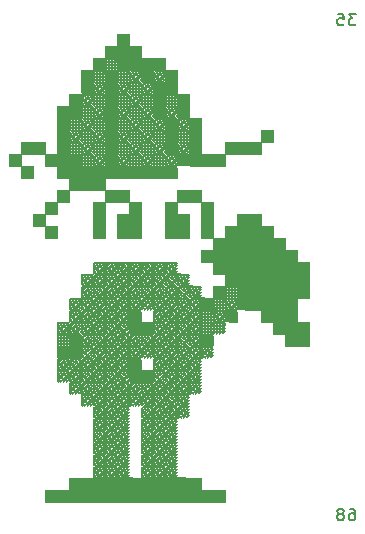
<source format=gbo>
G04 #@! TF.GenerationSoftware,KiCad,Pcbnew,6.0.8-f2edbf62ab~116~ubuntu22.04.1*
G04 #@! TF.CreationDate,2022-10-13T11:13:52+02:00*
G04 #@! TF.ProjectId,PCMCIA_SRAM,50434d43-4941-45f5-9352-414d2e6b6963,v1.0*
G04 #@! TF.SameCoordinates,Original*
G04 #@! TF.FileFunction,Legend,Bot*
G04 #@! TF.FilePolarity,Positive*
%FSLAX46Y46*%
G04 Gerber Fmt 4.6, Leading zero omitted, Abs format (unit mm)*
G04 Created by KiCad (PCBNEW 6.0.8-f2edbf62ab~116~ubuntu22.04.1) date 2022-10-13 11:13:52*
%MOMM*%
%LPD*%
G01*
G04 APERTURE LIST*
G04 Aperture macros list*
%AMRoundRect*
0 Rectangle with rounded corners*
0 $1 Rounding radius*
0 $2 $3 $4 $5 $6 $7 $8 $9 X,Y pos of 4 corners*
0 Add a 4 corners polygon primitive as box body*
4,1,4,$2,$3,$4,$5,$6,$7,$8,$9,$2,$3,0*
0 Add four circle primitives for the rounded corners*
1,1,$1+$1,$2,$3*
1,1,$1+$1,$4,$5*
1,1,$1+$1,$6,$7*
1,1,$1+$1,$8,$9*
0 Add four rect primitives between the rounded corners*
20,1,$1+$1,$2,$3,$4,$5,0*
20,1,$1+$1,$4,$5,$6,$7,0*
20,1,$1+$1,$6,$7,$8,$9,0*
20,1,$1+$1,$8,$9,$2,$3,0*%
G04 Aperture macros list end*
%ADD10C,0.150000*%
%ADD11C,0.010000*%
%ADD12RoundRect,0.051000X-1.500000X0.300000X-1.500000X-0.300000X1.500000X-0.300000X1.500000X0.300000X0*%
%ADD13RoundRect,0.051000X-0.850000X-0.850000X0.850000X-0.850000X0.850000X0.850000X-0.850000X0.850000X0*%
%ADD14O,1.802000X1.802000*%
G04 APERTURE END LIST*
D10*
X202104523Y-82002380D02*
X201485476Y-82002380D01*
X201818809Y-82383333D01*
X201675952Y-82383333D01*
X201580714Y-82430952D01*
X201533095Y-82478571D01*
X201485476Y-82573809D01*
X201485476Y-82811904D01*
X201533095Y-82907142D01*
X201580714Y-82954761D01*
X201675952Y-83002380D01*
X201961666Y-83002380D01*
X202056904Y-82954761D01*
X202104523Y-82907142D01*
X200580714Y-82002380D02*
X201056904Y-82002380D01*
X201104523Y-82478571D01*
X201056904Y-82430952D01*
X200961666Y-82383333D01*
X200723571Y-82383333D01*
X200628333Y-82430952D01*
X200580714Y-82478571D01*
X200533095Y-82573809D01*
X200533095Y-82811904D01*
X200580714Y-82907142D01*
X200628333Y-82954761D01*
X200723571Y-83002380D01*
X200961666Y-83002380D01*
X201056904Y-82954761D01*
X201104523Y-82907142D01*
X201580714Y-123912380D02*
X201771190Y-123912380D01*
X201866428Y-123960000D01*
X201914047Y-124007619D01*
X202009285Y-124150476D01*
X202056904Y-124340952D01*
X202056904Y-124721904D01*
X202009285Y-124817142D01*
X201961666Y-124864761D01*
X201866428Y-124912380D01*
X201675952Y-124912380D01*
X201580714Y-124864761D01*
X201533095Y-124817142D01*
X201485476Y-124721904D01*
X201485476Y-124483809D01*
X201533095Y-124388571D01*
X201580714Y-124340952D01*
X201675952Y-124293333D01*
X201866428Y-124293333D01*
X201961666Y-124340952D01*
X202009285Y-124388571D01*
X202056904Y-124483809D01*
X200914047Y-124340952D02*
X201009285Y-124293333D01*
X201056904Y-124245714D01*
X201104523Y-124150476D01*
X201104523Y-124102857D01*
X201056904Y-124007619D01*
X201009285Y-123960000D01*
X200914047Y-123912380D01*
X200723571Y-123912380D01*
X200628333Y-123960000D01*
X200580714Y-124007619D01*
X200533095Y-124102857D01*
X200533095Y-124150476D01*
X200580714Y-124245714D01*
X200628333Y-124293333D01*
X200723571Y-124340952D01*
X200914047Y-124340952D01*
X201009285Y-124388571D01*
X201056904Y-124436190D01*
X201104523Y-124531428D01*
X201104523Y-124721904D01*
X201056904Y-124817142D01*
X201009285Y-124864761D01*
X200914047Y-124912380D01*
X200723571Y-124912380D01*
X200628333Y-124864761D01*
X200580714Y-124817142D01*
X200533095Y-124721904D01*
X200533095Y-124531428D01*
X200580714Y-124436190D01*
X200628333Y-124388571D01*
X200723571Y-124340952D01*
G36*
X191208480Y-106307738D02*
G01*
X191261928Y-106364223D01*
X191200339Y-106422547D01*
X191157712Y-106462874D01*
X191157115Y-106489500D01*
X191156167Y-106531833D01*
X191189092Y-106544573D01*
X191259691Y-106493237D01*
X191272781Y-106473586D01*
X191330781Y-106443121D01*
X191419524Y-106510951D01*
X191465179Y-106559352D01*
X191490623Y-106632810D01*
X191419524Y-106722048D01*
X191394907Y-106745878D01*
X191316754Y-106791433D01*
X191259691Y-106739762D01*
X191224898Y-106701775D01*
X191156167Y-106701166D01*
X191144475Y-106737377D01*
X191149156Y-106743500D01*
X191200339Y-106810452D01*
X191208480Y-106815738D01*
X191261928Y-106872223D01*
X191200339Y-106930547D01*
X191157712Y-106970874D01*
X191157115Y-106997500D01*
X191156167Y-107039833D01*
X191192378Y-107051525D01*
X191265453Y-106995661D01*
X191270739Y-106987520D01*
X191327224Y-106934072D01*
X191385548Y-106995661D01*
X191425875Y-107038288D01*
X191494834Y-107039833D01*
X191507574Y-107006908D01*
X191456238Y-106936309D01*
X191436587Y-106923219D01*
X191406122Y-106865219D01*
X191473952Y-106776476D01*
X191522353Y-106730821D01*
X191595811Y-106705377D01*
X191685049Y-106776476D01*
X191708879Y-106801093D01*
X191754434Y-106879246D01*
X191702763Y-106936309D01*
X191664776Y-106971102D01*
X191664167Y-107039833D01*
X191697092Y-107052573D01*
X191767691Y-107001237D01*
X191779022Y-106983950D01*
X191836628Y-106949520D01*
X191922988Y-107014415D01*
X191930485Y-107022361D01*
X191985328Y-107129330D01*
X192015055Y-107312291D01*
X192024000Y-107596214D01*
X192024000Y-108077000D01*
X191543215Y-108077000D01*
X191507435Y-108076905D01*
X191235449Y-108065954D01*
X191061766Y-108033759D01*
X190961416Y-107975987D01*
X190941423Y-107955431D01*
X190895530Y-107877950D01*
X190948238Y-107820690D01*
X190986225Y-107785897D01*
X190986834Y-107717166D01*
X190953909Y-107704426D01*
X190883310Y-107755762D01*
X190870220Y-107775413D01*
X190812220Y-107805878D01*
X190723477Y-107738048D01*
X190677822Y-107689647D01*
X190652378Y-107616189D01*
X190723477Y-107526951D01*
X190748094Y-107503121D01*
X190826247Y-107457566D01*
X190883310Y-107509237D01*
X190918103Y-107547224D01*
X190986834Y-107547833D01*
X190998526Y-107511622D01*
X190942662Y-107438547D01*
X190934521Y-107433261D01*
X190881073Y-107376776D01*
X190942662Y-107318452D01*
X190985289Y-107278125D01*
X190986834Y-107209166D01*
X190950623Y-107197474D01*
X190877548Y-107253338D01*
X190872262Y-107261479D01*
X190815777Y-107314927D01*
X190757453Y-107253338D01*
X190717126Y-107210711D01*
X190648167Y-107209166D01*
X190635427Y-107242091D01*
X190686763Y-107312690D01*
X190706414Y-107325780D01*
X190736879Y-107383780D01*
X190669049Y-107472523D01*
X190620648Y-107518178D01*
X190547190Y-107543622D01*
X190457952Y-107472523D01*
X190434122Y-107447906D01*
X190388567Y-107369753D01*
X190440238Y-107312690D01*
X190478225Y-107277897D01*
X190478834Y-107209166D01*
X190445909Y-107196426D01*
X190375310Y-107247762D01*
X190360105Y-107270079D01*
X190301438Y-107295758D01*
X190209715Y-107224285D01*
X190181015Y-107194471D01*
X190135824Y-107115510D01*
X190186238Y-107058690D01*
X190225054Y-107025198D01*
X190228181Y-106997500D01*
X190373000Y-106997500D01*
X190374846Y-107012678D01*
X190436500Y-107061000D01*
X190451679Y-107059154D01*
X190500000Y-106997500D01*
X190627000Y-106997500D01*
X190628846Y-107012678D01*
X190690500Y-107061000D01*
X190705679Y-107059154D01*
X190754000Y-106997500D01*
X190881000Y-106997500D01*
X190882846Y-107012678D01*
X190944500Y-107061000D01*
X190959679Y-107059154D01*
X191008000Y-106997500D01*
X191006155Y-106982321D01*
X190944500Y-106934000D01*
X190929322Y-106935845D01*
X190881000Y-106997500D01*
X190754000Y-106997500D01*
X190752155Y-106982321D01*
X190690500Y-106934000D01*
X190675322Y-106935845D01*
X190627000Y-106997500D01*
X190500000Y-106997500D01*
X190498155Y-106982321D01*
X190436500Y-106934000D01*
X190421322Y-106935845D01*
X190373000Y-106997500D01*
X190228181Y-106997500D01*
X190232135Y-106962467D01*
X190221516Y-106957643D01*
X190139316Y-106991068D01*
X190020864Y-107089863D01*
X189990402Y-107121761D01*
X189906252Y-107234546D01*
X189902997Y-107251500D01*
X189893468Y-107301134D01*
X189922407Y-107310171D01*
X189989691Y-107255237D01*
X190004896Y-107232920D01*
X190063563Y-107207241D01*
X190155286Y-107278714D01*
X190183986Y-107308528D01*
X190229177Y-107387489D01*
X190178763Y-107444309D01*
X190140776Y-107479102D01*
X190140542Y-107505500D01*
X190140167Y-107547833D01*
X190173092Y-107560573D01*
X190243691Y-107509237D01*
X190256781Y-107489586D01*
X190314781Y-107459121D01*
X190403524Y-107526951D01*
X190449179Y-107575352D01*
X190474623Y-107648810D01*
X190403524Y-107738048D01*
X190378907Y-107761878D01*
X190300754Y-107807433D01*
X190243691Y-107755762D01*
X190208898Y-107717775D01*
X190140167Y-107717166D01*
X190128475Y-107753377D01*
X190133156Y-107759500D01*
X190184339Y-107826452D01*
X190192480Y-107831738D01*
X190245928Y-107888223D01*
X190184339Y-107946547D01*
X190141712Y-107986874D01*
X190141115Y-108013500D01*
X190140167Y-108055833D01*
X190176378Y-108067525D01*
X190249453Y-108011661D01*
X190254739Y-108003520D01*
X190311224Y-107950072D01*
X190369548Y-108011661D01*
X190409875Y-108054288D01*
X190478834Y-108055833D01*
X190491574Y-108022908D01*
X190440238Y-107952309D01*
X190420587Y-107939219D01*
X190390122Y-107881219D01*
X190457952Y-107792476D01*
X190506353Y-107746821D01*
X190579811Y-107721377D01*
X190669049Y-107792476D01*
X190692879Y-107817093D01*
X190738434Y-107895246D01*
X190686763Y-107952309D01*
X190648776Y-107987102D01*
X190648167Y-108055833D01*
X190681092Y-108068573D01*
X190751691Y-108017237D01*
X190763022Y-107999950D01*
X190820628Y-107965520D01*
X190906988Y-108030415D01*
X190956100Y-108098387D01*
X191002084Y-108249258D01*
X191001037Y-108267500D01*
X190993778Y-108394029D01*
X190928625Y-108479624D01*
X190886976Y-108516080D01*
X190891842Y-108521500D01*
X190944500Y-108580165D01*
X190959457Y-108591091D01*
X191007750Y-108651142D01*
X190944500Y-108712000D01*
X190939426Y-108715407D01*
X190882550Y-108775500D01*
X190882484Y-108775570D01*
X190938924Y-108833237D01*
X190964592Y-108851491D01*
X190989179Y-108910844D01*
X190917286Y-109002285D01*
X190883574Y-109034605D01*
X190806458Y-109076659D01*
X190748238Y-109023923D01*
X190745138Y-109019147D01*
X190688356Y-108967585D01*
X190627000Y-109029500D01*
X190618173Y-109042533D01*
X190560628Y-109092813D01*
X190500000Y-109029500D01*
X190491173Y-109016466D01*
X190433628Y-108966186D01*
X190373000Y-109029500D01*
X190364173Y-109042533D01*
X190306628Y-109092813D01*
X190246000Y-109029500D01*
X190237173Y-109016466D01*
X190179628Y-108966186D01*
X190119000Y-109029500D01*
X190111779Y-109040188D01*
X190053773Y-109092429D01*
X189995453Y-109031338D01*
X189954539Y-108989366D01*
X189884328Y-108992407D01*
X189870018Y-109019195D01*
X189877853Y-109029500D01*
X189912625Y-109075235D01*
X189921856Y-109080219D01*
X189961738Y-109165724D01*
X189984663Y-109357095D01*
X189992000Y-109664500D01*
X189991849Y-109716323D01*
X189982049Y-110009068D01*
X189956059Y-110186380D01*
X189912625Y-110257624D01*
X189870976Y-110294080D01*
X189928500Y-110358165D01*
X189943457Y-110369091D01*
X189991750Y-110429142D01*
X189928500Y-110490000D01*
X189915467Y-110498827D01*
X189865187Y-110556372D01*
X189928500Y-110617000D01*
X189941534Y-110625827D01*
X189991814Y-110683372D01*
X189928500Y-110744000D01*
X189923426Y-110747407D01*
X189866484Y-110807570D01*
X189922924Y-110865237D01*
X189948592Y-110883491D01*
X189973179Y-110942844D01*
X189961402Y-110957823D01*
X189901286Y-111034285D01*
X189867574Y-111066605D01*
X189790458Y-111108659D01*
X189732238Y-111055923D01*
X189729138Y-111051147D01*
X189672356Y-110999585D01*
X189611000Y-111061500D01*
X189602173Y-111074533D01*
X189544628Y-111124813D01*
X189484000Y-111061500D01*
X189475173Y-111048466D01*
X189417628Y-110998186D01*
X189357000Y-111061500D01*
X189354730Y-111064889D01*
X189293926Y-111123228D01*
X189236393Y-111068095D01*
X189198455Y-111030675D01*
X189126016Y-111047292D01*
X189004864Y-111153863D01*
X188918965Y-111246794D01*
X188877869Y-111330149D01*
X188919096Y-111385392D01*
X188922250Y-111387436D01*
X188974148Y-111444407D01*
X188912500Y-111506000D01*
X188899467Y-111514827D01*
X188849187Y-111572372D01*
X188912500Y-111633000D01*
X188925534Y-111641827D01*
X188975814Y-111699372D01*
X188912500Y-111760000D01*
X188899467Y-111768827D01*
X188849187Y-111826372D01*
X188912500Y-111887000D01*
X188925534Y-111895827D01*
X188975814Y-111953372D01*
X188912500Y-112014000D01*
X188899467Y-112022827D01*
X188849187Y-112080372D01*
X188912500Y-112141000D01*
X188925534Y-112149827D01*
X188975814Y-112207372D01*
X188912500Y-112268000D01*
X188899467Y-112276827D01*
X188849187Y-112334372D01*
X188912500Y-112395000D01*
X188925534Y-112403827D01*
X188975814Y-112461372D01*
X188912500Y-112522000D01*
X188899467Y-112530827D01*
X188849187Y-112588372D01*
X188912500Y-112649000D01*
X188925534Y-112657827D01*
X188975814Y-112715372D01*
X188912500Y-112776000D01*
X188899467Y-112784827D01*
X188849187Y-112842372D01*
X188912500Y-112903000D01*
X188925534Y-112911827D01*
X188975814Y-112969372D01*
X188912500Y-113030000D01*
X188899467Y-113038827D01*
X188849187Y-113096372D01*
X188912500Y-113157000D01*
X188925534Y-113165827D01*
X188975814Y-113223372D01*
X188912500Y-113284000D01*
X188899467Y-113292827D01*
X188849187Y-113350372D01*
X188912500Y-113411000D01*
X188925534Y-113419827D01*
X188975814Y-113477372D01*
X188912500Y-113538000D01*
X188899467Y-113546827D01*
X188849187Y-113604372D01*
X188912500Y-113665000D01*
X188925534Y-113673827D01*
X188975814Y-113731372D01*
X188912500Y-113792000D01*
X188907426Y-113795407D01*
X188850484Y-113855570D01*
X188906924Y-113913237D01*
X188932592Y-113931491D01*
X188957179Y-113990844D01*
X188923740Y-114033375D01*
X188885286Y-114082285D01*
X188851574Y-114114605D01*
X188774458Y-114156659D01*
X188716238Y-114103923D01*
X188713138Y-114099147D01*
X188656356Y-114047585D01*
X188595000Y-114109500D01*
X188586173Y-114122533D01*
X188528628Y-114172813D01*
X188468000Y-114109500D01*
X188459173Y-114096466D01*
X188401628Y-114046186D01*
X188341000Y-114109500D01*
X188338730Y-114112889D01*
X188277926Y-114171228D01*
X188220393Y-114116095D01*
X188182455Y-114078675D01*
X188110016Y-114095292D01*
X187988864Y-114201863D01*
X187902965Y-114294794D01*
X187861869Y-114378149D01*
X187903096Y-114433392D01*
X187906250Y-114435436D01*
X187958148Y-114492407D01*
X187896500Y-114554000D01*
X187883467Y-114562827D01*
X187833187Y-114620372D01*
X187896500Y-114681000D01*
X187909534Y-114689827D01*
X187959814Y-114747372D01*
X187896500Y-114808000D01*
X187883467Y-114816827D01*
X187833187Y-114874372D01*
X187896500Y-114935000D01*
X187909534Y-114943827D01*
X187959814Y-115001372D01*
X187896500Y-115062000D01*
X187883467Y-115070827D01*
X187833187Y-115128372D01*
X187896500Y-115189000D01*
X187909534Y-115197827D01*
X187959814Y-115255372D01*
X187896500Y-115316000D01*
X187883467Y-115324827D01*
X187833187Y-115382372D01*
X187896500Y-115443000D01*
X187909534Y-115451827D01*
X187959814Y-115509372D01*
X187896500Y-115570000D01*
X187883467Y-115578827D01*
X187833187Y-115636372D01*
X187896500Y-115697000D01*
X187909534Y-115705827D01*
X187959814Y-115763372D01*
X187896500Y-115824000D01*
X187891426Y-115827407D01*
X187834484Y-115887570D01*
X187890924Y-115945237D01*
X187916592Y-115963491D01*
X187941179Y-116022844D01*
X187869286Y-116114285D01*
X187835574Y-116146605D01*
X187758458Y-116188659D01*
X187700238Y-116135923D01*
X187697138Y-116131147D01*
X187640356Y-116079585D01*
X187579000Y-116141500D01*
X187570173Y-116154533D01*
X187512628Y-116204813D01*
X187452000Y-116141500D01*
X187443173Y-116128466D01*
X187385628Y-116078186D01*
X187325000Y-116141500D01*
X187322730Y-116144889D01*
X187261926Y-116203228D01*
X187204393Y-116148095D01*
X187166455Y-116110675D01*
X187094016Y-116127292D01*
X186972864Y-116233863D01*
X186886965Y-116326794D01*
X186845869Y-116410149D01*
X186887096Y-116465392D01*
X186890250Y-116467436D01*
X186942148Y-116524407D01*
X186880500Y-116586000D01*
X186867467Y-116594827D01*
X186817187Y-116652372D01*
X186880500Y-116713000D01*
X186893534Y-116721827D01*
X186943814Y-116779372D01*
X186880500Y-116840000D01*
X186867467Y-116848827D01*
X186817187Y-116906372D01*
X186880500Y-116967000D01*
X186893534Y-116975827D01*
X186943814Y-117033372D01*
X186880500Y-117094000D01*
X186867467Y-117102827D01*
X186817187Y-117160372D01*
X186880500Y-117221000D01*
X186893534Y-117229827D01*
X186943814Y-117287372D01*
X186880500Y-117348000D01*
X186867467Y-117356827D01*
X186817187Y-117414372D01*
X186880500Y-117475000D01*
X186893534Y-117483827D01*
X186943814Y-117541372D01*
X186880500Y-117602000D01*
X186867467Y-117610827D01*
X186817187Y-117668372D01*
X186880500Y-117729000D01*
X186893534Y-117737827D01*
X186943814Y-117795372D01*
X186880500Y-117856000D01*
X186867467Y-117864827D01*
X186817187Y-117922372D01*
X186880500Y-117983000D01*
X186893534Y-117991827D01*
X186943814Y-118049372D01*
X186880500Y-118110000D01*
X186867467Y-118118827D01*
X186817187Y-118176372D01*
X186880500Y-118237000D01*
X186893534Y-118245827D01*
X186943814Y-118303372D01*
X186880500Y-118364000D01*
X186867467Y-118372827D01*
X186817187Y-118430372D01*
X186880500Y-118491000D01*
X186893534Y-118499827D01*
X186943814Y-118557372D01*
X186880500Y-118618000D01*
X186867467Y-118626827D01*
X186817187Y-118684372D01*
X186880500Y-118745000D01*
X186893534Y-118753827D01*
X186943814Y-118811372D01*
X186880500Y-118872000D01*
X186867467Y-118880827D01*
X186817187Y-118938372D01*
X186880500Y-118999000D01*
X186893534Y-119007827D01*
X186943814Y-119065372D01*
X186880500Y-119126000D01*
X186867467Y-119134827D01*
X186817187Y-119192372D01*
X186880500Y-119253000D01*
X186893534Y-119261827D01*
X186943814Y-119319372D01*
X186880500Y-119380000D01*
X186867467Y-119388827D01*
X186817187Y-119446372D01*
X186880500Y-119507000D01*
X186893534Y-119515827D01*
X186943814Y-119573372D01*
X186880500Y-119634000D01*
X186867467Y-119642827D01*
X186817187Y-119700372D01*
X186880500Y-119761000D01*
X186893534Y-119769827D01*
X186943814Y-119827372D01*
X186880500Y-119888000D01*
X186867467Y-119896827D01*
X186817187Y-119954372D01*
X186880500Y-120015000D01*
X186893534Y-120023827D01*
X186943814Y-120081372D01*
X186880500Y-120142000D01*
X186867467Y-120150827D01*
X186817187Y-120208372D01*
X186880500Y-120269000D01*
X186893534Y-120277827D01*
X186943814Y-120335372D01*
X186880500Y-120396000D01*
X186867467Y-120404827D01*
X186817187Y-120462372D01*
X186880500Y-120523000D01*
X186893534Y-120531827D01*
X186943814Y-120589372D01*
X186880500Y-120650000D01*
X186867467Y-120658827D01*
X186817187Y-120716372D01*
X186880500Y-120777000D01*
X186893534Y-120785827D01*
X186943814Y-120843372D01*
X186880500Y-120904000D01*
X186865544Y-120914166D01*
X186817251Y-120971766D01*
X186880500Y-121035834D01*
X186936864Y-121092567D01*
X186896375Y-121136375D01*
X186830886Y-121169106D01*
X186813858Y-121212367D01*
X186908022Y-121245010D01*
X187117260Y-121267611D01*
X187445459Y-121280749D01*
X187896500Y-121285000D01*
X188976000Y-121285000D01*
X188976000Y-122301000D01*
X191008000Y-122301000D01*
X191008000Y-123317000D01*
X175768000Y-123317000D01*
X175768000Y-122301000D01*
X177800000Y-122301000D01*
X177800000Y-121285000D01*
X179832000Y-121285000D01*
X179832000Y-120840500D01*
X179832029Y-120822845D01*
X179837441Y-120607125D01*
X179850400Y-120454135D01*
X179868286Y-120396000D01*
X179911258Y-120416923D01*
X180005585Y-120497012D01*
X180025578Y-120517568D01*
X180071471Y-120595049D01*
X180018763Y-120652309D01*
X179980776Y-120687102D01*
X179980167Y-120755833D01*
X180013092Y-120768573D01*
X180083691Y-120717237D01*
X180096781Y-120697586D01*
X180154781Y-120667121D01*
X180243524Y-120734951D01*
X180289179Y-120783352D01*
X180314623Y-120856810D01*
X180243524Y-120946048D01*
X180218907Y-120969878D01*
X180140754Y-121015433D01*
X180083691Y-120963762D01*
X180048898Y-120925775D01*
X179980167Y-120925166D01*
X179968475Y-120961377D01*
X180024339Y-121034452D01*
X180032480Y-121039738D01*
X180085928Y-121096223D01*
X180024339Y-121154547D01*
X179981712Y-121194874D01*
X179980167Y-121263833D01*
X180016378Y-121275525D01*
X180089453Y-121219661D01*
X180094739Y-121211520D01*
X180151224Y-121158072D01*
X180209548Y-121219661D01*
X180249875Y-121262288D01*
X180318834Y-121263833D01*
X180331574Y-121230908D01*
X180280238Y-121160309D01*
X180260587Y-121147219D01*
X180230122Y-121089219D01*
X180297952Y-121000476D01*
X180346353Y-120954821D01*
X180419811Y-120929377D01*
X180509049Y-121000476D01*
X180532879Y-121025093D01*
X180578434Y-121103246D01*
X180526763Y-121160309D01*
X180488776Y-121195102D01*
X180488167Y-121263833D01*
X180524378Y-121275525D01*
X180597453Y-121219661D01*
X180602739Y-121211520D01*
X180659224Y-121158072D01*
X180717548Y-121219661D01*
X180757875Y-121262288D01*
X180826834Y-121263833D01*
X180838526Y-121227622D01*
X180782662Y-121154547D01*
X180774521Y-121149261D01*
X180721073Y-121092776D01*
X180782662Y-121034452D01*
X180825289Y-120994125D01*
X180826834Y-120925166D01*
X180793909Y-120912426D01*
X180723310Y-120963762D01*
X180710220Y-120983413D01*
X180652220Y-121013878D01*
X180563477Y-120946048D01*
X180517822Y-120897647D01*
X180492378Y-120824189D01*
X180563477Y-120734951D01*
X180588094Y-120711121D01*
X180666247Y-120665566D01*
X180723310Y-120717237D01*
X180758103Y-120755224D01*
X180826834Y-120755833D01*
X180838526Y-120719622D01*
X180782662Y-120646547D01*
X180774521Y-120641261D01*
X180721073Y-120584776D01*
X180782662Y-120526452D01*
X180825289Y-120486125D01*
X180826834Y-120417166D01*
X180790623Y-120405474D01*
X180717548Y-120461338D01*
X180712262Y-120469479D01*
X180655777Y-120522927D01*
X180597453Y-120461338D01*
X180557126Y-120418711D01*
X180488167Y-120417166D01*
X180475427Y-120450091D01*
X180526763Y-120520690D01*
X180546414Y-120533780D01*
X180576879Y-120591780D01*
X180509049Y-120680523D01*
X180460648Y-120726178D01*
X180387190Y-120751622D01*
X180297952Y-120680523D01*
X180274122Y-120655906D01*
X180228567Y-120577753D01*
X180280238Y-120520690D01*
X180318225Y-120485897D01*
X180318834Y-120417166D01*
X180285909Y-120404426D01*
X180215310Y-120455762D01*
X180202220Y-120475413D01*
X180144220Y-120505878D01*
X180055477Y-120438048D01*
X180009822Y-120389647D01*
X179984378Y-120316189D01*
X180055477Y-120226951D01*
X180080094Y-120203121D01*
X180158247Y-120157566D01*
X180215310Y-120209237D01*
X180250103Y-120247224D01*
X180318834Y-120247833D01*
X180331574Y-120214908D01*
X180280238Y-120144309D01*
X180260587Y-120131219D01*
X180230122Y-120073219D01*
X180297952Y-119984476D01*
X180346353Y-119938821D01*
X180419811Y-119913377D01*
X180509049Y-119984476D01*
X180532879Y-120009093D01*
X180578434Y-120087246D01*
X180526763Y-120144309D01*
X180488776Y-120179102D01*
X180488167Y-120247833D01*
X180524378Y-120259525D01*
X180597453Y-120203661D01*
X180602739Y-120195520D01*
X180659224Y-120142072D01*
X180717548Y-120203661D01*
X180757875Y-120246288D01*
X180826834Y-120247833D01*
X180838526Y-120211622D01*
X180782662Y-120138547D01*
X180774521Y-120133261D01*
X180721073Y-120076776D01*
X180782662Y-120018452D01*
X180825289Y-119978125D01*
X180826834Y-119909166D01*
X180793909Y-119896426D01*
X180723310Y-119947762D01*
X180710220Y-119967413D01*
X180652220Y-119997878D01*
X180563477Y-119930048D01*
X180517822Y-119881647D01*
X180492378Y-119808189D01*
X180563477Y-119718951D01*
X180588094Y-119695121D01*
X180666247Y-119649566D01*
X180723310Y-119701237D01*
X180758103Y-119739224D01*
X180826834Y-119739833D01*
X180839574Y-119706908D01*
X180788238Y-119636309D01*
X180768587Y-119623219D01*
X180738122Y-119565219D01*
X180805952Y-119476476D01*
X180854353Y-119430821D01*
X180927811Y-119405377D01*
X181017049Y-119476476D01*
X181040879Y-119501093D01*
X181086434Y-119579246D01*
X181034763Y-119636309D01*
X180996776Y-119671102D01*
X180996167Y-119739833D01*
X181029092Y-119752573D01*
X181099691Y-119701237D01*
X181112781Y-119681586D01*
X181170781Y-119651121D01*
X181259524Y-119718951D01*
X181305179Y-119767352D01*
X181330623Y-119840810D01*
X181259524Y-119930048D01*
X181234907Y-119953878D01*
X181156754Y-119999433D01*
X181099691Y-119947762D01*
X181064898Y-119909775D01*
X180996167Y-119909166D01*
X180984475Y-119945377D01*
X181040339Y-120018452D01*
X181048480Y-120023738D01*
X181101928Y-120080223D01*
X181040339Y-120138547D01*
X180997712Y-120178874D01*
X180996167Y-120247833D01*
X181032378Y-120259525D01*
X181105453Y-120203661D01*
X181110739Y-120195520D01*
X181167224Y-120142072D01*
X181225548Y-120203661D01*
X181265875Y-120246288D01*
X181334834Y-120247833D01*
X181347574Y-120214908D01*
X181296238Y-120144309D01*
X181276587Y-120131219D01*
X181246122Y-120073219D01*
X181313952Y-119984476D01*
X181362353Y-119938821D01*
X181435811Y-119913377D01*
X181525049Y-119984476D01*
X181548879Y-120009093D01*
X181594434Y-120087246D01*
X181542763Y-120144309D01*
X181504776Y-120179102D01*
X181504167Y-120247833D01*
X181537092Y-120260573D01*
X181607691Y-120209237D01*
X181620781Y-120189586D01*
X181678781Y-120159121D01*
X181767524Y-120226951D01*
X181813179Y-120275352D01*
X181838623Y-120348810D01*
X181767524Y-120438048D01*
X181742907Y-120461878D01*
X181664754Y-120507433D01*
X181607691Y-120455762D01*
X181572898Y-120417775D01*
X181504167Y-120417166D01*
X181491427Y-120450091D01*
X181542763Y-120520690D01*
X181562414Y-120533780D01*
X181592879Y-120591780D01*
X181525049Y-120680523D01*
X181476648Y-120726178D01*
X181403190Y-120751622D01*
X181313952Y-120680523D01*
X181290122Y-120655906D01*
X181244567Y-120577753D01*
X181296238Y-120520690D01*
X181334225Y-120485897D01*
X181334834Y-120417166D01*
X181298623Y-120405474D01*
X181225548Y-120461338D01*
X181220262Y-120469479D01*
X181163777Y-120522927D01*
X181105453Y-120461338D01*
X181065126Y-120418711D01*
X180996167Y-120417166D01*
X180984475Y-120453377D01*
X181040339Y-120526452D01*
X181048480Y-120531738D01*
X181101928Y-120588223D01*
X181040339Y-120646547D01*
X180997712Y-120686874D01*
X180996167Y-120755833D01*
X181029092Y-120768573D01*
X181099691Y-120717237D01*
X181112781Y-120697586D01*
X181170781Y-120667121D01*
X181259524Y-120734951D01*
X181305179Y-120783352D01*
X181330623Y-120856810D01*
X181259524Y-120946048D01*
X181234907Y-120969878D01*
X181156754Y-121015433D01*
X181099691Y-120963762D01*
X181064898Y-120925775D01*
X180996167Y-120925166D01*
X180984475Y-120961377D01*
X181040339Y-121034452D01*
X181048480Y-121039738D01*
X181101928Y-121096223D01*
X181040339Y-121154547D01*
X180997712Y-121194874D01*
X180996167Y-121263833D01*
X181032378Y-121275525D01*
X181105453Y-121219661D01*
X181110739Y-121211520D01*
X181167224Y-121158072D01*
X181225548Y-121219661D01*
X181265875Y-121262288D01*
X181334834Y-121263833D01*
X181347574Y-121230908D01*
X181296238Y-121160309D01*
X181276587Y-121147219D01*
X181246122Y-121089219D01*
X181313952Y-121000476D01*
X181362353Y-120954821D01*
X181435811Y-120929377D01*
X181525049Y-121000476D01*
X181548879Y-121025093D01*
X181594434Y-121103246D01*
X181542763Y-121160309D01*
X181504776Y-121195102D01*
X181504167Y-121263833D01*
X181540378Y-121275525D01*
X181613453Y-121219661D01*
X181618739Y-121211520D01*
X181675224Y-121158072D01*
X181733548Y-121219661D01*
X181773875Y-121262288D01*
X181842834Y-121263833D01*
X181854526Y-121227622D01*
X181798662Y-121154547D01*
X181790521Y-121149261D01*
X181737073Y-121092776D01*
X181798662Y-121034452D01*
X181841289Y-120994125D01*
X181842834Y-120925166D01*
X181809909Y-120912426D01*
X181739310Y-120963762D01*
X181726220Y-120983413D01*
X181668220Y-121013878D01*
X181579477Y-120946048D01*
X181533822Y-120897647D01*
X181508378Y-120824189D01*
X181579477Y-120734951D01*
X181604094Y-120711121D01*
X181682247Y-120665566D01*
X181739310Y-120717237D01*
X181774103Y-120755224D01*
X181842834Y-120755833D01*
X181855574Y-120722908D01*
X181804238Y-120652309D01*
X181784587Y-120639219D01*
X181754122Y-120581219D01*
X181821952Y-120492476D01*
X181870353Y-120446821D01*
X181943811Y-120421377D01*
X182033049Y-120492476D01*
X182056879Y-120517093D01*
X182102434Y-120595246D01*
X182050763Y-120652309D01*
X182012776Y-120687102D01*
X182012167Y-120755833D01*
X182045092Y-120768573D01*
X182115691Y-120717237D01*
X182128781Y-120697586D01*
X182186781Y-120667121D01*
X182275524Y-120734951D01*
X182321179Y-120783352D01*
X182346623Y-120856810D01*
X182275524Y-120946048D01*
X182250907Y-120969878D01*
X182172754Y-121015433D01*
X182115691Y-120963762D01*
X182080898Y-120925775D01*
X182012167Y-120925166D01*
X182000475Y-120961377D01*
X182056339Y-121034452D01*
X182064480Y-121039738D01*
X182117928Y-121096223D01*
X182056339Y-121154547D01*
X182013712Y-121194874D01*
X182012167Y-121263833D01*
X182048378Y-121275525D01*
X182121453Y-121219661D01*
X182126739Y-121211520D01*
X182183224Y-121158072D01*
X182241548Y-121219661D01*
X182281875Y-121262288D01*
X182350834Y-121263833D01*
X182363574Y-121230908D01*
X182312238Y-121160309D01*
X182292587Y-121147219D01*
X182262122Y-121089219D01*
X182329952Y-121000476D01*
X182378353Y-120954821D01*
X182451811Y-120929377D01*
X182541049Y-121000476D01*
X182564879Y-121025093D01*
X182610434Y-121103246D01*
X182558763Y-121160309D01*
X182520040Y-121193946D01*
X182513691Y-121257356D01*
X182565170Y-121260339D01*
X182661669Y-121194903D01*
X182720035Y-121127219D01*
X182717890Y-121059575D01*
X182623226Y-120965093D01*
X182479568Y-120840500D01*
X182623226Y-120715906D01*
X182706076Y-120637226D01*
X182726804Y-120568135D01*
X182661669Y-120486096D01*
X182584812Y-120428950D01*
X182513691Y-120423643D01*
X182504238Y-120453029D01*
X182558763Y-120520690D01*
X182578414Y-120533780D01*
X182608879Y-120591780D01*
X182541049Y-120680523D01*
X182492648Y-120726178D01*
X182419190Y-120751622D01*
X182329952Y-120680523D01*
X182306122Y-120655906D01*
X182260567Y-120577753D01*
X182312238Y-120520690D01*
X182350225Y-120485897D01*
X182350834Y-120417166D01*
X182317909Y-120404426D01*
X182247310Y-120455762D01*
X182234220Y-120475413D01*
X182176220Y-120505878D01*
X182087477Y-120438048D01*
X182041822Y-120389647D01*
X182016378Y-120316189D01*
X182087477Y-120226951D01*
X182112094Y-120203121D01*
X182190247Y-120157566D01*
X182247310Y-120209237D01*
X182282103Y-120247224D01*
X182350834Y-120247833D01*
X182363574Y-120214908D01*
X182312238Y-120144309D01*
X182292587Y-120131219D01*
X182262122Y-120073219D01*
X182329952Y-119984476D01*
X182378353Y-119938821D01*
X182451811Y-119913377D01*
X182541049Y-119984476D01*
X182564879Y-120009093D01*
X182610434Y-120087246D01*
X182558763Y-120144309D01*
X182520040Y-120177946D01*
X182513691Y-120241356D01*
X182565170Y-120244339D01*
X182661669Y-120178903D01*
X182720035Y-120111219D01*
X182717890Y-120043575D01*
X182623226Y-119949093D01*
X182479568Y-119824500D01*
X182623226Y-119699906D01*
X182706076Y-119621226D01*
X182726804Y-119552135D01*
X182661669Y-119470096D01*
X182584812Y-119412950D01*
X182513691Y-119407643D01*
X182504238Y-119437029D01*
X182558763Y-119504690D01*
X182578414Y-119517780D01*
X182608879Y-119575780D01*
X182541049Y-119664523D01*
X182492648Y-119710178D01*
X182419190Y-119735622D01*
X182329952Y-119664523D01*
X182306122Y-119639906D01*
X182260567Y-119561753D01*
X182312238Y-119504690D01*
X182350225Y-119469897D01*
X182350834Y-119401166D01*
X182317909Y-119388426D01*
X182247310Y-119439762D01*
X182234220Y-119459413D01*
X182176220Y-119489878D01*
X182087477Y-119422048D01*
X182041822Y-119373647D01*
X182016378Y-119300189D01*
X182087477Y-119210951D01*
X182112094Y-119187121D01*
X182190247Y-119141566D01*
X182247310Y-119193237D01*
X182282103Y-119231224D01*
X182350834Y-119231833D01*
X182363574Y-119198908D01*
X182312238Y-119128309D01*
X182292587Y-119115219D01*
X182262122Y-119057219D01*
X182329952Y-118968476D01*
X182378353Y-118922821D01*
X182451811Y-118897377D01*
X182541049Y-118968476D01*
X182564879Y-118993093D01*
X182610434Y-119071246D01*
X182558763Y-119128309D01*
X182520040Y-119161946D01*
X182513691Y-119225356D01*
X182565170Y-119228339D01*
X182661669Y-119162903D01*
X182720035Y-119095219D01*
X182717890Y-119027575D01*
X182623226Y-118933093D01*
X182479568Y-118808500D01*
X182623226Y-118683906D01*
X182706076Y-118605226D01*
X182726804Y-118536135D01*
X182661669Y-118454096D01*
X182584812Y-118396950D01*
X182513691Y-118391643D01*
X182504238Y-118421029D01*
X182558763Y-118488690D01*
X182578414Y-118501780D01*
X182608879Y-118559780D01*
X182541049Y-118648523D01*
X182492648Y-118694178D01*
X182419190Y-118719622D01*
X182329952Y-118648523D01*
X182306122Y-118623906D01*
X182260567Y-118545753D01*
X182312238Y-118488690D01*
X182350225Y-118453897D01*
X182350834Y-118385166D01*
X182317909Y-118372426D01*
X182247310Y-118423762D01*
X182234220Y-118443413D01*
X182176220Y-118473878D01*
X182087477Y-118406048D01*
X182041822Y-118357647D01*
X182016378Y-118284189D01*
X182087477Y-118194951D01*
X182112094Y-118171121D01*
X182190247Y-118125566D01*
X182247310Y-118177237D01*
X182282103Y-118215224D01*
X182350834Y-118215833D01*
X182363574Y-118182908D01*
X182312238Y-118112309D01*
X182292587Y-118099219D01*
X182262122Y-118041219D01*
X182329952Y-117952476D01*
X182378353Y-117906821D01*
X182451811Y-117881377D01*
X182541049Y-117952476D01*
X182564879Y-117977093D01*
X182610434Y-118055246D01*
X182558763Y-118112309D01*
X182520040Y-118145946D01*
X182513691Y-118209356D01*
X182565170Y-118212339D01*
X182661669Y-118146903D01*
X182720035Y-118079219D01*
X182717890Y-118011575D01*
X182623226Y-117917093D01*
X182479568Y-117792500D01*
X182623226Y-117667906D01*
X182706076Y-117589226D01*
X182726804Y-117520135D01*
X182661669Y-117438096D01*
X182584812Y-117380950D01*
X182513691Y-117375643D01*
X182504238Y-117405029D01*
X182558763Y-117472690D01*
X182578414Y-117485780D01*
X182608879Y-117543780D01*
X182541049Y-117632523D01*
X182492648Y-117678178D01*
X182419190Y-117703622D01*
X182329952Y-117632523D01*
X182306122Y-117607906D01*
X182260567Y-117529753D01*
X182312238Y-117472690D01*
X182350225Y-117437897D01*
X182350834Y-117369166D01*
X182317909Y-117356426D01*
X182247310Y-117407762D01*
X182234220Y-117427413D01*
X182176220Y-117457878D01*
X182087477Y-117390048D01*
X182041822Y-117341647D01*
X182016378Y-117268189D01*
X182087477Y-117178951D01*
X182112094Y-117155121D01*
X182190247Y-117109566D01*
X182247310Y-117161237D01*
X182282103Y-117199224D01*
X182350834Y-117199833D01*
X182363574Y-117166908D01*
X182312238Y-117096309D01*
X182292587Y-117083219D01*
X182262122Y-117025219D01*
X182329952Y-116936476D01*
X182378353Y-116890821D01*
X182451811Y-116865377D01*
X182541049Y-116936476D01*
X182564879Y-116961093D01*
X182610434Y-117039246D01*
X182558763Y-117096309D01*
X182520040Y-117129946D01*
X182513691Y-117193356D01*
X182565170Y-117196339D01*
X182661669Y-117130903D01*
X182720035Y-117063219D01*
X182717890Y-116995575D01*
X182623226Y-116901093D01*
X182479568Y-116776500D01*
X182623226Y-116651906D01*
X182706076Y-116573226D01*
X182726804Y-116504135D01*
X182661669Y-116422096D01*
X182584812Y-116364950D01*
X182513691Y-116359643D01*
X182504238Y-116389029D01*
X182558763Y-116456690D01*
X182578414Y-116469780D01*
X182608879Y-116527780D01*
X182541049Y-116616523D01*
X182492648Y-116662178D01*
X182419190Y-116687622D01*
X182329952Y-116616523D01*
X182306122Y-116591906D01*
X182260567Y-116513753D01*
X182312238Y-116456690D01*
X182350225Y-116421897D01*
X182350834Y-116353166D01*
X182317909Y-116340426D01*
X182247310Y-116391762D01*
X182234220Y-116411413D01*
X182176220Y-116441878D01*
X182087477Y-116374048D01*
X182041822Y-116325647D01*
X182016378Y-116252189D01*
X182087477Y-116162951D01*
X182112094Y-116139121D01*
X182190247Y-116093566D01*
X182247310Y-116145237D01*
X182282103Y-116183224D01*
X182350834Y-116183833D01*
X182363574Y-116150908D01*
X182312238Y-116080309D01*
X182292587Y-116067219D01*
X182262122Y-116009219D01*
X182329952Y-115920476D01*
X182378353Y-115874821D01*
X182451811Y-115849377D01*
X182541049Y-115920476D01*
X182564879Y-115945093D01*
X182610434Y-116023246D01*
X182558763Y-116080309D01*
X182520040Y-116113946D01*
X182513691Y-116177356D01*
X182565170Y-116180339D01*
X182661669Y-116114903D01*
X182720035Y-116047219D01*
X182717890Y-115979575D01*
X182623226Y-115885093D01*
X182479568Y-115760500D01*
X182623226Y-115635906D01*
X182706076Y-115557226D01*
X182726804Y-115488135D01*
X182661669Y-115406096D01*
X182584812Y-115348950D01*
X182513691Y-115343643D01*
X182504238Y-115373029D01*
X182558763Y-115440690D01*
X182578414Y-115453780D01*
X182608879Y-115511780D01*
X182541049Y-115600523D01*
X182492648Y-115646178D01*
X182419190Y-115671622D01*
X182329952Y-115600523D01*
X182306122Y-115575906D01*
X182260567Y-115497753D01*
X182312238Y-115440690D01*
X182350225Y-115405897D01*
X182350834Y-115337166D01*
X182317909Y-115324426D01*
X182247310Y-115375762D01*
X182234220Y-115395413D01*
X182176220Y-115425878D01*
X182087477Y-115358048D01*
X182041822Y-115309647D01*
X182016378Y-115236189D01*
X182087477Y-115146951D01*
X182112094Y-115123121D01*
X182190247Y-115077566D01*
X182247310Y-115129237D01*
X182282103Y-115167224D01*
X182350834Y-115167833D01*
X182363574Y-115134908D01*
X182312238Y-115064309D01*
X182292587Y-115051219D01*
X182262122Y-114993219D01*
X182329952Y-114904476D01*
X182378353Y-114858821D01*
X182451811Y-114833377D01*
X182541049Y-114904476D01*
X182564879Y-114929093D01*
X182610434Y-115007246D01*
X182558763Y-115064309D01*
X182520776Y-115099102D01*
X182520167Y-115167833D01*
X182556378Y-115179525D01*
X182629453Y-115123661D01*
X182634739Y-115115520D01*
X182691224Y-115062072D01*
X182749548Y-115123661D01*
X182789875Y-115166288D01*
X182858834Y-115167833D01*
X182870526Y-115131622D01*
X182814662Y-115058547D01*
X182806521Y-115053261D01*
X182753073Y-114996776D01*
X182814662Y-114938452D01*
X182857289Y-114898125D01*
X182858834Y-114829166D01*
X182825909Y-114816426D01*
X182755310Y-114867762D01*
X182742220Y-114887413D01*
X182684220Y-114917878D01*
X182595477Y-114850048D01*
X182549822Y-114801647D01*
X182524378Y-114728189D01*
X182595477Y-114638951D01*
X182620094Y-114615121D01*
X182698247Y-114569566D01*
X182755310Y-114621237D01*
X182790103Y-114659224D01*
X182858834Y-114659833D01*
X182870526Y-114623622D01*
X182814662Y-114550547D01*
X182806521Y-114545261D01*
X182753073Y-114488776D01*
X182814662Y-114430452D01*
X182857289Y-114390125D01*
X182858834Y-114321166D01*
X182822623Y-114309474D01*
X182749548Y-114365338D01*
X182744262Y-114373479D01*
X182687777Y-114426927D01*
X182629453Y-114365338D01*
X182589126Y-114322711D01*
X182520167Y-114321166D01*
X182507427Y-114354091D01*
X182558763Y-114424690D01*
X182578414Y-114437780D01*
X182608879Y-114495780D01*
X182541049Y-114584523D01*
X182492648Y-114630178D01*
X182419190Y-114655622D01*
X182329952Y-114584523D01*
X182306122Y-114559906D01*
X182260567Y-114481753D01*
X182312238Y-114424690D01*
X182350225Y-114389897D01*
X182350834Y-114321166D01*
X182317909Y-114308426D01*
X182247310Y-114359762D01*
X182234220Y-114379413D01*
X182176220Y-114409878D01*
X182087477Y-114342048D01*
X182041822Y-114293647D01*
X182016378Y-114220189D01*
X182087477Y-114130951D01*
X182112094Y-114107121D01*
X182190247Y-114061566D01*
X182247310Y-114113237D01*
X182282103Y-114151224D01*
X182350834Y-114151833D01*
X182363574Y-114118908D01*
X182312238Y-114048309D01*
X182292587Y-114035219D01*
X182262122Y-113977219D01*
X182329952Y-113888476D01*
X182378353Y-113842821D01*
X182451811Y-113817377D01*
X182541049Y-113888476D01*
X182564879Y-113913093D01*
X182610434Y-113991246D01*
X182558763Y-114048309D01*
X182520776Y-114083102D01*
X182520167Y-114151833D01*
X182556378Y-114163525D01*
X182629453Y-114107661D01*
X182634739Y-114099520D01*
X182691224Y-114046072D01*
X182749548Y-114107661D01*
X182789875Y-114150288D01*
X182858834Y-114151833D01*
X182870526Y-114115622D01*
X182814662Y-114042547D01*
X182806521Y-114037261D01*
X182753073Y-113980776D01*
X182814662Y-113922452D01*
X182857289Y-113882125D01*
X182858834Y-113813166D01*
X182825909Y-113800426D01*
X182755310Y-113851762D01*
X182742220Y-113871413D01*
X182684220Y-113901878D01*
X182595477Y-113834048D01*
X182549822Y-113785647D01*
X182524378Y-113712189D01*
X182595477Y-113622951D01*
X182620094Y-113599121D01*
X182698247Y-113553566D01*
X182755310Y-113605237D01*
X182790103Y-113643224D01*
X182858834Y-113643833D01*
X182871574Y-113610908D01*
X182820238Y-113540309D01*
X182800587Y-113527219D01*
X182770122Y-113469219D01*
X182837952Y-113380476D01*
X182886353Y-113334821D01*
X182959811Y-113309377D01*
X183049049Y-113380476D01*
X183072879Y-113405093D01*
X183118434Y-113483246D01*
X183066763Y-113540309D01*
X183028776Y-113575102D01*
X183028167Y-113643833D01*
X183061092Y-113656573D01*
X183131691Y-113605237D01*
X183144781Y-113585586D01*
X183202781Y-113555121D01*
X183291524Y-113622951D01*
X183337179Y-113671352D01*
X183362623Y-113744810D01*
X183291524Y-113834048D01*
X183266907Y-113857878D01*
X183188754Y-113903433D01*
X183131691Y-113851762D01*
X183096898Y-113813775D01*
X183028167Y-113813166D01*
X183016475Y-113849377D01*
X183072339Y-113922452D01*
X183080480Y-113927738D01*
X183133928Y-113984223D01*
X183072339Y-114042547D01*
X183029712Y-114082874D01*
X183028167Y-114151833D01*
X183064378Y-114163525D01*
X183137453Y-114107661D01*
X183142739Y-114099520D01*
X183199224Y-114046072D01*
X183257548Y-114107661D01*
X183297875Y-114150288D01*
X183366834Y-114151833D01*
X183379574Y-114118908D01*
X183328238Y-114048309D01*
X183308587Y-114035219D01*
X183278122Y-113977219D01*
X183345952Y-113888476D01*
X183394353Y-113842821D01*
X183467811Y-113817377D01*
X183557049Y-113888476D01*
X183580879Y-113913093D01*
X183626434Y-113991246D01*
X183574763Y-114048309D01*
X183536776Y-114083102D01*
X183536167Y-114151833D01*
X183569092Y-114164573D01*
X183639691Y-114113237D01*
X183652781Y-114093586D01*
X183710781Y-114063121D01*
X183799524Y-114130951D01*
X183845179Y-114179352D01*
X183870623Y-114252810D01*
X183799524Y-114342048D01*
X183774907Y-114365878D01*
X183696754Y-114411433D01*
X183639691Y-114359762D01*
X183604898Y-114321775D01*
X183536167Y-114321166D01*
X183523427Y-114354091D01*
X183574763Y-114424690D01*
X183594414Y-114437780D01*
X183624879Y-114495780D01*
X183557049Y-114584523D01*
X183508648Y-114630178D01*
X183435190Y-114655622D01*
X183345952Y-114584523D01*
X183322122Y-114559906D01*
X183276567Y-114481753D01*
X183328238Y-114424690D01*
X183366225Y-114389897D01*
X183366834Y-114321166D01*
X183330623Y-114309474D01*
X183257548Y-114365338D01*
X183252262Y-114373479D01*
X183195777Y-114426927D01*
X183137453Y-114365338D01*
X183097126Y-114322711D01*
X183028167Y-114321166D01*
X183016475Y-114357377D01*
X183072339Y-114430452D01*
X183080480Y-114435738D01*
X183133928Y-114492223D01*
X183072339Y-114550547D01*
X183029712Y-114590874D01*
X183028167Y-114659833D01*
X183061092Y-114672573D01*
X183131691Y-114621237D01*
X183144781Y-114601586D01*
X183202781Y-114571121D01*
X183291524Y-114638951D01*
X183337179Y-114687352D01*
X183362623Y-114760810D01*
X183291524Y-114850048D01*
X183266907Y-114873878D01*
X183188754Y-114919433D01*
X183131691Y-114867762D01*
X183098054Y-114829039D01*
X183034644Y-114822690D01*
X183031661Y-114874169D01*
X183097097Y-114970668D01*
X183164781Y-115029034D01*
X183232425Y-115026889D01*
X183326907Y-114932225D01*
X183451501Y-114788567D01*
X183576094Y-114932225D01*
X183654774Y-115015075D01*
X183723865Y-115035803D01*
X183805904Y-114970668D01*
X183863050Y-114893811D01*
X183868357Y-114822690D01*
X183838971Y-114813237D01*
X183771310Y-114867762D01*
X183758220Y-114887413D01*
X183700220Y-114917878D01*
X183611477Y-114850048D01*
X183565822Y-114801647D01*
X183540378Y-114728189D01*
X183611477Y-114638951D01*
X183636094Y-114615121D01*
X183714247Y-114569566D01*
X183771310Y-114621237D01*
X183806103Y-114659224D01*
X183874834Y-114659833D01*
X183887574Y-114626908D01*
X183836238Y-114556309D01*
X183816587Y-114543219D01*
X183786122Y-114485219D01*
X183853952Y-114396476D01*
X183902353Y-114350821D01*
X183975811Y-114325377D01*
X184065049Y-114396476D01*
X184088879Y-114421093D01*
X184134434Y-114499246D01*
X184082763Y-114556309D01*
X184044776Y-114591102D01*
X184044167Y-114659833D01*
X184077092Y-114672573D01*
X184147691Y-114621237D01*
X184160781Y-114601586D01*
X184218781Y-114571121D01*
X184307524Y-114638951D01*
X184353179Y-114687352D01*
X184378623Y-114760810D01*
X184307524Y-114850048D01*
X184282907Y-114873878D01*
X184204754Y-114919433D01*
X184147691Y-114867762D01*
X184112898Y-114829775D01*
X184044167Y-114829166D01*
X184031427Y-114862091D01*
X184082763Y-114932690D01*
X184105080Y-114947895D01*
X184130759Y-115006562D01*
X184059286Y-115098285D01*
X184025574Y-115130605D01*
X183948458Y-115172659D01*
X183890238Y-115119923D01*
X183887138Y-115115147D01*
X183830356Y-115063585D01*
X183769000Y-115125500D01*
X183760173Y-115138533D01*
X183702628Y-115188813D01*
X183642000Y-115125500D01*
X183633173Y-115112466D01*
X183575628Y-115062186D01*
X183515000Y-115125500D01*
X183506173Y-115138533D01*
X183448628Y-115188813D01*
X183388000Y-115125500D01*
X183379173Y-115112466D01*
X183321628Y-115062186D01*
X183261000Y-115125500D01*
X183258730Y-115128889D01*
X183197926Y-115187228D01*
X183140393Y-115132095D01*
X183102455Y-115094675D01*
X183030016Y-115111292D01*
X182908864Y-115217863D01*
X182822965Y-115310794D01*
X182781869Y-115394149D01*
X182823096Y-115449392D01*
X182826250Y-115451436D01*
X182878148Y-115508407D01*
X182816500Y-115570000D01*
X182803467Y-115578827D01*
X182753187Y-115636372D01*
X182816500Y-115697000D01*
X182829534Y-115705827D01*
X182879814Y-115763372D01*
X182816500Y-115824000D01*
X182803467Y-115832827D01*
X182753187Y-115890372D01*
X182816500Y-115951000D01*
X182829534Y-115959827D01*
X182879814Y-116017372D01*
X182816500Y-116078000D01*
X182803467Y-116086827D01*
X182753187Y-116144372D01*
X182816500Y-116205000D01*
X182829534Y-116213827D01*
X182879814Y-116271372D01*
X182816500Y-116332000D01*
X182803467Y-116340827D01*
X182753187Y-116398372D01*
X182816500Y-116459000D01*
X182829534Y-116467827D01*
X182879814Y-116525372D01*
X182816500Y-116586000D01*
X182803467Y-116594827D01*
X182753187Y-116652372D01*
X182816500Y-116713000D01*
X182829534Y-116721827D01*
X182879814Y-116779372D01*
X182816500Y-116840000D01*
X182803467Y-116848827D01*
X182753187Y-116906372D01*
X182816500Y-116967000D01*
X182829534Y-116975827D01*
X182879814Y-117033372D01*
X182816500Y-117094000D01*
X182803467Y-117102827D01*
X182753187Y-117160372D01*
X182816500Y-117221000D01*
X182829534Y-117229827D01*
X182879814Y-117287372D01*
X182816500Y-117348000D01*
X182803467Y-117356827D01*
X182753187Y-117414372D01*
X182816500Y-117475000D01*
X182829534Y-117483827D01*
X182879814Y-117541372D01*
X182816500Y-117602000D01*
X182803467Y-117610827D01*
X182753187Y-117668372D01*
X182816500Y-117729000D01*
X182829534Y-117737827D01*
X182879814Y-117795372D01*
X182816500Y-117856000D01*
X182803467Y-117864827D01*
X182753187Y-117922372D01*
X182816500Y-117983000D01*
X182829534Y-117991827D01*
X182879814Y-118049372D01*
X182816500Y-118110000D01*
X182803467Y-118118827D01*
X182753187Y-118176372D01*
X182816500Y-118237000D01*
X182829534Y-118245827D01*
X182879814Y-118303372D01*
X182816500Y-118364000D01*
X182803467Y-118372827D01*
X182753187Y-118430372D01*
X182816500Y-118491000D01*
X182829534Y-118499827D01*
X182879814Y-118557372D01*
X182816500Y-118618000D01*
X182803467Y-118626827D01*
X182753187Y-118684372D01*
X182816500Y-118745000D01*
X182829534Y-118753827D01*
X182879814Y-118811372D01*
X182816500Y-118872000D01*
X182803467Y-118880827D01*
X182753187Y-118938372D01*
X182816500Y-118999000D01*
X182829534Y-119007827D01*
X182879814Y-119065372D01*
X182816500Y-119126000D01*
X182803467Y-119134827D01*
X182753187Y-119192372D01*
X182816500Y-119253000D01*
X182829534Y-119261827D01*
X182879814Y-119319372D01*
X182816500Y-119380000D01*
X182803467Y-119388827D01*
X182753187Y-119446372D01*
X182816500Y-119507000D01*
X182829534Y-119515827D01*
X182879814Y-119573372D01*
X182816500Y-119634000D01*
X182803467Y-119642827D01*
X182753187Y-119700372D01*
X182816500Y-119761000D01*
X182829534Y-119769827D01*
X182879814Y-119827372D01*
X182816500Y-119888000D01*
X182803467Y-119896827D01*
X182753187Y-119954372D01*
X182816500Y-120015000D01*
X182829534Y-120023827D01*
X182879814Y-120081372D01*
X182816500Y-120142000D01*
X182803467Y-120150827D01*
X182753187Y-120208372D01*
X182816500Y-120269000D01*
X182829534Y-120277827D01*
X182879814Y-120335372D01*
X182816500Y-120396000D01*
X182803467Y-120404827D01*
X182753187Y-120462372D01*
X182816500Y-120523000D01*
X182829534Y-120531827D01*
X182879814Y-120589372D01*
X182816500Y-120650000D01*
X182803467Y-120658827D01*
X182753187Y-120716372D01*
X182816500Y-120777000D01*
X182829534Y-120785827D01*
X182879814Y-120843372D01*
X182816500Y-120904000D01*
X182801544Y-120914166D01*
X182753251Y-120971766D01*
X182816500Y-121035834D01*
X182872864Y-121092567D01*
X182832375Y-121136375D01*
X182779168Y-121162075D01*
X182747424Y-121212711D01*
X182832357Y-121251475D01*
X183027029Y-121276269D01*
X183324500Y-121285000D01*
X183896000Y-121285000D01*
X183896000Y-120840500D01*
X183896029Y-120822845D01*
X183901441Y-120607125D01*
X183914400Y-120454135D01*
X183932286Y-120396000D01*
X183975258Y-120416923D01*
X184069585Y-120497012D01*
X184089578Y-120517568D01*
X184135471Y-120595049D01*
X184082763Y-120652309D01*
X184044776Y-120687102D01*
X184044167Y-120755833D01*
X184077092Y-120768573D01*
X184147691Y-120717237D01*
X184160781Y-120697586D01*
X184218781Y-120667121D01*
X184307524Y-120734951D01*
X184353179Y-120783352D01*
X184378623Y-120856810D01*
X184307524Y-120946048D01*
X184282907Y-120969878D01*
X184204754Y-121015433D01*
X184147691Y-120963762D01*
X184112898Y-120925775D01*
X184044167Y-120925166D01*
X184032475Y-120961377D01*
X184088339Y-121034452D01*
X184096480Y-121039738D01*
X184149928Y-121096223D01*
X184088339Y-121154547D01*
X184045712Y-121194874D01*
X184044167Y-121263833D01*
X184080378Y-121275525D01*
X184153453Y-121219661D01*
X184158739Y-121211520D01*
X184215224Y-121158072D01*
X184273548Y-121219661D01*
X184313875Y-121262288D01*
X184382834Y-121263833D01*
X184395574Y-121230908D01*
X184344238Y-121160309D01*
X184324587Y-121147219D01*
X184294122Y-121089219D01*
X184361952Y-121000476D01*
X184410353Y-120954821D01*
X184483811Y-120929377D01*
X184573049Y-121000476D01*
X184596879Y-121025093D01*
X184642434Y-121103246D01*
X184590763Y-121160309D01*
X184552776Y-121195102D01*
X184552167Y-121263833D01*
X184588378Y-121275525D01*
X184661453Y-121219661D01*
X184666739Y-121211520D01*
X184723224Y-121158072D01*
X184781548Y-121219661D01*
X184821875Y-121262288D01*
X184890834Y-121263833D01*
X184902526Y-121227622D01*
X184846662Y-121154547D01*
X184838521Y-121149261D01*
X184785073Y-121092776D01*
X184846662Y-121034452D01*
X184889289Y-120994125D01*
X184890834Y-120925166D01*
X184857909Y-120912426D01*
X184787310Y-120963762D01*
X184774220Y-120983413D01*
X184716220Y-121013878D01*
X184627477Y-120946048D01*
X184581822Y-120897647D01*
X184556378Y-120824189D01*
X184627477Y-120734951D01*
X184652094Y-120711121D01*
X184730247Y-120665566D01*
X184787310Y-120717237D01*
X184822103Y-120755224D01*
X184890834Y-120755833D01*
X184902526Y-120719622D01*
X184846662Y-120646547D01*
X184838521Y-120641261D01*
X184785073Y-120584776D01*
X184846662Y-120526452D01*
X184889289Y-120486125D01*
X184890834Y-120417166D01*
X184854623Y-120405474D01*
X184781548Y-120461338D01*
X184776262Y-120469479D01*
X184719777Y-120522927D01*
X184661453Y-120461338D01*
X184621126Y-120418711D01*
X184552167Y-120417166D01*
X184539427Y-120450091D01*
X184590763Y-120520690D01*
X184610414Y-120533780D01*
X184640879Y-120591780D01*
X184573049Y-120680523D01*
X184524648Y-120726178D01*
X184451190Y-120751622D01*
X184361952Y-120680523D01*
X184338122Y-120655906D01*
X184292567Y-120577753D01*
X184344238Y-120520690D01*
X184382225Y-120485897D01*
X184382834Y-120417166D01*
X184349909Y-120404426D01*
X184279310Y-120455762D01*
X184266220Y-120475413D01*
X184208220Y-120505878D01*
X184119477Y-120438048D01*
X184073822Y-120389647D01*
X184048378Y-120316189D01*
X184119477Y-120226951D01*
X184144094Y-120203121D01*
X184222247Y-120157566D01*
X184279310Y-120209237D01*
X184314103Y-120247224D01*
X184382834Y-120247833D01*
X184395574Y-120214908D01*
X184344238Y-120144309D01*
X184324587Y-120131219D01*
X184294122Y-120073219D01*
X184361952Y-119984476D01*
X184410353Y-119938821D01*
X184483811Y-119913377D01*
X184573049Y-119984476D01*
X184596879Y-120009093D01*
X184642434Y-120087246D01*
X184590763Y-120144309D01*
X184552776Y-120179102D01*
X184552167Y-120247833D01*
X184588378Y-120259525D01*
X184661453Y-120203661D01*
X184666739Y-120195520D01*
X184723224Y-120142072D01*
X184781548Y-120203661D01*
X184821875Y-120246288D01*
X184890834Y-120247833D01*
X184902526Y-120211622D01*
X184846662Y-120138547D01*
X184838521Y-120133261D01*
X184785073Y-120076776D01*
X184846662Y-120018452D01*
X184889289Y-119978125D01*
X184890834Y-119909166D01*
X184857909Y-119896426D01*
X184787310Y-119947762D01*
X184774220Y-119967413D01*
X184716220Y-119997878D01*
X184627477Y-119930048D01*
X184581822Y-119881647D01*
X184556378Y-119808189D01*
X184627477Y-119718951D01*
X184652094Y-119695121D01*
X184730247Y-119649566D01*
X184787310Y-119701237D01*
X184822103Y-119739224D01*
X184890834Y-119739833D01*
X184903574Y-119706908D01*
X184852238Y-119636309D01*
X184832587Y-119623219D01*
X184802122Y-119565219D01*
X184869952Y-119476476D01*
X184918353Y-119430821D01*
X184991811Y-119405377D01*
X185081049Y-119476476D01*
X185104879Y-119501093D01*
X185150434Y-119579246D01*
X185098763Y-119636309D01*
X185060776Y-119671102D01*
X185060167Y-119739833D01*
X185093092Y-119752573D01*
X185163691Y-119701237D01*
X185176781Y-119681586D01*
X185234781Y-119651121D01*
X185323524Y-119718951D01*
X185369179Y-119767352D01*
X185394623Y-119840810D01*
X185323524Y-119930048D01*
X185298907Y-119953878D01*
X185220754Y-119999433D01*
X185163691Y-119947762D01*
X185128898Y-119909775D01*
X185060167Y-119909166D01*
X185048475Y-119945377D01*
X185104339Y-120018452D01*
X185112480Y-120023738D01*
X185165928Y-120080223D01*
X185104339Y-120138547D01*
X185061712Y-120178874D01*
X185060167Y-120247833D01*
X185096378Y-120259525D01*
X185169453Y-120203661D01*
X185174739Y-120195520D01*
X185231224Y-120142072D01*
X185289548Y-120203661D01*
X185329875Y-120246288D01*
X185398834Y-120247833D01*
X185411574Y-120214908D01*
X185360238Y-120144309D01*
X185340587Y-120131219D01*
X185310122Y-120073219D01*
X185377952Y-119984476D01*
X185426353Y-119938821D01*
X185499811Y-119913377D01*
X185589049Y-119984476D01*
X185612879Y-120009093D01*
X185658434Y-120087246D01*
X185606763Y-120144309D01*
X185568776Y-120179102D01*
X185568167Y-120247833D01*
X185601092Y-120260573D01*
X185671691Y-120209237D01*
X185684781Y-120189586D01*
X185742781Y-120159121D01*
X185831524Y-120226951D01*
X185877179Y-120275352D01*
X185902623Y-120348810D01*
X185831524Y-120438048D01*
X185806907Y-120461878D01*
X185728754Y-120507433D01*
X185671691Y-120455762D01*
X185636898Y-120417775D01*
X185568167Y-120417166D01*
X185555427Y-120450091D01*
X185606763Y-120520690D01*
X185626414Y-120533780D01*
X185656879Y-120591780D01*
X185589049Y-120680523D01*
X185540648Y-120726178D01*
X185467190Y-120751622D01*
X185377952Y-120680523D01*
X185354122Y-120655906D01*
X185308567Y-120577753D01*
X185360238Y-120520690D01*
X185398225Y-120485897D01*
X185398834Y-120417166D01*
X185362623Y-120405474D01*
X185289548Y-120461338D01*
X185284262Y-120469479D01*
X185227777Y-120522927D01*
X185169453Y-120461338D01*
X185129126Y-120418711D01*
X185060167Y-120417166D01*
X185048475Y-120453377D01*
X185104339Y-120526452D01*
X185112480Y-120531738D01*
X185165928Y-120588223D01*
X185104339Y-120646547D01*
X185061712Y-120686874D01*
X185060167Y-120755833D01*
X185093092Y-120768573D01*
X185163691Y-120717237D01*
X185176781Y-120697586D01*
X185234781Y-120667121D01*
X185323524Y-120734951D01*
X185369179Y-120783352D01*
X185394623Y-120856810D01*
X185323524Y-120946048D01*
X185298907Y-120969878D01*
X185220754Y-121015433D01*
X185163691Y-120963762D01*
X185128898Y-120925775D01*
X185060167Y-120925166D01*
X185048475Y-120961377D01*
X185104339Y-121034452D01*
X185112480Y-121039738D01*
X185165928Y-121096223D01*
X185104339Y-121154547D01*
X185061712Y-121194874D01*
X185060167Y-121263833D01*
X185096378Y-121275525D01*
X185169453Y-121219661D01*
X185174739Y-121211520D01*
X185231224Y-121158072D01*
X185289548Y-121219661D01*
X185329875Y-121262288D01*
X185398834Y-121263833D01*
X185411574Y-121230908D01*
X185360238Y-121160309D01*
X185340587Y-121147219D01*
X185310122Y-121089219D01*
X185377952Y-121000476D01*
X185426353Y-120954821D01*
X185499811Y-120929377D01*
X185589049Y-121000476D01*
X185612879Y-121025093D01*
X185658434Y-121103246D01*
X185606763Y-121160309D01*
X185568776Y-121195102D01*
X185568167Y-121263833D01*
X185604378Y-121275525D01*
X185677453Y-121219661D01*
X185682739Y-121211520D01*
X185739224Y-121158072D01*
X185797548Y-121219661D01*
X185837875Y-121262288D01*
X185906834Y-121263833D01*
X185918526Y-121227622D01*
X185862662Y-121154547D01*
X185854521Y-121149261D01*
X185801073Y-121092776D01*
X185862662Y-121034452D01*
X185905289Y-120994125D01*
X185906834Y-120925166D01*
X185873909Y-120912426D01*
X185803310Y-120963762D01*
X185790220Y-120983413D01*
X185732220Y-121013878D01*
X185643477Y-120946048D01*
X185597822Y-120897647D01*
X185572378Y-120824189D01*
X185643477Y-120734951D01*
X185668094Y-120711121D01*
X185746247Y-120665566D01*
X185803310Y-120717237D01*
X185838103Y-120755224D01*
X185906834Y-120755833D01*
X185919574Y-120722908D01*
X185868238Y-120652309D01*
X185848587Y-120639219D01*
X185818122Y-120581219D01*
X185885952Y-120492476D01*
X185934353Y-120446821D01*
X186007811Y-120421377D01*
X186097049Y-120492476D01*
X186120879Y-120517093D01*
X186166434Y-120595246D01*
X186114763Y-120652309D01*
X186076776Y-120687102D01*
X186076167Y-120755833D01*
X186109092Y-120768573D01*
X186179691Y-120717237D01*
X186192781Y-120697586D01*
X186250781Y-120667121D01*
X186339524Y-120734951D01*
X186385179Y-120783352D01*
X186410623Y-120856810D01*
X186339524Y-120946048D01*
X186314907Y-120969878D01*
X186236754Y-121015433D01*
X186179691Y-120963762D01*
X186144898Y-120925775D01*
X186076167Y-120925166D01*
X186064475Y-120961377D01*
X186120339Y-121034452D01*
X186128480Y-121039738D01*
X186181928Y-121096223D01*
X186120339Y-121154547D01*
X186077712Y-121194874D01*
X186076167Y-121263833D01*
X186112378Y-121275525D01*
X186185453Y-121219661D01*
X186190739Y-121211520D01*
X186247224Y-121158072D01*
X186305548Y-121219661D01*
X186345875Y-121262288D01*
X186414834Y-121263833D01*
X186427574Y-121230908D01*
X186376238Y-121160309D01*
X186356587Y-121147219D01*
X186326122Y-121089219D01*
X186393952Y-121000476D01*
X186442353Y-120954821D01*
X186515811Y-120929377D01*
X186605049Y-121000476D01*
X186628879Y-121025093D01*
X186674434Y-121103246D01*
X186622763Y-121160309D01*
X186584040Y-121193946D01*
X186577691Y-121257356D01*
X186629170Y-121260339D01*
X186725669Y-121194903D01*
X186784035Y-121127219D01*
X186781890Y-121059575D01*
X186687226Y-120965093D01*
X186543568Y-120840500D01*
X186687226Y-120715906D01*
X186770076Y-120637226D01*
X186790804Y-120568135D01*
X186725669Y-120486096D01*
X186648812Y-120428950D01*
X186577691Y-120423643D01*
X186568238Y-120453029D01*
X186622763Y-120520690D01*
X186642414Y-120533780D01*
X186672879Y-120591780D01*
X186605049Y-120680523D01*
X186556648Y-120726178D01*
X186483190Y-120751622D01*
X186393952Y-120680523D01*
X186370122Y-120655906D01*
X186324567Y-120577753D01*
X186376238Y-120520690D01*
X186414225Y-120485897D01*
X186414834Y-120417166D01*
X186381909Y-120404426D01*
X186311310Y-120455762D01*
X186298220Y-120475413D01*
X186240220Y-120505878D01*
X186151477Y-120438048D01*
X186105822Y-120389647D01*
X186080378Y-120316189D01*
X186151477Y-120226951D01*
X186176094Y-120203121D01*
X186254247Y-120157566D01*
X186311310Y-120209237D01*
X186346103Y-120247224D01*
X186414834Y-120247833D01*
X186427574Y-120214908D01*
X186376238Y-120144309D01*
X186356587Y-120131219D01*
X186326122Y-120073219D01*
X186393952Y-119984476D01*
X186442353Y-119938821D01*
X186515811Y-119913377D01*
X186605049Y-119984476D01*
X186628879Y-120009093D01*
X186674434Y-120087246D01*
X186622763Y-120144309D01*
X186584040Y-120177946D01*
X186577691Y-120241356D01*
X186629170Y-120244339D01*
X186725669Y-120178903D01*
X186784035Y-120111219D01*
X186781890Y-120043575D01*
X186687226Y-119949093D01*
X186543568Y-119824500D01*
X186687226Y-119699906D01*
X186770076Y-119621226D01*
X186790804Y-119552135D01*
X186725669Y-119470096D01*
X186648812Y-119412950D01*
X186577691Y-119407643D01*
X186568238Y-119437029D01*
X186622763Y-119504690D01*
X186642414Y-119517780D01*
X186672879Y-119575780D01*
X186605049Y-119664523D01*
X186556648Y-119710178D01*
X186483190Y-119735622D01*
X186393952Y-119664523D01*
X186370122Y-119639906D01*
X186324567Y-119561753D01*
X186376238Y-119504690D01*
X186414225Y-119469897D01*
X186414834Y-119401166D01*
X186381909Y-119388426D01*
X186311310Y-119439762D01*
X186298220Y-119459413D01*
X186240220Y-119489878D01*
X186151477Y-119422048D01*
X186105822Y-119373647D01*
X186080378Y-119300189D01*
X186151477Y-119210951D01*
X186176094Y-119187121D01*
X186254247Y-119141566D01*
X186311310Y-119193237D01*
X186346103Y-119231224D01*
X186414834Y-119231833D01*
X186427574Y-119198908D01*
X186376238Y-119128309D01*
X186356587Y-119115219D01*
X186326122Y-119057219D01*
X186393952Y-118968476D01*
X186442353Y-118922821D01*
X186515811Y-118897377D01*
X186605049Y-118968476D01*
X186628879Y-118993093D01*
X186674434Y-119071246D01*
X186622763Y-119128309D01*
X186584040Y-119161946D01*
X186577691Y-119225356D01*
X186629170Y-119228339D01*
X186725669Y-119162903D01*
X186784035Y-119095219D01*
X186781890Y-119027575D01*
X186687226Y-118933093D01*
X186543568Y-118808500D01*
X186687226Y-118683906D01*
X186770076Y-118605226D01*
X186790804Y-118536135D01*
X186725669Y-118454096D01*
X186648812Y-118396950D01*
X186577691Y-118391643D01*
X186568238Y-118421029D01*
X186622763Y-118488690D01*
X186642414Y-118501780D01*
X186672879Y-118559780D01*
X186605049Y-118648523D01*
X186556648Y-118694178D01*
X186483190Y-118719622D01*
X186393952Y-118648523D01*
X186370122Y-118623906D01*
X186324567Y-118545753D01*
X186376238Y-118488690D01*
X186414225Y-118453897D01*
X186414834Y-118385166D01*
X186381909Y-118372426D01*
X186311310Y-118423762D01*
X186298220Y-118443413D01*
X186240220Y-118473878D01*
X186151477Y-118406048D01*
X186105822Y-118357647D01*
X186080378Y-118284189D01*
X186151477Y-118194951D01*
X186176094Y-118171121D01*
X186254247Y-118125566D01*
X186311310Y-118177237D01*
X186346103Y-118215224D01*
X186414834Y-118215833D01*
X186427574Y-118182908D01*
X186376238Y-118112309D01*
X186356587Y-118099219D01*
X186326122Y-118041219D01*
X186393952Y-117952476D01*
X186442353Y-117906821D01*
X186515811Y-117881377D01*
X186605049Y-117952476D01*
X186628879Y-117977093D01*
X186674434Y-118055246D01*
X186622763Y-118112309D01*
X186584040Y-118145946D01*
X186577691Y-118209356D01*
X186629170Y-118212339D01*
X186725669Y-118146903D01*
X186784035Y-118079219D01*
X186781890Y-118011575D01*
X186687226Y-117917093D01*
X186543568Y-117792500D01*
X186687226Y-117667906D01*
X186770076Y-117589226D01*
X186790804Y-117520135D01*
X186725669Y-117438096D01*
X186648812Y-117380950D01*
X186577691Y-117375643D01*
X186568238Y-117405029D01*
X186622763Y-117472690D01*
X186642414Y-117485780D01*
X186672879Y-117543780D01*
X186605049Y-117632523D01*
X186556648Y-117678178D01*
X186483190Y-117703622D01*
X186393952Y-117632523D01*
X186370122Y-117607906D01*
X186324567Y-117529753D01*
X186376238Y-117472690D01*
X186414225Y-117437897D01*
X186414834Y-117369166D01*
X186381909Y-117356426D01*
X186311310Y-117407762D01*
X186298220Y-117427413D01*
X186240220Y-117457878D01*
X186151477Y-117390048D01*
X186105822Y-117341647D01*
X186080378Y-117268189D01*
X186151477Y-117178951D01*
X186176094Y-117155121D01*
X186254247Y-117109566D01*
X186311310Y-117161237D01*
X186346103Y-117199224D01*
X186414834Y-117199833D01*
X186427574Y-117166908D01*
X186376238Y-117096309D01*
X186356587Y-117083219D01*
X186326122Y-117025219D01*
X186393952Y-116936476D01*
X186442353Y-116890821D01*
X186515811Y-116865377D01*
X186605049Y-116936476D01*
X186628879Y-116961093D01*
X186674434Y-117039246D01*
X186622763Y-117096309D01*
X186584040Y-117129946D01*
X186577691Y-117193356D01*
X186629170Y-117196339D01*
X186725669Y-117130903D01*
X186784035Y-117063219D01*
X186781890Y-116995575D01*
X186687226Y-116901093D01*
X186543568Y-116776500D01*
X186687226Y-116651906D01*
X186770076Y-116573226D01*
X186790804Y-116504135D01*
X186725669Y-116422096D01*
X186648812Y-116364950D01*
X186577691Y-116359643D01*
X186568238Y-116389029D01*
X186622763Y-116456690D01*
X186642414Y-116469780D01*
X186672879Y-116527780D01*
X186605049Y-116616523D01*
X186556648Y-116662178D01*
X186483190Y-116687622D01*
X186393952Y-116616523D01*
X186370122Y-116591906D01*
X186324567Y-116513753D01*
X186376238Y-116456690D01*
X186414225Y-116421897D01*
X186414834Y-116353166D01*
X186381909Y-116340426D01*
X186311310Y-116391762D01*
X186298220Y-116411413D01*
X186240220Y-116441878D01*
X186151477Y-116374048D01*
X186105822Y-116325647D01*
X186080378Y-116252189D01*
X186151477Y-116162951D01*
X186176094Y-116139121D01*
X186254247Y-116093566D01*
X186311310Y-116145237D01*
X186346103Y-116183224D01*
X186414834Y-116183833D01*
X186427574Y-116150908D01*
X186376238Y-116080309D01*
X186356587Y-116067219D01*
X186326122Y-116009219D01*
X186393952Y-115920476D01*
X186442353Y-115874821D01*
X186515811Y-115849377D01*
X186605049Y-115920476D01*
X186628879Y-115945093D01*
X186674434Y-116023246D01*
X186622763Y-116080309D01*
X186584776Y-116115102D01*
X186584167Y-116183833D01*
X186620378Y-116195525D01*
X186693453Y-116139661D01*
X186698739Y-116131520D01*
X186755224Y-116078072D01*
X186813548Y-116139661D01*
X186853875Y-116182288D01*
X186922834Y-116183833D01*
X186934526Y-116147622D01*
X186878662Y-116074547D01*
X186870521Y-116069261D01*
X186817073Y-116012776D01*
X186878662Y-115954452D01*
X186921289Y-115914125D01*
X186922834Y-115845166D01*
X186889909Y-115832426D01*
X186819310Y-115883762D01*
X186806220Y-115903413D01*
X186748220Y-115933878D01*
X186659477Y-115866048D01*
X186613822Y-115817647D01*
X186588378Y-115744189D01*
X186659477Y-115654951D01*
X186684094Y-115631121D01*
X186762247Y-115585566D01*
X186819310Y-115637237D01*
X186854103Y-115675224D01*
X186922834Y-115675833D01*
X186935574Y-115642908D01*
X186884238Y-115572309D01*
X186864587Y-115559219D01*
X186834122Y-115501219D01*
X186901952Y-115412476D01*
X186950353Y-115366821D01*
X187023811Y-115341377D01*
X187113049Y-115412476D01*
X187136879Y-115437093D01*
X187182434Y-115515246D01*
X187130763Y-115572309D01*
X187092776Y-115607102D01*
X187092167Y-115675833D01*
X187125092Y-115688573D01*
X187195691Y-115637237D01*
X187208781Y-115617586D01*
X187266781Y-115587121D01*
X187355524Y-115654951D01*
X187401179Y-115703352D01*
X187426623Y-115776810D01*
X187355524Y-115866048D01*
X187330907Y-115889878D01*
X187252754Y-115935433D01*
X187195691Y-115883762D01*
X187162054Y-115845039D01*
X187098644Y-115838690D01*
X187095661Y-115890169D01*
X187161097Y-115986668D01*
X187228781Y-116045034D01*
X187296425Y-116042889D01*
X187390907Y-115948225D01*
X187515500Y-115804567D01*
X187642903Y-115951464D01*
X187647062Y-115956212D01*
X187746888Y-116044127D01*
X187811834Y-116056833D01*
X187813105Y-116055418D01*
X187796865Y-115988258D01*
X187706465Y-115887902D01*
X187559568Y-115760500D01*
X187703226Y-115635906D01*
X187786076Y-115557226D01*
X187806804Y-115488135D01*
X187741669Y-115406096D01*
X187664812Y-115348950D01*
X187593691Y-115343643D01*
X187584238Y-115373029D01*
X187638763Y-115440690D01*
X187658414Y-115453780D01*
X187688879Y-115511780D01*
X187621049Y-115600523D01*
X187572648Y-115646178D01*
X187499190Y-115671622D01*
X187409952Y-115600523D01*
X187386122Y-115575906D01*
X187340567Y-115497753D01*
X187392238Y-115440690D01*
X187430225Y-115405897D01*
X187430834Y-115337166D01*
X187397909Y-115324426D01*
X187327310Y-115375762D01*
X187314220Y-115395413D01*
X187256220Y-115425878D01*
X187167477Y-115358048D01*
X187121822Y-115309647D01*
X187096378Y-115236189D01*
X187167477Y-115146951D01*
X187192094Y-115123121D01*
X187270247Y-115077566D01*
X187327310Y-115129237D01*
X187362103Y-115167224D01*
X187430834Y-115167833D01*
X187443574Y-115134908D01*
X187392238Y-115064309D01*
X187372587Y-115051219D01*
X187342122Y-114993219D01*
X187409952Y-114904476D01*
X187458353Y-114858821D01*
X187531811Y-114833377D01*
X187621049Y-114904476D01*
X187644879Y-114929093D01*
X187690434Y-115007246D01*
X187638763Y-115064309D01*
X187600040Y-115097946D01*
X187593691Y-115161356D01*
X187645170Y-115164339D01*
X187741669Y-115098903D01*
X187800035Y-115031219D01*
X187797890Y-114963575D01*
X187703226Y-114869093D01*
X187559568Y-114744500D01*
X187703226Y-114619906D01*
X187786076Y-114541226D01*
X187806804Y-114472135D01*
X187741669Y-114390096D01*
X187664812Y-114332950D01*
X187593691Y-114327643D01*
X187584238Y-114357029D01*
X187638763Y-114424690D01*
X187658414Y-114437780D01*
X187688879Y-114495780D01*
X187621049Y-114584523D01*
X187572648Y-114630178D01*
X187499190Y-114655622D01*
X187409952Y-114584523D01*
X187386122Y-114559906D01*
X187340567Y-114481753D01*
X187392238Y-114424690D01*
X187430225Y-114389897D01*
X187430834Y-114321166D01*
X187394623Y-114309474D01*
X187321548Y-114365338D01*
X187316262Y-114373479D01*
X187259777Y-114426927D01*
X187201453Y-114365338D01*
X187161126Y-114322711D01*
X187092167Y-114321166D01*
X187080475Y-114357377D01*
X187136339Y-114430452D01*
X187144480Y-114435738D01*
X187197928Y-114492223D01*
X187136339Y-114550547D01*
X187093712Y-114590874D01*
X187092167Y-114659833D01*
X187125092Y-114672573D01*
X187195691Y-114621237D01*
X187208781Y-114601586D01*
X187266781Y-114571121D01*
X187355524Y-114638951D01*
X187401179Y-114687352D01*
X187426623Y-114760810D01*
X187355524Y-114850048D01*
X187330907Y-114873878D01*
X187252754Y-114919433D01*
X187195691Y-114867762D01*
X187160898Y-114829775D01*
X187092167Y-114829166D01*
X187079427Y-114862091D01*
X187130763Y-114932690D01*
X187150414Y-114945780D01*
X187180879Y-115003780D01*
X187113049Y-115092523D01*
X187064648Y-115138178D01*
X186991190Y-115163622D01*
X186901952Y-115092523D01*
X186878122Y-115067906D01*
X186832567Y-114989753D01*
X186884238Y-114932690D01*
X186922225Y-114897897D01*
X186922834Y-114829166D01*
X186889909Y-114816426D01*
X186819310Y-114867762D01*
X186806220Y-114887413D01*
X186748220Y-114917878D01*
X186659477Y-114850048D01*
X186613822Y-114801647D01*
X186588378Y-114728189D01*
X186659477Y-114638951D01*
X186684094Y-114615121D01*
X186762247Y-114569566D01*
X186819310Y-114621237D01*
X186854103Y-114659224D01*
X186922834Y-114659833D01*
X186934526Y-114623622D01*
X186878662Y-114550547D01*
X186870521Y-114545261D01*
X186817073Y-114488776D01*
X186878662Y-114430452D01*
X186921289Y-114390125D01*
X186922834Y-114321166D01*
X186886623Y-114309474D01*
X186813548Y-114365338D01*
X186808262Y-114373479D01*
X186751777Y-114426927D01*
X186693453Y-114365338D01*
X186653126Y-114322711D01*
X186584167Y-114321166D01*
X186571427Y-114354091D01*
X186622763Y-114424690D01*
X186642414Y-114437780D01*
X186672879Y-114495780D01*
X186605049Y-114584523D01*
X186556648Y-114630178D01*
X186483190Y-114655622D01*
X186393952Y-114584523D01*
X186370122Y-114559906D01*
X186324567Y-114481753D01*
X186376238Y-114424690D01*
X186414225Y-114389897D01*
X186414834Y-114321166D01*
X186381909Y-114308426D01*
X186311310Y-114359762D01*
X186298220Y-114379413D01*
X186240220Y-114409878D01*
X186151477Y-114342048D01*
X186105822Y-114293647D01*
X186080378Y-114220189D01*
X186151477Y-114130951D01*
X186176094Y-114107121D01*
X186254247Y-114061566D01*
X186311310Y-114113237D01*
X186346103Y-114151224D01*
X186414834Y-114151833D01*
X186427574Y-114118908D01*
X186376238Y-114048309D01*
X186356587Y-114035219D01*
X186326122Y-113977219D01*
X186393952Y-113888476D01*
X186442353Y-113842821D01*
X186515811Y-113817377D01*
X186605049Y-113888476D01*
X186628879Y-113913093D01*
X186674434Y-113991246D01*
X186622763Y-114048309D01*
X186584776Y-114083102D01*
X186584167Y-114151833D01*
X186620378Y-114163525D01*
X186693453Y-114107661D01*
X186698739Y-114099520D01*
X186755224Y-114046072D01*
X186813548Y-114107661D01*
X186853875Y-114150288D01*
X186922834Y-114151833D01*
X186934526Y-114115622D01*
X186878662Y-114042547D01*
X186870521Y-114037261D01*
X186817073Y-113980776D01*
X186878662Y-113922452D01*
X186921289Y-113882125D01*
X186922834Y-113813166D01*
X186889909Y-113800426D01*
X186819310Y-113851762D01*
X186806220Y-113871413D01*
X186748220Y-113901878D01*
X186659477Y-113834048D01*
X186613822Y-113785647D01*
X186588378Y-113712189D01*
X186659477Y-113622951D01*
X186684094Y-113599121D01*
X186762247Y-113553566D01*
X186819310Y-113605237D01*
X186854103Y-113643224D01*
X186922834Y-113643833D01*
X186935574Y-113610908D01*
X186884238Y-113540309D01*
X186864587Y-113527219D01*
X186834122Y-113469219D01*
X186901952Y-113380476D01*
X186950353Y-113334821D01*
X187023811Y-113309377D01*
X187113049Y-113380476D01*
X187136879Y-113405093D01*
X187182434Y-113483246D01*
X187130763Y-113540309D01*
X187092776Y-113575102D01*
X187092167Y-113643833D01*
X187125092Y-113656573D01*
X187195691Y-113605237D01*
X187208781Y-113585586D01*
X187266781Y-113555121D01*
X187355524Y-113622951D01*
X187401179Y-113671352D01*
X187426623Y-113744810D01*
X187355524Y-113834048D01*
X187330907Y-113857878D01*
X187252754Y-113903433D01*
X187195691Y-113851762D01*
X187160898Y-113813775D01*
X187092167Y-113813166D01*
X187080475Y-113849377D01*
X187136339Y-113922452D01*
X187144480Y-113927738D01*
X187197928Y-113984223D01*
X187136339Y-114042547D01*
X187093712Y-114082874D01*
X187092167Y-114151833D01*
X187128378Y-114163525D01*
X187201453Y-114107661D01*
X187206739Y-114099520D01*
X187263224Y-114046072D01*
X187321548Y-114107661D01*
X187361875Y-114150288D01*
X187430834Y-114151833D01*
X187443574Y-114118908D01*
X187392238Y-114048309D01*
X187372587Y-114035219D01*
X187342122Y-113977219D01*
X187409952Y-113888476D01*
X187458353Y-113842821D01*
X187531811Y-113817377D01*
X187621049Y-113888476D01*
X187644879Y-113913093D01*
X187690434Y-113991246D01*
X187638763Y-114048309D01*
X187600776Y-114083102D01*
X187600167Y-114151833D01*
X187636378Y-114163525D01*
X187709453Y-114107661D01*
X187714739Y-114099520D01*
X187771224Y-114046072D01*
X187829548Y-114107661D01*
X187869875Y-114150288D01*
X187938834Y-114151833D01*
X187950526Y-114115622D01*
X187894662Y-114042547D01*
X187886521Y-114037261D01*
X187833073Y-113980776D01*
X187894662Y-113922452D01*
X187937289Y-113882125D01*
X187938834Y-113813166D01*
X187905909Y-113800426D01*
X187835310Y-113851762D01*
X187822220Y-113871413D01*
X187764220Y-113901878D01*
X187675477Y-113834048D01*
X187629822Y-113785647D01*
X187604378Y-113712189D01*
X187675477Y-113622951D01*
X187700094Y-113599121D01*
X187778247Y-113553566D01*
X187835310Y-113605237D01*
X187870103Y-113643224D01*
X187938834Y-113643833D01*
X187950526Y-113607622D01*
X187894662Y-113534547D01*
X187886521Y-113529261D01*
X187833073Y-113472776D01*
X187894662Y-113414452D01*
X187937289Y-113374125D01*
X187938023Y-113341377D01*
X188096475Y-113341377D01*
X188152339Y-113414452D01*
X188160480Y-113419738D01*
X188213928Y-113476223D01*
X188152339Y-113534547D01*
X188109712Y-113574874D01*
X188108167Y-113643833D01*
X188141092Y-113656573D01*
X188211691Y-113605237D01*
X188224781Y-113585586D01*
X188282781Y-113555121D01*
X188371524Y-113622951D01*
X188417179Y-113671352D01*
X188442623Y-113744810D01*
X188371524Y-113834048D01*
X188346907Y-113857878D01*
X188268754Y-113903433D01*
X188211691Y-113851762D01*
X188178054Y-113813039D01*
X188114644Y-113806690D01*
X188111661Y-113858169D01*
X188177097Y-113954668D01*
X188244781Y-114013034D01*
X188312425Y-114010889D01*
X188406907Y-113916225D01*
X188531500Y-113772567D01*
X188650074Y-113909283D01*
X188742478Y-114003116D01*
X188808824Y-114046000D01*
X188844477Y-114033375D01*
X188824383Y-113963737D01*
X188712284Y-113847073D01*
X188575568Y-113728500D01*
X188719226Y-113603906D01*
X188802076Y-113525226D01*
X188822804Y-113456135D01*
X188757669Y-113374096D01*
X188680812Y-113316950D01*
X188609691Y-113311643D01*
X188600238Y-113341029D01*
X188654763Y-113408690D01*
X188674414Y-113421780D01*
X188704879Y-113479780D01*
X188637049Y-113568523D01*
X188588648Y-113614178D01*
X188515190Y-113639622D01*
X188425952Y-113568523D01*
X188402122Y-113543906D01*
X188356567Y-113465753D01*
X188408238Y-113408690D01*
X188446225Y-113373897D01*
X188446834Y-113305166D01*
X188410623Y-113293474D01*
X188337548Y-113349338D01*
X188332262Y-113357479D01*
X188275777Y-113410927D01*
X188217453Y-113349338D01*
X188177126Y-113306711D01*
X188108167Y-113305166D01*
X188096475Y-113341377D01*
X187938023Y-113341377D01*
X187938834Y-113305166D01*
X187902623Y-113293474D01*
X187829548Y-113349338D01*
X187824262Y-113357479D01*
X187767777Y-113410927D01*
X187709453Y-113349338D01*
X187669126Y-113306711D01*
X187600167Y-113305166D01*
X187587427Y-113338091D01*
X187638763Y-113408690D01*
X187658414Y-113421780D01*
X187688879Y-113479780D01*
X187621049Y-113568523D01*
X187572648Y-113614178D01*
X187499190Y-113639622D01*
X187409952Y-113568523D01*
X187386122Y-113543906D01*
X187340567Y-113465753D01*
X187392238Y-113408690D01*
X187430225Y-113373897D01*
X187430834Y-113305166D01*
X187397909Y-113292426D01*
X187327310Y-113343762D01*
X187314220Y-113363413D01*
X187256220Y-113393878D01*
X187167477Y-113326048D01*
X187121822Y-113277647D01*
X187096378Y-113204189D01*
X187167477Y-113114951D01*
X187192094Y-113091121D01*
X187270247Y-113045566D01*
X187327310Y-113097237D01*
X187362103Y-113135224D01*
X187430834Y-113135833D01*
X187443574Y-113102908D01*
X187392238Y-113032309D01*
X187372587Y-113019219D01*
X187342122Y-112961219D01*
X187409952Y-112872476D01*
X187458353Y-112826821D01*
X187531811Y-112801377D01*
X187621049Y-112872476D01*
X187644879Y-112897093D01*
X187690434Y-112975246D01*
X187638763Y-113032309D01*
X187600776Y-113067102D01*
X187600167Y-113135833D01*
X187636378Y-113147525D01*
X187709453Y-113091661D01*
X187714739Y-113083520D01*
X187771224Y-113030072D01*
X187829548Y-113091661D01*
X187869875Y-113134288D01*
X187938834Y-113135833D01*
X187950526Y-113099622D01*
X187894662Y-113026547D01*
X187886521Y-113021261D01*
X187833073Y-112964776D01*
X187894662Y-112906452D01*
X187937289Y-112866125D01*
X187938834Y-112797166D01*
X187905909Y-112784426D01*
X187835310Y-112835762D01*
X187822220Y-112855413D01*
X187764220Y-112885878D01*
X187675477Y-112818048D01*
X187629822Y-112769647D01*
X187604378Y-112696189D01*
X187675477Y-112606951D01*
X187700094Y-112583121D01*
X187778247Y-112537566D01*
X187835310Y-112589237D01*
X187870103Y-112627224D01*
X187938834Y-112627833D01*
X187951574Y-112594908D01*
X187900238Y-112524309D01*
X187880587Y-112511219D01*
X187850122Y-112453219D01*
X187917952Y-112364476D01*
X187966353Y-112318821D01*
X188039811Y-112293377D01*
X188129049Y-112364476D01*
X188152879Y-112389093D01*
X188198434Y-112467246D01*
X188146763Y-112524309D01*
X188108776Y-112559102D01*
X188108167Y-112627833D01*
X188141092Y-112640573D01*
X188211691Y-112589237D01*
X188224781Y-112569586D01*
X188282781Y-112539121D01*
X188371524Y-112606951D01*
X188417179Y-112655352D01*
X188442623Y-112728810D01*
X188371524Y-112818048D01*
X188346907Y-112841878D01*
X188268754Y-112887433D01*
X188211691Y-112835762D01*
X188176898Y-112797775D01*
X188108167Y-112797166D01*
X188096475Y-112833377D01*
X188152339Y-112906452D01*
X188160480Y-112911738D01*
X188213928Y-112968223D01*
X188152339Y-113026547D01*
X188109712Y-113066874D01*
X188108167Y-113135833D01*
X188144378Y-113147525D01*
X188217453Y-113091661D01*
X188222739Y-113083520D01*
X188279224Y-113030072D01*
X188337548Y-113091661D01*
X188377875Y-113134288D01*
X188446834Y-113135833D01*
X188459574Y-113102908D01*
X188408238Y-113032309D01*
X188388587Y-113019219D01*
X188358122Y-112961219D01*
X188425952Y-112872476D01*
X188474353Y-112826821D01*
X188547811Y-112801377D01*
X188637049Y-112872476D01*
X188660879Y-112897093D01*
X188706434Y-112975246D01*
X188654763Y-113032309D01*
X188616040Y-113065946D01*
X188609691Y-113129356D01*
X188661170Y-113132339D01*
X188757669Y-113066903D01*
X188816035Y-112999219D01*
X188813890Y-112931575D01*
X188719226Y-112837093D01*
X188575568Y-112712500D01*
X188719226Y-112587906D01*
X188802076Y-112509226D01*
X188822804Y-112440135D01*
X188757669Y-112358096D01*
X188680812Y-112300950D01*
X188609691Y-112295643D01*
X188600238Y-112325029D01*
X188654763Y-112392690D01*
X188674414Y-112405780D01*
X188704879Y-112463780D01*
X188637049Y-112552523D01*
X188588648Y-112598178D01*
X188515190Y-112623622D01*
X188425952Y-112552523D01*
X188402122Y-112527906D01*
X188356567Y-112449753D01*
X188408238Y-112392690D01*
X188446225Y-112357897D01*
X188446834Y-112289166D01*
X188413909Y-112276426D01*
X188343310Y-112327762D01*
X188330220Y-112347413D01*
X188272220Y-112377878D01*
X188183477Y-112310048D01*
X188137822Y-112261647D01*
X188112378Y-112188189D01*
X188183477Y-112098951D01*
X188208094Y-112075121D01*
X188286247Y-112029566D01*
X188343310Y-112081237D01*
X188378103Y-112119224D01*
X188446834Y-112119833D01*
X188459574Y-112086908D01*
X188408238Y-112016309D01*
X188388587Y-112003219D01*
X188358122Y-111945219D01*
X188425952Y-111856476D01*
X188474353Y-111810821D01*
X188547811Y-111785377D01*
X188637049Y-111856476D01*
X188660879Y-111881093D01*
X188706434Y-111959246D01*
X188654763Y-112016309D01*
X188616040Y-112049946D01*
X188609691Y-112113356D01*
X188661170Y-112116339D01*
X188757669Y-112050903D01*
X188816035Y-111983219D01*
X188813890Y-111915575D01*
X188719226Y-111821093D01*
X188575568Y-111696500D01*
X188719226Y-111571906D01*
X188802076Y-111493226D01*
X188822804Y-111424135D01*
X188757669Y-111342096D01*
X188680812Y-111284950D01*
X188609691Y-111279643D01*
X188600238Y-111309029D01*
X188654763Y-111376690D01*
X188674414Y-111389780D01*
X188704879Y-111447780D01*
X188637049Y-111536523D01*
X188588648Y-111582178D01*
X188515190Y-111607622D01*
X188425952Y-111536523D01*
X188402122Y-111511906D01*
X188356567Y-111433753D01*
X188408238Y-111376690D01*
X188446225Y-111341897D01*
X188446834Y-111273166D01*
X188413909Y-111260426D01*
X188343310Y-111311762D01*
X188330220Y-111331413D01*
X188272220Y-111361878D01*
X188183477Y-111294048D01*
X188137822Y-111245647D01*
X188112378Y-111172189D01*
X188183477Y-111082951D01*
X188208094Y-111059121D01*
X188286247Y-111013566D01*
X188343310Y-111065237D01*
X188378103Y-111103224D01*
X188446834Y-111103833D01*
X188459574Y-111070908D01*
X188408238Y-111000309D01*
X188388587Y-110987219D01*
X188358122Y-110929219D01*
X188425952Y-110840476D01*
X188474353Y-110794821D01*
X188547811Y-110769377D01*
X188637049Y-110840476D01*
X188660879Y-110865093D01*
X188706434Y-110943246D01*
X188654763Y-111000309D01*
X188616776Y-111035102D01*
X188616167Y-111103833D01*
X188652378Y-111115525D01*
X188725453Y-111059661D01*
X188730739Y-111051520D01*
X188787224Y-110998072D01*
X188845548Y-111059661D01*
X188885875Y-111102288D01*
X188954834Y-111103833D01*
X188966526Y-111067622D01*
X188910662Y-110994547D01*
X188902521Y-110989261D01*
X188849073Y-110932776D01*
X188910662Y-110874452D01*
X188953289Y-110834125D01*
X188954834Y-110765166D01*
X188921909Y-110752426D01*
X188851310Y-110803762D01*
X188838220Y-110823413D01*
X188780220Y-110853878D01*
X188691477Y-110786048D01*
X188645822Y-110737647D01*
X188620378Y-110664189D01*
X188691477Y-110574951D01*
X188716094Y-110551121D01*
X188794247Y-110505566D01*
X188851310Y-110557237D01*
X188886103Y-110595224D01*
X188954834Y-110595833D01*
X188966526Y-110559622D01*
X188910662Y-110486547D01*
X188902521Y-110481261D01*
X188849073Y-110424776D01*
X188910662Y-110366452D01*
X188953289Y-110326125D01*
X188954023Y-110293377D01*
X189112475Y-110293377D01*
X189168339Y-110366452D01*
X189176480Y-110371738D01*
X189229928Y-110428223D01*
X189168339Y-110486547D01*
X189125712Y-110526874D01*
X189124167Y-110595833D01*
X189157092Y-110608573D01*
X189227691Y-110557237D01*
X189240781Y-110537586D01*
X189298781Y-110507121D01*
X189387524Y-110574951D01*
X189433179Y-110623352D01*
X189458623Y-110696810D01*
X189387524Y-110786048D01*
X189362907Y-110809878D01*
X189284754Y-110855433D01*
X189227691Y-110803762D01*
X189194054Y-110765039D01*
X189130644Y-110758690D01*
X189127661Y-110810169D01*
X189193097Y-110906668D01*
X189260781Y-110965034D01*
X189328425Y-110962889D01*
X189422907Y-110868225D01*
X189547500Y-110724567D01*
X189666074Y-110861283D01*
X189741271Y-110939557D01*
X189831429Y-110997012D01*
X189865000Y-110957823D01*
X189827490Y-110897715D01*
X189728284Y-110799073D01*
X189591568Y-110680500D01*
X189735226Y-110555906D01*
X189818076Y-110477226D01*
X189838804Y-110408135D01*
X189773669Y-110326096D01*
X189696812Y-110268950D01*
X189625691Y-110263643D01*
X189616238Y-110293029D01*
X189670763Y-110360690D01*
X189690414Y-110373780D01*
X189720879Y-110431780D01*
X189653049Y-110520523D01*
X189604648Y-110566178D01*
X189531190Y-110591622D01*
X189441952Y-110520523D01*
X189418122Y-110495906D01*
X189372567Y-110417753D01*
X189424238Y-110360690D01*
X189462225Y-110325897D01*
X189462834Y-110257166D01*
X189426623Y-110245474D01*
X189353548Y-110301338D01*
X189348262Y-110309479D01*
X189291777Y-110362927D01*
X189233453Y-110301338D01*
X189193126Y-110258711D01*
X189124167Y-110257166D01*
X189112475Y-110293377D01*
X188954023Y-110293377D01*
X188954834Y-110257166D01*
X188918623Y-110245474D01*
X188845548Y-110301338D01*
X188840262Y-110309479D01*
X188783777Y-110362927D01*
X188725453Y-110301338D01*
X188685126Y-110258711D01*
X188616167Y-110257166D01*
X188603427Y-110290091D01*
X188654763Y-110360690D01*
X188674414Y-110373780D01*
X188704879Y-110431780D01*
X188637049Y-110520523D01*
X188588648Y-110566178D01*
X188515190Y-110591622D01*
X188425952Y-110520523D01*
X188402122Y-110495906D01*
X188356567Y-110417753D01*
X188408238Y-110360690D01*
X188446225Y-110325897D01*
X188446834Y-110257166D01*
X188413909Y-110244426D01*
X188343310Y-110295762D01*
X188330220Y-110315413D01*
X188272220Y-110345878D01*
X188183477Y-110278048D01*
X188137822Y-110229647D01*
X188112378Y-110156189D01*
X188183477Y-110066951D01*
X188208094Y-110043121D01*
X188286247Y-109997566D01*
X188343310Y-110049237D01*
X188378103Y-110087224D01*
X188446834Y-110087833D01*
X188459574Y-110054908D01*
X188408238Y-109984309D01*
X188388587Y-109971219D01*
X188358122Y-109913219D01*
X188425952Y-109824476D01*
X188474353Y-109778821D01*
X188547811Y-109753377D01*
X188637049Y-109824476D01*
X188660879Y-109849093D01*
X188706434Y-109927246D01*
X188654763Y-109984309D01*
X188616776Y-110019102D01*
X188616167Y-110087833D01*
X188652378Y-110099525D01*
X188725453Y-110043661D01*
X188730739Y-110035520D01*
X188787224Y-109982072D01*
X188845548Y-110043661D01*
X188885875Y-110086288D01*
X188954834Y-110087833D01*
X188966526Y-110051622D01*
X188910662Y-109978547D01*
X188902521Y-109973261D01*
X188849073Y-109916776D01*
X188910662Y-109858452D01*
X188953289Y-109818125D01*
X188954834Y-109749166D01*
X188921909Y-109736426D01*
X188851310Y-109787762D01*
X188838220Y-109807413D01*
X188780220Y-109837878D01*
X188691477Y-109770048D01*
X188645822Y-109721647D01*
X188620378Y-109648189D01*
X188691477Y-109558951D01*
X188716094Y-109535121D01*
X188794247Y-109489566D01*
X188851310Y-109541237D01*
X188886103Y-109579224D01*
X188954834Y-109579833D01*
X188966526Y-109543622D01*
X188910662Y-109470547D01*
X188902521Y-109465261D01*
X188849073Y-109408776D01*
X188910662Y-109350452D01*
X188953289Y-109310125D01*
X188954834Y-109241166D01*
X188918623Y-109229474D01*
X188845548Y-109285338D01*
X188840262Y-109293479D01*
X188783777Y-109346927D01*
X188725453Y-109285338D01*
X188685126Y-109242711D01*
X188616167Y-109241166D01*
X188603427Y-109274091D01*
X188654763Y-109344690D01*
X188674414Y-109357780D01*
X188704879Y-109415780D01*
X188637049Y-109504523D01*
X188588648Y-109550178D01*
X188515190Y-109575622D01*
X188425952Y-109504523D01*
X188402122Y-109479906D01*
X188356567Y-109401753D01*
X188408238Y-109344690D01*
X188446225Y-109309897D01*
X188446834Y-109241166D01*
X188410623Y-109229474D01*
X188337548Y-109285338D01*
X188332262Y-109293479D01*
X188275777Y-109346927D01*
X188217453Y-109285338D01*
X188177126Y-109242711D01*
X188108167Y-109241166D01*
X188096475Y-109277377D01*
X188152339Y-109350452D01*
X188160480Y-109355738D01*
X188213928Y-109412223D01*
X188152339Y-109470547D01*
X188109712Y-109510874D01*
X188108167Y-109579833D01*
X188141092Y-109592573D01*
X188211691Y-109541237D01*
X188224781Y-109521586D01*
X188282781Y-109491121D01*
X188371524Y-109558951D01*
X188417179Y-109607352D01*
X188442623Y-109680810D01*
X188371524Y-109770048D01*
X188346907Y-109793878D01*
X188268754Y-109839433D01*
X188211691Y-109787762D01*
X188176898Y-109749775D01*
X188108167Y-109749166D01*
X188095427Y-109782091D01*
X188146763Y-109852690D01*
X188166414Y-109865780D01*
X188196879Y-109923780D01*
X188129049Y-110012523D01*
X188080648Y-110058178D01*
X188007190Y-110083622D01*
X187917952Y-110012523D01*
X187894122Y-109987906D01*
X187848567Y-109909753D01*
X187900238Y-109852690D01*
X187938225Y-109817897D01*
X187938834Y-109749166D01*
X187905909Y-109736426D01*
X187835310Y-109787762D01*
X187822220Y-109807413D01*
X187764220Y-109837878D01*
X187675477Y-109770048D01*
X187629822Y-109721647D01*
X187604378Y-109648189D01*
X187675477Y-109558951D01*
X187700094Y-109535121D01*
X187778247Y-109489566D01*
X187835310Y-109541237D01*
X187870103Y-109579224D01*
X187938834Y-109579833D01*
X187950526Y-109543622D01*
X187894662Y-109470547D01*
X187886521Y-109465261D01*
X187833073Y-109408776D01*
X187894662Y-109350452D01*
X187937289Y-109310125D01*
X187938834Y-109241166D01*
X187902623Y-109229474D01*
X187829548Y-109285338D01*
X187824262Y-109293479D01*
X187767777Y-109346927D01*
X187709453Y-109285338D01*
X187669126Y-109242711D01*
X187600167Y-109241166D01*
X187587427Y-109274091D01*
X187638763Y-109344690D01*
X187658414Y-109357780D01*
X187688879Y-109415780D01*
X187621049Y-109504523D01*
X187572648Y-109550178D01*
X187499190Y-109575622D01*
X187409952Y-109504523D01*
X187386122Y-109479906D01*
X187340567Y-109401753D01*
X187392238Y-109344690D01*
X187430225Y-109309897D01*
X187430834Y-109241166D01*
X187397909Y-109228426D01*
X187327310Y-109279762D01*
X187314220Y-109299413D01*
X187256220Y-109329878D01*
X187167477Y-109262048D01*
X187121822Y-109213647D01*
X187096378Y-109140189D01*
X187167477Y-109050951D01*
X187192094Y-109027121D01*
X187270247Y-108981566D01*
X187327310Y-109033237D01*
X187362103Y-109071224D01*
X187430834Y-109071833D01*
X187443574Y-109038908D01*
X187392238Y-108968309D01*
X187372587Y-108955219D01*
X187342122Y-108897219D01*
X187409952Y-108808476D01*
X187458353Y-108762821D01*
X187531811Y-108737377D01*
X187621049Y-108808476D01*
X187644879Y-108833093D01*
X187690434Y-108911246D01*
X187638763Y-108968309D01*
X187600776Y-109003102D01*
X187600167Y-109071833D01*
X187636378Y-109083525D01*
X187709453Y-109027661D01*
X187714739Y-109019520D01*
X187771224Y-108966072D01*
X187829548Y-109027661D01*
X187869875Y-109070288D01*
X187938834Y-109071833D01*
X187950526Y-109035622D01*
X187894662Y-108962547D01*
X187886521Y-108957261D01*
X187833073Y-108900776D01*
X187894662Y-108842452D01*
X187937289Y-108802125D01*
X187938834Y-108733166D01*
X187905909Y-108720426D01*
X187835310Y-108771762D01*
X187822220Y-108791413D01*
X187764220Y-108821878D01*
X187675477Y-108754048D01*
X187629822Y-108705647D01*
X187604378Y-108632189D01*
X187675477Y-108542951D01*
X187700094Y-108519121D01*
X187778247Y-108473566D01*
X187835310Y-108525237D01*
X187870103Y-108563224D01*
X187938834Y-108563833D01*
X187951574Y-108530908D01*
X187900238Y-108460309D01*
X187880587Y-108447219D01*
X187850122Y-108389219D01*
X187917952Y-108300476D01*
X187966353Y-108254821D01*
X188039811Y-108229377D01*
X188129049Y-108300476D01*
X188152879Y-108325093D01*
X188198434Y-108403246D01*
X188146763Y-108460309D01*
X188108776Y-108495102D01*
X188108167Y-108563833D01*
X188141092Y-108576573D01*
X188211691Y-108525237D01*
X188224781Y-108505586D01*
X188282781Y-108475121D01*
X188371524Y-108542951D01*
X188417179Y-108591352D01*
X188442623Y-108664810D01*
X188371524Y-108754048D01*
X188346907Y-108777878D01*
X188268754Y-108823433D01*
X188211691Y-108771762D01*
X188176898Y-108733775D01*
X188108167Y-108733166D01*
X188096475Y-108769377D01*
X188152339Y-108842452D01*
X188160480Y-108847738D01*
X188213928Y-108904223D01*
X188152339Y-108962547D01*
X188109712Y-109002874D01*
X188108167Y-109071833D01*
X188144378Y-109083525D01*
X188217453Y-109027661D01*
X188222739Y-109019520D01*
X188279224Y-108966072D01*
X188337548Y-109027661D01*
X188377875Y-109070288D01*
X188446834Y-109071833D01*
X188459574Y-109038908D01*
X188408238Y-108968309D01*
X188388587Y-108955219D01*
X188358122Y-108897219D01*
X188425952Y-108808476D01*
X188474353Y-108762821D01*
X188547811Y-108737377D01*
X188637049Y-108808476D01*
X188660879Y-108833093D01*
X188706434Y-108911246D01*
X188654763Y-108968309D01*
X188616776Y-109003102D01*
X188616167Y-109071833D01*
X188652378Y-109083525D01*
X188725453Y-109027661D01*
X188730739Y-109019520D01*
X188787224Y-108966072D01*
X188845548Y-109027661D01*
X188885875Y-109070288D01*
X188954834Y-109071833D01*
X188966526Y-109035622D01*
X188961846Y-109029500D01*
X189103000Y-109029500D01*
X189104846Y-109044678D01*
X189166500Y-109093000D01*
X189181679Y-109091154D01*
X189230000Y-109029500D01*
X189357000Y-109029500D01*
X189358846Y-109044678D01*
X189420500Y-109093000D01*
X189435679Y-109091154D01*
X189484000Y-109029500D01*
X189611000Y-109029500D01*
X189612846Y-109044678D01*
X189674500Y-109093000D01*
X189689679Y-109091154D01*
X189738000Y-109029500D01*
X189736155Y-109014321D01*
X189674500Y-108966000D01*
X189659322Y-108967845D01*
X189611000Y-109029500D01*
X189484000Y-109029500D01*
X189482155Y-109014321D01*
X189420500Y-108966000D01*
X189405322Y-108967845D01*
X189357000Y-109029500D01*
X189230000Y-109029500D01*
X189228155Y-109014321D01*
X189166500Y-108966000D01*
X189151322Y-108967845D01*
X189103000Y-109029500D01*
X188961846Y-109029500D01*
X188910662Y-108962547D01*
X188902521Y-108957261D01*
X188849073Y-108900776D01*
X188910662Y-108842452D01*
X188953289Y-108802125D01*
X188953886Y-108775500D01*
X189103000Y-108775500D01*
X189104846Y-108790678D01*
X189166500Y-108839000D01*
X189181679Y-108837154D01*
X189230000Y-108775500D01*
X189357000Y-108775500D01*
X189358846Y-108790678D01*
X189420500Y-108839000D01*
X189435679Y-108837154D01*
X189484000Y-108775500D01*
X189611000Y-108775500D01*
X189612846Y-108790678D01*
X189674500Y-108839000D01*
X189689679Y-108837154D01*
X189738000Y-108775500D01*
X189865000Y-108775500D01*
X189866846Y-108790678D01*
X189928500Y-108839000D01*
X189943679Y-108837154D01*
X189992000Y-108775500D01*
X190119000Y-108775500D01*
X190120846Y-108790678D01*
X190182500Y-108839000D01*
X190197679Y-108837154D01*
X190246000Y-108775500D01*
X190373000Y-108775500D01*
X190374846Y-108790678D01*
X190436500Y-108839000D01*
X190451679Y-108837154D01*
X190500000Y-108775500D01*
X190627000Y-108775500D01*
X190628846Y-108790678D01*
X190690500Y-108839000D01*
X190705679Y-108837154D01*
X190754000Y-108775500D01*
X190752155Y-108760321D01*
X190690500Y-108712000D01*
X190675322Y-108713845D01*
X190627000Y-108775500D01*
X190500000Y-108775500D01*
X190498155Y-108760321D01*
X190436500Y-108712000D01*
X190421322Y-108713845D01*
X190373000Y-108775500D01*
X190246000Y-108775500D01*
X190244155Y-108760321D01*
X190182500Y-108712000D01*
X190167322Y-108713845D01*
X190119000Y-108775500D01*
X189992000Y-108775500D01*
X189990155Y-108760321D01*
X189928500Y-108712000D01*
X189913322Y-108713845D01*
X189865000Y-108775500D01*
X189738000Y-108775500D01*
X189736155Y-108760321D01*
X189674500Y-108712000D01*
X189659322Y-108713845D01*
X189611000Y-108775500D01*
X189484000Y-108775500D01*
X189482155Y-108760321D01*
X189420500Y-108712000D01*
X189405322Y-108713845D01*
X189357000Y-108775500D01*
X189230000Y-108775500D01*
X189228155Y-108760321D01*
X189166500Y-108712000D01*
X189151322Y-108713845D01*
X189103000Y-108775500D01*
X188953886Y-108775500D01*
X188954834Y-108733166D01*
X188921909Y-108720426D01*
X188851310Y-108771762D01*
X188838220Y-108791413D01*
X188780220Y-108821878D01*
X188691477Y-108754048D01*
X188645822Y-108705647D01*
X188620378Y-108632189D01*
X188691477Y-108542951D01*
X188716094Y-108519121D01*
X188794247Y-108473566D01*
X188851310Y-108525237D01*
X188886103Y-108563224D01*
X188954834Y-108563833D01*
X188966526Y-108527622D01*
X188961846Y-108521500D01*
X189103000Y-108521500D01*
X189104846Y-108536678D01*
X189166500Y-108585000D01*
X189181679Y-108583154D01*
X189230000Y-108521500D01*
X189357000Y-108521500D01*
X189358846Y-108536678D01*
X189420500Y-108585000D01*
X189435679Y-108583154D01*
X189484000Y-108521500D01*
X189611000Y-108521500D01*
X189612846Y-108536678D01*
X189674500Y-108585000D01*
X189689679Y-108583154D01*
X189738000Y-108521500D01*
X189865000Y-108521500D01*
X189866846Y-108536678D01*
X189928500Y-108585000D01*
X189943679Y-108583154D01*
X189992000Y-108521500D01*
X190119000Y-108521500D01*
X190120846Y-108536678D01*
X190182500Y-108585000D01*
X190197679Y-108583154D01*
X190246000Y-108521500D01*
X190373000Y-108521500D01*
X190374846Y-108536678D01*
X190436500Y-108585000D01*
X190451679Y-108583154D01*
X190500000Y-108521500D01*
X190627000Y-108521500D01*
X190628846Y-108536678D01*
X190690500Y-108585000D01*
X190705679Y-108583154D01*
X190754000Y-108521500D01*
X190752155Y-108506321D01*
X190690500Y-108458000D01*
X190675322Y-108459845D01*
X190627000Y-108521500D01*
X190500000Y-108521500D01*
X190498155Y-108506321D01*
X190436500Y-108458000D01*
X190421322Y-108459845D01*
X190373000Y-108521500D01*
X190246000Y-108521500D01*
X190244155Y-108506321D01*
X190182500Y-108458000D01*
X190167322Y-108459845D01*
X190119000Y-108521500D01*
X189992000Y-108521500D01*
X189990155Y-108506321D01*
X189928500Y-108458000D01*
X189913322Y-108459845D01*
X189865000Y-108521500D01*
X189738000Y-108521500D01*
X189736155Y-108506321D01*
X189674500Y-108458000D01*
X189659322Y-108459845D01*
X189611000Y-108521500D01*
X189484000Y-108521500D01*
X189482155Y-108506321D01*
X189420500Y-108458000D01*
X189405322Y-108459845D01*
X189357000Y-108521500D01*
X189230000Y-108521500D01*
X189228155Y-108506321D01*
X189166500Y-108458000D01*
X189151322Y-108459845D01*
X189103000Y-108521500D01*
X188961846Y-108521500D01*
X188910662Y-108454547D01*
X188902521Y-108449261D01*
X188849073Y-108392776D01*
X188910662Y-108334452D01*
X188953289Y-108294125D01*
X188953886Y-108267500D01*
X189103000Y-108267500D01*
X189104846Y-108282678D01*
X189166500Y-108331000D01*
X189181679Y-108329154D01*
X189230000Y-108267500D01*
X189357000Y-108267500D01*
X189358846Y-108282678D01*
X189420500Y-108331000D01*
X189435679Y-108329154D01*
X189484000Y-108267500D01*
X189611000Y-108267500D01*
X189612846Y-108282678D01*
X189674500Y-108331000D01*
X189689679Y-108329154D01*
X189738000Y-108267500D01*
X190119000Y-108267500D01*
X190120846Y-108282678D01*
X190182500Y-108331000D01*
X190197679Y-108329154D01*
X190246000Y-108267500D01*
X190373000Y-108267500D01*
X190374846Y-108282678D01*
X190436500Y-108331000D01*
X190451679Y-108329154D01*
X190500000Y-108267500D01*
X190627000Y-108267500D01*
X190628846Y-108282678D01*
X190690500Y-108331000D01*
X190705679Y-108329154D01*
X190754000Y-108267500D01*
X190752155Y-108252321D01*
X190690500Y-108204000D01*
X190675322Y-108205845D01*
X190627000Y-108267500D01*
X190500000Y-108267500D01*
X190498155Y-108252321D01*
X190436500Y-108204000D01*
X190421322Y-108205845D01*
X190373000Y-108267500D01*
X190246000Y-108267500D01*
X190244155Y-108252321D01*
X190182500Y-108204000D01*
X190167322Y-108205845D01*
X190119000Y-108267500D01*
X189738000Y-108267500D01*
X189736155Y-108252321D01*
X189674500Y-108204000D01*
X189659322Y-108205845D01*
X189611000Y-108267500D01*
X189484000Y-108267500D01*
X189482155Y-108252321D01*
X189420500Y-108204000D01*
X189405322Y-108205845D01*
X189357000Y-108267500D01*
X189230000Y-108267500D01*
X189228155Y-108252321D01*
X189166500Y-108204000D01*
X189151322Y-108205845D01*
X189103000Y-108267500D01*
X188953886Y-108267500D01*
X188954834Y-108225166D01*
X188918623Y-108213474D01*
X188845548Y-108269338D01*
X188840262Y-108277479D01*
X188783777Y-108330927D01*
X188725453Y-108269338D01*
X188685126Y-108226711D01*
X188616167Y-108225166D01*
X188603427Y-108258091D01*
X188654763Y-108328690D01*
X188674414Y-108341780D01*
X188704879Y-108399780D01*
X188637049Y-108488523D01*
X188588648Y-108534178D01*
X188515190Y-108559622D01*
X188425952Y-108488523D01*
X188402122Y-108463906D01*
X188356567Y-108385753D01*
X188408238Y-108328690D01*
X188446225Y-108293897D01*
X188446834Y-108225166D01*
X188413909Y-108212426D01*
X188343310Y-108263762D01*
X188330220Y-108283413D01*
X188272220Y-108313878D01*
X188183477Y-108246048D01*
X188137822Y-108197647D01*
X188112378Y-108124189D01*
X188183477Y-108034951D01*
X188208094Y-108011121D01*
X188286247Y-107965566D01*
X188343310Y-108017237D01*
X188378103Y-108055224D01*
X188446834Y-108055833D01*
X188459574Y-108022908D01*
X188408238Y-107952309D01*
X188388587Y-107939219D01*
X188358122Y-107881219D01*
X188425952Y-107792476D01*
X188474353Y-107746821D01*
X188547811Y-107721377D01*
X188637049Y-107792476D01*
X188660879Y-107817093D01*
X188706434Y-107895246D01*
X188654763Y-107952309D01*
X188616776Y-107987102D01*
X188616167Y-108055833D01*
X188652378Y-108067525D01*
X188725453Y-108011661D01*
X188730739Y-108003520D01*
X188787224Y-107950072D01*
X188845548Y-108011661D01*
X188885875Y-108054288D01*
X188954834Y-108055833D01*
X188966526Y-108019622D01*
X188961846Y-108013500D01*
X189103000Y-108013500D01*
X189104846Y-108028678D01*
X189166500Y-108077000D01*
X189181679Y-108075154D01*
X189230000Y-108013500D01*
X189357000Y-108013500D01*
X189358846Y-108028678D01*
X189420500Y-108077000D01*
X189435679Y-108075154D01*
X189484000Y-108013500D01*
X189611000Y-108013500D01*
X189612846Y-108028678D01*
X189674500Y-108077000D01*
X189689679Y-108075154D01*
X189738000Y-108013500D01*
X189865000Y-108013500D01*
X189866846Y-108028678D01*
X189928500Y-108077000D01*
X189943679Y-108075154D01*
X189992000Y-108013500D01*
X189990155Y-107998321D01*
X189928500Y-107950000D01*
X189913322Y-107951845D01*
X189865000Y-108013500D01*
X189738000Y-108013500D01*
X189736155Y-107998321D01*
X189674500Y-107950000D01*
X189659322Y-107951845D01*
X189611000Y-108013500D01*
X189484000Y-108013500D01*
X189482155Y-107998321D01*
X189420500Y-107950000D01*
X189405322Y-107951845D01*
X189357000Y-108013500D01*
X189230000Y-108013500D01*
X189228155Y-107998321D01*
X189166500Y-107950000D01*
X189151322Y-107951845D01*
X189103000Y-108013500D01*
X188961846Y-108013500D01*
X188910662Y-107946547D01*
X188902521Y-107941261D01*
X188849073Y-107884776D01*
X188910662Y-107826452D01*
X188953289Y-107786125D01*
X188953886Y-107759500D01*
X189103000Y-107759500D01*
X189104846Y-107774678D01*
X189166500Y-107823000D01*
X189181679Y-107821154D01*
X189230000Y-107759500D01*
X189357000Y-107759500D01*
X189358846Y-107774678D01*
X189420500Y-107823000D01*
X189435679Y-107821154D01*
X189484000Y-107759500D01*
X189611000Y-107759500D01*
X189612846Y-107774678D01*
X189674500Y-107823000D01*
X189689679Y-107821154D01*
X189738000Y-107759500D01*
X189865000Y-107759500D01*
X189866846Y-107774678D01*
X189928500Y-107823000D01*
X189943679Y-107821154D01*
X189992000Y-107759500D01*
X189990155Y-107744321D01*
X189928500Y-107696000D01*
X189913322Y-107697845D01*
X189865000Y-107759500D01*
X189738000Y-107759500D01*
X189736155Y-107744321D01*
X189674500Y-107696000D01*
X189659322Y-107697845D01*
X189611000Y-107759500D01*
X189484000Y-107759500D01*
X189482155Y-107744321D01*
X189420500Y-107696000D01*
X189405322Y-107697845D01*
X189357000Y-107759500D01*
X189230000Y-107759500D01*
X189228155Y-107744321D01*
X189166500Y-107696000D01*
X189151322Y-107697845D01*
X189103000Y-107759500D01*
X188953886Y-107759500D01*
X188954834Y-107717166D01*
X188921909Y-107704426D01*
X188851310Y-107755762D01*
X188838220Y-107775413D01*
X188780220Y-107805878D01*
X188691477Y-107738048D01*
X188645822Y-107689647D01*
X188620378Y-107616189D01*
X188691477Y-107526951D01*
X188716094Y-107503121D01*
X188794247Y-107457566D01*
X188851310Y-107509237D01*
X188886103Y-107547224D01*
X188954834Y-107547833D01*
X188966526Y-107511622D01*
X188961846Y-107505500D01*
X189103000Y-107505500D01*
X189104846Y-107520678D01*
X189166500Y-107569000D01*
X189181679Y-107567154D01*
X189230000Y-107505500D01*
X189357000Y-107505500D01*
X189358846Y-107520678D01*
X189420500Y-107569000D01*
X189435679Y-107567154D01*
X189484000Y-107505500D01*
X189611000Y-107505500D01*
X189612846Y-107520678D01*
X189674500Y-107569000D01*
X189689679Y-107567154D01*
X189738000Y-107505500D01*
X189865000Y-107505500D01*
X189866846Y-107520678D01*
X189928500Y-107569000D01*
X189943679Y-107567154D01*
X189992000Y-107505500D01*
X189990155Y-107490321D01*
X189928500Y-107442000D01*
X189913322Y-107443845D01*
X189865000Y-107505500D01*
X189738000Y-107505500D01*
X189736155Y-107490321D01*
X189674500Y-107442000D01*
X189659322Y-107443845D01*
X189611000Y-107505500D01*
X189484000Y-107505500D01*
X189482155Y-107490321D01*
X189420500Y-107442000D01*
X189405322Y-107443845D01*
X189357000Y-107505500D01*
X189230000Y-107505500D01*
X189228155Y-107490321D01*
X189166500Y-107442000D01*
X189151322Y-107443845D01*
X189103000Y-107505500D01*
X188961846Y-107505500D01*
X188910662Y-107438547D01*
X188902521Y-107433261D01*
X188849073Y-107376776D01*
X188910662Y-107318452D01*
X188953289Y-107278125D01*
X188953886Y-107251500D01*
X189103000Y-107251500D01*
X189104846Y-107266678D01*
X189166500Y-107315000D01*
X189181679Y-107313154D01*
X189230000Y-107251500D01*
X189357000Y-107251500D01*
X189358846Y-107266678D01*
X189420500Y-107315000D01*
X189435679Y-107313154D01*
X189484000Y-107251500D01*
X189611000Y-107251500D01*
X189612846Y-107266678D01*
X189674500Y-107315000D01*
X189689679Y-107313154D01*
X189738000Y-107251500D01*
X189736155Y-107236321D01*
X189674500Y-107188000D01*
X189659322Y-107189845D01*
X189611000Y-107251500D01*
X189484000Y-107251500D01*
X189482155Y-107236321D01*
X189420500Y-107188000D01*
X189405322Y-107189845D01*
X189357000Y-107251500D01*
X189230000Y-107251500D01*
X189228155Y-107236321D01*
X189166500Y-107188000D01*
X189151322Y-107189845D01*
X189103000Y-107251500D01*
X188953886Y-107251500D01*
X188954834Y-107209166D01*
X188918623Y-107197474D01*
X188845548Y-107253338D01*
X188840262Y-107261479D01*
X188783777Y-107314927D01*
X188725453Y-107253338D01*
X188685126Y-107210711D01*
X188616167Y-107209166D01*
X188603427Y-107242091D01*
X188654763Y-107312690D01*
X188674414Y-107325780D01*
X188704879Y-107383780D01*
X188637049Y-107472523D01*
X188588648Y-107518178D01*
X188515190Y-107543622D01*
X188425952Y-107472523D01*
X188402122Y-107447906D01*
X188356567Y-107369753D01*
X188408238Y-107312690D01*
X188446225Y-107277897D01*
X188446834Y-107209166D01*
X188413909Y-107196426D01*
X188343310Y-107247762D01*
X188330220Y-107267413D01*
X188272220Y-107297878D01*
X188183477Y-107230048D01*
X188137822Y-107181647D01*
X188112378Y-107108189D01*
X188183477Y-107018951D01*
X188208094Y-106995121D01*
X188286247Y-106949566D01*
X188343310Y-107001237D01*
X188378103Y-107039224D01*
X188446834Y-107039833D01*
X188459574Y-107006908D01*
X188408238Y-106936309D01*
X188388587Y-106923219D01*
X188358122Y-106865219D01*
X188425952Y-106776476D01*
X188474353Y-106730821D01*
X188547811Y-106705377D01*
X188637049Y-106776476D01*
X188660879Y-106801093D01*
X188706434Y-106879246D01*
X188654763Y-106936309D01*
X188616776Y-106971102D01*
X188616167Y-107039833D01*
X188652378Y-107051525D01*
X188725453Y-106995661D01*
X188730739Y-106987520D01*
X188787224Y-106934072D01*
X188845548Y-106995661D01*
X188885875Y-107038288D01*
X188954834Y-107039833D01*
X188966526Y-107003622D01*
X188910662Y-106930547D01*
X188902521Y-106925261D01*
X188849073Y-106868776D01*
X188910662Y-106810452D01*
X188953289Y-106770125D01*
X188953886Y-106743500D01*
X190119000Y-106743500D01*
X190120846Y-106758678D01*
X190182500Y-106807000D01*
X190197679Y-106805154D01*
X190246000Y-106743500D01*
X190373000Y-106743500D01*
X190374846Y-106758678D01*
X190436500Y-106807000D01*
X190451679Y-106805154D01*
X190500000Y-106743500D01*
X190627000Y-106743500D01*
X190628846Y-106758678D01*
X190690500Y-106807000D01*
X190705679Y-106805154D01*
X190754000Y-106743500D01*
X190881000Y-106743500D01*
X190882846Y-106758678D01*
X190944500Y-106807000D01*
X190959679Y-106805154D01*
X191008000Y-106743500D01*
X191006155Y-106728321D01*
X190944500Y-106680000D01*
X190929322Y-106681845D01*
X190881000Y-106743500D01*
X190754000Y-106743500D01*
X190752155Y-106728321D01*
X190690500Y-106680000D01*
X190675322Y-106681845D01*
X190627000Y-106743500D01*
X190500000Y-106743500D01*
X190498155Y-106728321D01*
X190436500Y-106680000D01*
X190421322Y-106681845D01*
X190373000Y-106743500D01*
X190246000Y-106743500D01*
X190244155Y-106728321D01*
X190182500Y-106680000D01*
X190167322Y-106681845D01*
X190119000Y-106743500D01*
X188953886Y-106743500D01*
X188954834Y-106701166D01*
X188921909Y-106688426D01*
X188851310Y-106739762D01*
X188838220Y-106759413D01*
X188780220Y-106789878D01*
X188691477Y-106722048D01*
X188645822Y-106673647D01*
X188620378Y-106600189D01*
X188691477Y-106510951D01*
X188716094Y-106487121D01*
X188794247Y-106441566D01*
X188851310Y-106493237D01*
X188886103Y-106531224D01*
X188954834Y-106531833D01*
X188966526Y-106495622D01*
X188961846Y-106489500D01*
X190119000Y-106489500D01*
X190120846Y-106504678D01*
X190182500Y-106553000D01*
X190197679Y-106551154D01*
X190246000Y-106489500D01*
X190373000Y-106489500D01*
X190374846Y-106504678D01*
X190436500Y-106553000D01*
X190451679Y-106551154D01*
X190500000Y-106489500D01*
X190627000Y-106489500D01*
X190628846Y-106504678D01*
X190690500Y-106553000D01*
X190705679Y-106551154D01*
X190754000Y-106489500D01*
X190881000Y-106489500D01*
X190882846Y-106504678D01*
X190944500Y-106553000D01*
X190959679Y-106551154D01*
X191008000Y-106489500D01*
X191006155Y-106474321D01*
X190944500Y-106426000D01*
X190929322Y-106427845D01*
X190881000Y-106489500D01*
X190754000Y-106489500D01*
X190752155Y-106474321D01*
X190690500Y-106426000D01*
X190675322Y-106427845D01*
X190627000Y-106489500D01*
X190500000Y-106489500D01*
X190498155Y-106474321D01*
X190436500Y-106426000D01*
X190421322Y-106427845D01*
X190373000Y-106489500D01*
X190246000Y-106489500D01*
X190244155Y-106474321D01*
X190182500Y-106426000D01*
X190167322Y-106427845D01*
X190119000Y-106489500D01*
X188961846Y-106489500D01*
X188910662Y-106422547D01*
X188902521Y-106417261D01*
X188849073Y-106360776D01*
X188910662Y-106302452D01*
X188953289Y-106262125D01*
X188953886Y-106235500D01*
X190119000Y-106235500D01*
X190120846Y-106250678D01*
X190182500Y-106299000D01*
X190197679Y-106297154D01*
X190246000Y-106235500D01*
X190373000Y-106235500D01*
X190374846Y-106250678D01*
X190436500Y-106299000D01*
X190451679Y-106297154D01*
X190500000Y-106235500D01*
X190627000Y-106235500D01*
X190628846Y-106250678D01*
X190690500Y-106299000D01*
X190705679Y-106297154D01*
X190754000Y-106235500D01*
X190752155Y-106220321D01*
X190690500Y-106172000D01*
X190675322Y-106173845D01*
X190627000Y-106235500D01*
X190500000Y-106235500D01*
X190498155Y-106220321D01*
X190436500Y-106172000D01*
X190421322Y-106173845D01*
X190373000Y-106235500D01*
X190246000Y-106235500D01*
X190244155Y-106220321D01*
X190182500Y-106172000D01*
X190167322Y-106173845D01*
X190119000Y-106235500D01*
X188953886Y-106235500D01*
X188954834Y-106193166D01*
X188918623Y-106181474D01*
X188845548Y-106237338D01*
X188840262Y-106245479D01*
X188783777Y-106298927D01*
X188725453Y-106237338D01*
X188685126Y-106194711D01*
X188616167Y-106193166D01*
X188603427Y-106226091D01*
X188654763Y-106296690D01*
X188674414Y-106309780D01*
X188704879Y-106367780D01*
X188637049Y-106456523D01*
X188588648Y-106502178D01*
X188515190Y-106527622D01*
X188425952Y-106456523D01*
X188402122Y-106431906D01*
X188356567Y-106353753D01*
X188408238Y-106296690D01*
X188446225Y-106261897D01*
X188446834Y-106193166D01*
X188413909Y-106180426D01*
X188343310Y-106231762D01*
X188330220Y-106251413D01*
X188272220Y-106281878D01*
X188183477Y-106214048D01*
X188137822Y-106165647D01*
X188112378Y-106092189D01*
X188183477Y-106002951D01*
X188208094Y-105979121D01*
X188286247Y-105933566D01*
X188343310Y-105985237D01*
X188378103Y-106023224D01*
X188446834Y-106023833D01*
X188459574Y-105990908D01*
X188408238Y-105920309D01*
X188388587Y-105907219D01*
X188358122Y-105849219D01*
X188425952Y-105760476D01*
X188474353Y-105714821D01*
X188547811Y-105689377D01*
X188637049Y-105760476D01*
X188660879Y-105785093D01*
X188706434Y-105863246D01*
X188654763Y-105920309D01*
X188616040Y-105953946D01*
X188609691Y-106017356D01*
X188661170Y-106020339D01*
X188757669Y-105954903D01*
X188816035Y-105887219D01*
X188813890Y-105819575D01*
X188719226Y-105725093D01*
X188575568Y-105600500D01*
X188719226Y-105475906D01*
X188802076Y-105397226D01*
X188822804Y-105328135D01*
X188757669Y-105246096D01*
X188680812Y-105188950D01*
X188609691Y-105183643D01*
X188600238Y-105213029D01*
X188654763Y-105280690D01*
X188674414Y-105293780D01*
X188704879Y-105351780D01*
X188637049Y-105440523D01*
X188588648Y-105486178D01*
X188515190Y-105511622D01*
X188425952Y-105440523D01*
X188402122Y-105415906D01*
X188356567Y-105337753D01*
X188408238Y-105280690D01*
X188446225Y-105245897D01*
X188446834Y-105177166D01*
X188410623Y-105165474D01*
X188337548Y-105221338D01*
X188332262Y-105229479D01*
X188275777Y-105282927D01*
X188217453Y-105221338D01*
X188177126Y-105178711D01*
X188108167Y-105177166D01*
X188096475Y-105213377D01*
X188152339Y-105286452D01*
X188160480Y-105291738D01*
X188213928Y-105348223D01*
X188152339Y-105406547D01*
X188109712Y-105446874D01*
X188108167Y-105515833D01*
X188141092Y-105528573D01*
X188211691Y-105477237D01*
X188224781Y-105457586D01*
X188282781Y-105427121D01*
X188371524Y-105494951D01*
X188417179Y-105543352D01*
X188442623Y-105616810D01*
X188371524Y-105706048D01*
X188346907Y-105729878D01*
X188268754Y-105775433D01*
X188211691Y-105723762D01*
X188176898Y-105685775D01*
X188108167Y-105685166D01*
X188095427Y-105718091D01*
X188146763Y-105788690D01*
X188166414Y-105801780D01*
X188196879Y-105859780D01*
X188129049Y-105948523D01*
X188080648Y-105994178D01*
X188007190Y-106019622D01*
X187917952Y-105948523D01*
X187894122Y-105923906D01*
X187848567Y-105845753D01*
X187900238Y-105788690D01*
X187938225Y-105753897D01*
X187938834Y-105685166D01*
X187905909Y-105672426D01*
X187835310Y-105723762D01*
X187822220Y-105743413D01*
X187764220Y-105773878D01*
X187675477Y-105706048D01*
X187629822Y-105657647D01*
X187604378Y-105584189D01*
X187675477Y-105494951D01*
X187700094Y-105471121D01*
X187778247Y-105425566D01*
X187835310Y-105477237D01*
X187870103Y-105515224D01*
X187938834Y-105515833D01*
X187950526Y-105479622D01*
X187894662Y-105406547D01*
X187886521Y-105401261D01*
X187833073Y-105344776D01*
X187894662Y-105286452D01*
X187937289Y-105246125D01*
X187938834Y-105177166D01*
X187902623Y-105165474D01*
X187829548Y-105221338D01*
X187824262Y-105229479D01*
X187767777Y-105282927D01*
X187709453Y-105221338D01*
X187669126Y-105178711D01*
X187600167Y-105177166D01*
X187587427Y-105210091D01*
X187638763Y-105280690D01*
X187658414Y-105293780D01*
X187688879Y-105351780D01*
X187621049Y-105440523D01*
X187572648Y-105486178D01*
X187499190Y-105511622D01*
X187409952Y-105440523D01*
X187386122Y-105415906D01*
X187340567Y-105337753D01*
X187392238Y-105280690D01*
X187430225Y-105245897D01*
X187430834Y-105177166D01*
X187397909Y-105164426D01*
X187327310Y-105215762D01*
X187314220Y-105235413D01*
X187256220Y-105265878D01*
X187167477Y-105198048D01*
X187121822Y-105149647D01*
X187096378Y-105076189D01*
X187167477Y-104986951D01*
X187192094Y-104963121D01*
X187270247Y-104917566D01*
X187327310Y-104969237D01*
X187362103Y-105007224D01*
X187430834Y-105007833D01*
X187443574Y-104974908D01*
X187392238Y-104904309D01*
X187372587Y-104891219D01*
X187342122Y-104833219D01*
X187409952Y-104744476D01*
X187458353Y-104698821D01*
X187531811Y-104673377D01*
X187621049Y-104744476D01*
X187644879Y-104769093D01*
X187690434Y-104847246D01*
X187638763Y-104904309D01*
X187600040Y-104937946D01*
X187593691Y-105001356D01*
X187645170Y-105004339D01*
X187741669Y-104938903D01*
X187800035Y-104871219D01*
X187797890Y-104803575D01*
X187703226Y-104709093D01*
X187559568Y-104584500D01*
X187703226Y-104459906D01*
X187786076Y-104381226D01*
X187806804Y-104312135D01*
X187741669Y-104230096D01*
X187664812Y-104172950D01*
X187593691Y-104167643D01*
X187584238Y-104197029D01*
X187638763Y-104264690D01*
X187658414Y-104277780D01*
X187688879Y-104335780D01*
X187621049Y-104424523D01*
X187572648Y-104470178D01*
X187499190Y-104495622D01*
X187409952Y-104424523D01*
X187386122Y-104399906D01*
X187340567Y-104321753D01*
X187392238Y-104264690D01*
X187430225Y-104229897D01*
X187430834Y-104161166D01*
X187394623Y-104149474D01*
X187321548Y-104205338D01*
X187316262Y-104213479D01*
X187259777Y-104266927D01*
X187201453Y-104205338D01*
X187161126Y-104162711D01*
X187092167Y-104161166D01*
X187080475Y-104197377D01*
X187136339Y-104270452D01*
X187144480Y-104275738D01*
X187197928Y-104332223D01*
X187136339Y-104390547D01*
X187093712Y-104430874D01*
X187092167Y-104499833D01*
X187125092Y-104512573D01*
X187195691Y-104461237D01*
X187208781Y-104441586D01*
X187266781Y-104411121D01*
X187355524Y-104478951D01*
X187401179Y-104527352D01*
X187426623Y-104600810D01*
X187355524Y-104690048D01*
X187330907Y-104713878D01*
X187252754Y-104759433D01*
X187195691Y-104707762D01*
X187160898Y-104669775D01*
X187092167Y-104669166D01*
X187079427Y-104702091D01*
X187130763Y-104772690D01*
X187150414Y-104785780D01*
X187180879Y-104843780D01*
X187113049Y-104932523D01*
X187064648Y-104978178D01*
X186991190Y-105003622D01*
X186901952Y-104932523D01*
X186878122Y-104907906D01*
X186832567Y-104829753D01*
X186884238Y-104772690D01*
X186922225Y-104737897D01*
X186922834Y-104669166D01*
X186889909Y-104656426D01*
X186819310Y-104707762D01*
X186806220Y-104727413D01*
X186748220Y-104757878D01*
X186659477Y-104690048D01*
X186613822Y-104641647D01*
X186588378Y-104568189D01*
X186659477Y-104478951D01*
X186684094Y-104455121D01*
X186762247Y-104409566D01*
X186819310Y-104461237D01*
X186854103Y-104499224D01*
X186922834Y-104499833D01*
X186934526Y-104463622D01*
X186878662Y-104390547D01*
X186870521Y-104385261D01*
X186817073Y-104328776D01*
X186878662Y-104270452D01*
X186921289Y-104230125D01*
X186922834Y-104161166D01*
X186886623Y-104149474D01*
X186813548Y-104205338D01*
X186808262Y-104213479D01*
X186751777Y-104266927D01*
X186693453Y-104205338D01*
X186653126Y-104162711D01*
X186584167Y-104161166D01*
X186571427Y-104194091D01*
X186622763Y-104264690D01*
X186642414Y-104277780D01*
X186672879Y-104335780D01*
X186605049Y-104424523D01*
X186556648Y-104470178D01*
X186483190Y-104495622D01*
X186393952Y-104424523D01*
X186370122Y-104399906D01*
X186324567Y-104321753D01*
X186376238Y-104264690D01*
X186414225Y-104229897D01*
X186414834Y-104161166D01*
X186381909Y-104148426D01*
X186311310Y-104199762D01*
X186298220Y-104219413D01*
X186240220Y-104249878D01*
X186151477Y-104182048D01*
X186105822Y-104133647D01*
X186080378Y-104060189D01*
X186151477Y-103970951D01*
X186176094Y-103947121D01*
X186254247Y-103901566D01*
X186311310Y-103953237D01*
X186346103Y-103991224D01*
X186414834Y-103991833D01*
X186427574Y-103958908D01*
X186376238Y-103888309D01*
X186356587Y-103875219D01*
X186326122Y-103817219D01*
X186393952Y-103728476D01*
X186442353Y-103682821D01*
X186515811Y-103657377D01*
X186605049Y-103728476D01*
X186628879Y-103753093D01*
X186674434Y-103831246D01*
X186622763Y-103888309D01*
X186584040Y-103921946D01*
X186577691Y-103985356D01*
X186629170Y-103988339D01*
X186725669Y-103922903D01*
X186784035Y-103855219D01*
X186781890Y-103787575D01*
X186687226Y-103693093D01*
X186543568Y-103568500D01*
X186687226Y-103443906D01*
X186770076Y-103365226D01*
X186790804Y-103296135D01*
X186725669Y-103214096D01*
X186648812Y-103156950D01*
X186577691Y-103151643D01*
X186568238Y-103181029D01*
X186622763Y-103248690D01*
X186642414Y-103261780D01*
X186672879Y-103319780D01*
X186605049Y-103408523D01*
X186556648Y-103454178D01*
X186483190Y-103479622D01*
X186393952Y-103408523D01*
X186370122Y-103383906D01*
X186324567Y-103305753D01*
X186376238Y-103248690D01*
X186414225Y-103213897D01*
X186414834Y-103145166D01*
X186381909Y-103132426D01*
X186311310Y-103183762D01*
X186299979Y-103201049D01*
X186242373Y-103235479D01*
X186156013Y-103170584D01*
X186094637Y-103101691D01*
X186055001Y-103033285D01*
X186055349Y-103031844D01*
X186121641Y-103014234D01*
X186280400Y-103001745D01*
X186499500Y-102997000D01*
X186544798Y-102997288D01*
X186778747Y-103011377D01*
X186916955Y-103043613D01*
X186949041Y-103089770D01*
X186864625Y-103145624D01*
X186822976Y-103182080D01*
X186880500Y-103246165D01*
X186895457Y-103257091D01*
X186943750Y-103317142D01*
X186880500Y-103378000D01*
X186867467Y-103386827D01*
X186817187Y-103444372D01*
X186880500Y-103505000D01*
X186893534Y-103513827D01*
X186943814Y-103571372D01*
X186880500Y-103632000D01*
X186865544Y-103642166D01*
X186817251Y-103699766D01*
X186880500Y-103763834D01*
X186936864Y-103820567D01*
X186896375Y-103864375D01*
X186843168Y-103890075D01*
X186811424Y-103940711D01*
X186896357Y-103979475D01*
X187091029Y-104004269D01*
X187388500Y-104013000D01*
X187532613Y-104014753D01*
X187785368Y-104030864D01*
X187932248Y-104062109D01*
X187966313Y-104106394D01*
X187880625Y-104161624D01*
X187838976Y-104198080D01*
X187896500Y-104262165D01*
X187911457Y-104273091D01*
X187959750Y-104333142D01*
X187896500Y-104394000D01*
X187883467Y-104402827D01*
X187833187Y-104460372D01*
X187896500Y-104521000D01*
X187909534Y-104529827D01*
X187959814Y-104587372D01*
X187896500Y-104648000D01*
X187881544Y-104658166D01*
X187833251Y-104715766D01*
X187896500Y-104779834D01*
X187952864Y-104836567D01*
X187912375Y-104880375D01*
X187859168Y-104906075D01*
X187827424Y-104956711D01*
X187912357Y-104995475D01*
X188107029Y-105020269D01*
X188404500Y-105029000D01*
X188548613Y-105030753D01*
X188801368Y-105046864D01*
X188948248Y-105078109D01*
X188982313Y-105122394D01*
X188896625Y-105177624D01*
X188854976Y-105214080D01*
X188912500Y-105278165D01*
X188927457Y-105289091D01*
X188975750Y-105349142D01*
X188912500Y-105410000D01*
X188899467Y-105418827D01*
X188849187Y-105476372D01*
X188912500Y-105537000D01*
X188925534Y-105545827D01*
X188975814Y-105603372D01*
X188912500Y-105664000D01*
X188897544Y-105674166D01*
X188849251Y-105731766D01*
X188912500Y-105795834D01*
X188968864Y-105852567D01*
X188928375Y-105896375D01*
X188875168Y-105922075D01*
X188843424Y-105972711D01*
X188928357Y-106011475D01*
X189123029Y-106036269D01*
X189420500Y-106045000D01*
X189992000Y-106045000D01*
X189992000Y-105981500D01*
X191135000Y-105981500D01*
X191136846Y-105996678D01*
X191198500Y-106045000D01*
X191213679Y-106043154D01*
X191262000Y-105981500D01*
X191389000Y-105981500D01*
X191390846Y-105996678D01*
X191452500Y-106045000D01*
X191467679Y-106043154D01*
X191516000Y-105981500D01*
X191643000Y-105981500D01*
X191644846Y-105996678D01*
X191706500Y-106045000D01*
X191721679Y-106043154D01*
X191770000Y-105981500D01*
X191897000Y-105981500D01*
X191898846Y-105996678D01*
X191960500Y-106045000D01*
X191975679Y-106043154D01*
X192024000Y-105981500D01*
X192022155Y-105966321D01*
X191960500Y-105918000D01*
X191945322Y-105919845D01*
X191897000Y-105981500D01*
X191770000Y-105981500D01*
X191768155Y-105966321D01*
X191706500Y-105918000D01*
X191691322Y-105919845D01*
X191643000Y-105981500D01*
X191516000Y-105981500D01*
X191514155Y-105966321D01*
X191452500Y-105918000D01*
X191437322Y-105919845D01*
X191389000Y-105981500D01*
X191262000Y-105981500D01*
X191260155Y-105966321D01*
X191198500Y-105918000D01*
X191183322Y-105919845D01*
X191135000Y-105981500D01*
X189992000Y-105981500D01*
X189992000Y-105727500D01*
X191135000Y-105727500D01*
X191136846Y-105742678D01*
X191198500Y-105791000D01*
X191213679Y-105789154D01*
X191262000Y-105727500D01*
X191389000Y-105727500D01*
X191390846Y-105742678D01*
X191452500Y-105791000D01*
X191467679Y-105789154D01*
X191516000Y-105727500D01*
X191643000Y-105727500D01*
X191644846Y-105742678D01*
X191706500Y-105791000D01*
X191721679Y-105789154D01*
X191770000Y-105727500D01*
X191897000Y-105727500D01*
X191898846Y-105742678D01*
X191960500Y-105791000D01*
X191975679Y-105789154D01*
X192024000Y-105727500D01*
X192022155Y-105712321D01*
X191960500Y-105664000D01*
X191945322Y-105665845D01*
X191897000Y-105727500D01*
X191770000Y-105727500D01*
X191768155Y-105712321D01*
X191706500Y-105664000D01*
X191691322Y-105665845D01*
X191643000Y-105727500D01*
X191516000Y-105727500D01*
X191514155Y-105712321D01*
X191452500Y-105664000D01*
X191437322Y-105665845D01*
X191389000Y-105727500D01*
X191262000Y-105727500D01*
X191260155Y-105712321D01*
X191198500Y-105664000D01*
X191183322Y-105665845D01*
X191135000Y-105727500D01*
X189992000Y-105727500D01*
X189992000Y-105473500D01*
X191135000Y-105473500D01*
X191136846Y-105488678D01*
X191198500Y-105537000D01*
X191213679Y-105535154D01*
X191262000Y-105473500D01*
X191389000Y-105473500D01*
X191390846Y-105488678D01*
X191452500Y-105537000D01*
X191467679Y-105535154D01*
X191516000Y-105473500D01*
X191643000Y-105473500D01*
X191644846Y-105488678D01*
X191706500Y-105537000D01*
X191721679Y-105535154D01*
X191770000Y-105473500D01*
X191897000Y-105473500D01*
X191898846Y-105488678D01*
X191960500Y-105537000D01*
X191975679Y-105535154D01*
X192024000Y-105473500D01*
X192022155Y-105458321D01*
X191960500Y-105410000D01*
X191945322Y-105411845D01*
X191897000Y-105473500D01*
X191770000Y-105473500D01*
X191768155Y-105458321D01*
X191706500Y-105410000D01*
X191691322Y-105411845D01*
X191643000Y-105473500D01*
X191516000Y-105473500D01*
X191514155Y-105458321D01*
X191452500Y-105410000D01*
X191437322Y-105411845D01*
X191389000Y-105473500D01*
X191262000Y-105473500D01*
X191260155Y-105458321D01*
X191198500Y-105410000D01*
X191183322Y-105411845D01*
X191135000Y-105473500D01*
X189992000Y-105473500D01*
X189992000Y-105219500D01*
X191135000Y-105219500D01*
X191136846Y-105234678D01*
X191198500Y-105283000D01*
X191213679Y-105281154D01*
X191262000Y-105219500D01*
X191389000Y-105219500D01*
X191390846Y-105234678D01*
X191452500Y-105283000D01*
X191467679Y-105281154D01*
X191516000Y-105219500D01*
X191643000Y-105219500D01*
X191644846Y-105234678D01*
X191706500Y-105283000D01*
X191721679Y-105281154D01*
X191770000Y-105219500D01*
X191897000Y-105219500D01*
X191898846Y-105234678D01*
X191960500Y-105283000D01*
X191975679Y-105281154D01*
X192024000Y-105219500D01*
X192022155Y-105204321D01*
X191960500Y-105156000D01*
X191945322Y-105157845D01*
X191897000Y-105219500D01*
X191770000Y-105219500D01*
X191768155Y-105204321D01*
X191706500Y-105156000D01*
X191691322Y-105157845D01*
X191643000Y-105219500D01*
X191516000Y-105219500D01*
X191514155Y-105204321D01*
X191452500Y-105156000D01*
X191437322Y-105157845D01*
X191389000Y-105219500D01*
X191262000Y-105219500D01*
X191260155Y-105204321D01*
X191198500Y-105156000D01*
X191183322Y-105157845D01*
X191135000Y-105219500D01*
X189992000Y-105219500D01*
X189992000Y-105029000D01*
X191008000Y-105029000D01*
X191008000Y-104013000D01*
X189992000Y-104013000D01*
X189992000Y-102997000D01*
X188976000Y-102997000D01*
X188976000Y-101981000D01*
X189992000Y-101981000D01*
X189992000Y-100965000D01*
X191008000Y-100965000D01*
X191008000Y-99949000D01*
X192024000Y-99949000D01*
X192024000Y-98933000D01*
X194056000Y-98933000D01*
X194056000Y-99949000D01*
X195072000Y-99949000D01*
X195072000Y-100965000D01*
X196088000Y-100965000D01*
X196088000Y-101981000D01*
X197104000Y-101981000D01*
X197104000Y-102997000D01*
X198120000Y-102997000D01*
X198120000Y-106045000D01*
X197104000Y-106045000D01*
X197104000Y-108077000D01*
X198120000Y-108077000D01*
X198120000Y-110109000D01*
X196088000Y-110109000D01*
X196088000Y-109093000D01*
X195072000Y-109093000D01*
X195072000Y-108077000D01*
X194056000Y-108077000D01*
X194056000Y-107061000D01*
X193067215Y-107061000D01*
X192870523Y-107060589D01*
X192533917Y-107056308D01*
X192295739Y-107045909D01*
X192136553Y-107027590D01*
X192036924Y-106999550D01*
X191977416Y-106959987D01*
X191957423Y-106939431D01*
X191911530Y-106861950D01*
X191964238Y-106804690D01*
X192002225Y-106769897D01*
X192002834Y-106701166D01*
X191969909Y-106688426D01*
X191899310Y-106739762D01*
X191886220Y-106759413D01*
X191828220Y-106789878D01*
X191739477Y-106722048D01*
X191693822Y-106673647D01*
X191668378Y-106600189D01*
X191739477Y-106510951D01*
X191764094Y-106487121D01*
X191842247Y-106441566D01*
X191899310Y-106493237D01*
X191934103Y-106531224D01*
X192002834Y-106531833D01*
X192014526Y-106495622D01*
X191958662Y-106422547D01*
X191950521Y-106417261D01*
X191897073Y-106360776D01*
X191958662Y-106302452D01*
X192001289Y-106262125D01*
X192002834Y-106193166D01*
X191966623Y-106181474D01*
X191893548Y-106237338D01*
X191888262Y-106245479D01*
X191831777Y-106298927D01*
X191773453Y-106237338D01*
X191733126Y-106194711D01*
X191664167Y-106193166D01*
X191651427Y-106226091D01*
X191702763Y-106296690D01*
X191722414Y-106309780D01*
X191752879Y-106367780D01*
X191685049Y-106456523D01*
X191636648Y-106502178D01*
X191563190Y-106527622D01*
X191473952Y-106456523D01*
X191450122Y-106431906D01*
X191404567Y-106353753D01*
X191456238Y-106296690D01*
X191494225Y-106261897D01*
X191494834Y-106193166D01*
X191458623Y-106181474D01*
X191385548Y-106237338D01*
X191380262Y-106245479D01*
X191323777Y-106298927D01*
X191265453Y-106237338D01*
X191225126Y-106194711D01*
X191156167Y-106193166D01*
X191144475Y-106229377D01*
X191149156Y-106235500D01*
X191200339Y-106302452D01*
X191208480Y-106307738D01*
G37*
D11*
X191208480Y-106307738D02*
X191261928Y-106364223D01*
X191200339Y-106422547D01*
X191157712Y-106462874D01*
X191157115Y-106489500D01*
X191156167Y-106531833D01*
X191189092Y-106544573D01*
X191259691Y-106493237D01*
X191272781Y-106473586D01*
X191330781Y-106443121D01*
X191419524Y-106510951D01*
X191465179Y-106559352D01*
X191490623Y-106632810D01*
X191419524Y-106722048D01*
X191394907Y-106745878D01*
X191316754Y-106791433D01*
X191259691Y-106739762D01*
X191224898Y-106701775D01*
X191156167Y-106701166D01*
X191144475Y-106737377D01*
X191149156Y-106743500D01*
X191200339Y-106810452D01*
X191208480Y-106815738D01*
X191261928Y-106872223D01*
X191200339Y-106930547D01*
X191157712Y-106970874D01*
X191157115Y-106997500D01*
X191156167Y-107039833D01*
X191192378Y-107051525D01*
X191265453Y-106995661D01*
X191270739Y-106987520D01*
X191327224Y-106934072D01*
X191385548Y-106995661D01*
X191425875Y-107038288D01*
X191494834Y-107039833D01*
X191507574Y-107006908D01*
X191456238Y-106936309D01*
X191436587Y-106923219D01*
X191406122Y-106865219D01*
X191473952Y-106776476D01*
X191522353Y-106730821D01*
X191595811Y-106705377D01*
X191685049Y-106776476D01*
X191708879Y-106801093D01*
X191754434Y-106879246D01*
X191702763Y-106936309D01*
X191664776Y-106971102D01*
X191664167Y-107039833D01*
X191697092Y-107052573D01*
X191767691Y-107001237D01*
X191779022Y-106983950D01*
X191836628Y-106949520D01*
X191922988Y-107014415D01*
X191930485Y-107022361D01*
X191985328Y-107129330D01*
X192015055Y-107312291D01*
X192024000Y-107596214D01*
X192024000Y-108077000D01*
X191543215Y-108077000D01*
X191507435Y-108076905D01*
X191235449Y-108065954D01*
X191061766Y-108033759D01*
X190961416Y-107975987D01*
X190941423Y-107955431D01*
X190895530Y-107877950D01*
X190948238Y-107820690D01*
X190986225Y-107785897D01*
X190986834Y-107717166D01*
X190953909Y-107704426D01*
X190883310Y-107755762D01*
X190870220Y-107775413D01*
X190812220Y-107805878D01*
X190723477Y-107738048D01*
X190677822Y-107689647D01*
X190652378Y-107616189D01*
X190723477Y-107526951D01*
X190748094Y-107503121D01*
X190826247Y-107457566D01*
X190883310Y-107509237D01*
X190918103Y-107547224D01*
X190986834Y-107547833D01*
X190998526Y-107511622D01*
X190942662Y-107438547D01*
X190934521Y-107433261D01*
X190881073Y-107376776D01*
X190942662Y-107318452D01*
X190985289Y-107278125D01*
X190986834Y-107209166D01*
X190950623Y-107197474D01*
X190877548Y-107253338D01*
X190872262Y-107261479D01*
X190815777Y-107314927D01*
X190757453Y-107253338D01*
X190717126Y-107210711D01*
X190648167Y-107209166D01*
X190635427Y-107242091D01*
X190686763Y-107312690D01*
X190706414Y-107325780D01*
X190736879Y-107383780D01*
X190669049Y-107472523D01*
X190620648Y-107518178D01*
X190547190Y-107543622D01*
X190457952Y-107472523D01*
X190434122Y-107447906D01*
X190388567Y-107369753D01*
X190440238Y-107312690D01*
X190478225Y-107277897D01*
X190478834Y-107209166D01*
X190445909Y-107196426D01*
X190375310Y-107247762D01*
X190360105Y-107270079D01*
X190301438Y-107295758D01*
X190209715Y-107224285D01*
X190181015Y-107194471D01*
X190135824Y-107115510D01*
X190186238Y-107058690D01*
X190225054Y-107025198D01*
X190228181Y-106997500D01*
X190373000Y-106997500D01*
X190374846Y-107012678D01*
X190436500Y-107061000D01*
X190451679Y-107059154D01*
X190500000Y-106997500D01*
X190627000Y-106997500D01*
X190628846Y-107012678D01*
X190690500Y-107061000D01*
X190705679Y-107059154D01*
X190754000Y-106997500D01*
X190881000Y-106997500D01*
X190882846Y-107012678D01*
X190944500Y-107061000D01*
X190959679Y-107059154D01*
X191008000Y-106997500D01*
X191006155Y-106982321D01*
X190944500Y-106934000D01*
X190929322Y-106935845D01*
X190881000Y-106997500D01*
X190754000Y-106997500D01*
X190752155Y-106982321D01*
X190690500Y-106934000D01*
X190675322Y-106935845D01*
X190627000Y-106997500D01*
X190500000Y-106997500D01*
X190498155Y-106982321D01*
X190436500Y-106934000D01*
X190421322Y-106935845D01*
X190373000Y-106997500D01*
X190228181Y-106997500D01*
X190232135Y-106962467D01*
X190221516Y-106957643D01*
X190139316Y-106991068D01*
X190020864Y-107089863D01*
X189990402Y-107121761D01*
X189906252Y-107234546D01*
X189902997Y-107251500D01*
X189893468Y-107301134D01*
X189922407Y-107310171D01*
X189989691Y-107255237D01*
X190004896Y-107232920D01*
X190063563Y-107207241D01*
X190155286Y-107278714D01*
X190183986Y-107308528D01*
X190229177Y-107387489D01*
X190178763Y-107444309D01*
X190140776Y-107479102D01*
X190140542Y-107505500D01*
X190140167Y-107547833D01*
X190173092Y-107560573D01*
X190243691Y-107509237D01*
X190256781Y-107489586D01*
X190314781Y-107459121D01*
X190403524Y-107526951D01*
X190449179Y-107575352D01*
X190474623Y-107648810D01*
X190403524Y-107738048D01*
X190378907Y-107761878D01*
X190300754Y-107807433D01*
X190243691Y-107755762D01*
X190208898Y-107717775D01*
X190140167Y-107717166D01*
X190128475Y-107753377D01*
X190133156Y-107759500D01*
X190184339Y-107826452D01*
X190192480Y-107831738D01*
X190245928Y-107888223D01*
X190184339Y-107946547D01*
X190141712Y-107986874D01*
X190141115Y-108013500D01*
X190140167Y-108055833D01*
X190176378Y-108067525D01*
X190249453Y-108011661D01*
X190254739Y-108003520D01*
X190311224Y-107950072D01*
X190369548Y-108011661D01*
X190409875Y-108054288D01*
X190478834Y-108055833D01*
X190491574Y-108022908D01*
X190440238Y-107952309D01*
X190420587Y-107939219D01*
X190390122Y-107881219D01*
X190457952Y-107792476D01*
X190506353Y-107746821D01*
X190579811Y-107721377D01*
X190669049Y-107792476D01*
X190692879Y-107817093D01*
X190738434Y-107895246D01*
X190686763Y-107952309D01*
X190648776Y-107987102D01*
X190648167Y-108055833D01*
X190681092Y-108068573D01*
X190751691Y-108017237D01*
X190763022Y-107999950D01*
X190820628Y-107965520D01*
X190906988Y-108030415D01*
X190956100Y-108098387D01*
X191002084Y-108249258D01*
X191001037Y-108267500D01*
X190993778Y-108394029D01*
X190928625Y-108479624D01*
X190886976Y-108516080D01*
X190891842Y-108521500D01*
X190944500Y-108580165D01*
X190959457Y-108591091D01*
X191007750Y-108651142D01*
X190944500Y-108712000D01*
X190939426Y-108715407D01*
X190882550Y-108775500D01*
X190882484Y-108775570D01*
X190938924Y-108833237D01*
X190964592Y-108851491D01*
X190989179Y-108910844D01*
X190917286Y-109002285D01*
X190883574Y-109034605D01*
X190806458Y-109076659D01*
X190748238Y-109023923D01*
X190745138Y-109019147D01*
X190688356Y-108967585D01*
X190627000Y-109029500D01*
X190618173Y-109042533D01*
X190560628Y-109092813D01*
X190500000Y-109029500D01*
X190491173Y-109016466D01*
X190433628Y-108966186D01*
X190373000Y-109029500D01*
X190364173Y-109042533D01*
X190306628Y-109092813D01*
X190246000Y-109029500D01*
X190237173Y-109016466D01*
X190179628Y-108966186D01*
X190119000Y-109029500D01*
X190111779Y-109040188D01*
X190053773Y-109092429D01*
X189995453Y-109031338D01*
X189954539Y-108989366D01*
X189884328Y-108992407D01*
X189870018Y-109019195D01*
X189877853Y-109029500D01*
X189912625Y-109075235D01*
X189921856Y-109080219D01*
X189961738Y-109165724D01*
X189984663Y-109357095D01*
X189992000Y-109664500D01*
X189991849Y-109716323D01*
X189982049Y-110009068D01*
X189956059Y-110186380D01*
X189912625Y-110257624D01*
X189870976Y-110294080D01*
X189928500Y-110358165D01*
X189943457Y-110369091D01*
X189991750Y-110429142D01*
X189928500Y-110490000D01*
X189915467Y-110498827D01*
X189865187Y-110556372D01*
X189928500Y-110617000D01*
X189941534Y-110625827D01*
X189991814Y-110683372D01*
X189928500Y-110744000D01*
X189923426Y-110747407D01*
X189866484Y-110807570D01*
X189922924Y-110865237D01*
X189948592Y-110883491D01*
X189973179Y-110942844D01*
X189961402Y-110957823D01*
X189901286Y-111034285D01*
X189867574Y-111066605D01*
X189790458Y-111108659D01*
X189732238Y-111055923D01*
X189729138Y-111051147D01*
X189672356Y-110999585D01*
X189611000Y-111061500D01*
X189602173Y-111074533D01*
X189544628Y-111124813D01*
X189484000Y-111061500D01*
X189475173Y-111048466D01*
X189417628Y-110998186D01*
X189357000Y-111061500D01*
X189354730Y-111064889D01*
X189293926Y-111123228D01*
X189236393Y-111068095D01*
X189198455Y-111030675D01*
X189126016Y-111047292D01*
X189004864Y-111153863D01*
X188918965Y-111246794D01*
X188877869Y-111330149D01*
X188919096Y-111385392D01*
X188922250Y-111387436D01*
X188974148Y-111444407D01*
X188912500Y-111506000D01*
X188899467Y-111514827D01*
X188849187Y-111572372D01*
X188912500Y-111633000D01*
X188925534Y-111641827D01*
X188975814Y-111699372D01*
X188912500Y-111760000D01*
X188899467Y-111768827D01*
X188849187Y-111826372D01*
X188912500Y-111887000D01*
X188925534Y-111895827D01*
X188975814Y-111953372D01*
X188912500Y-112014000D01*
X188899467Y-112022827D01*
X188849187Y-112080372D01*
X188912500Y-112141000D01*
X188925534Y-112149827D01*
X188975814Y-112207372D01*
X188912500Y-112268000D01*
X188899467Y-112276827D01*
X188849187Y-112334372D01*
X188912500Y-112395000D01*
X188925534Y-112403827D01*
X188975814Y-112461372D01*
X188912500Y-112522000D01*
X188899467Y-112530827D01*
X188849187Y-112588372D01*
X188912500Y-112649000D01*
X188925534Y-112657827D01*
X188975814Y-112715372D01*
X188912500Y-112776000D01*
X188899467Y-112784827D01*
X188849187Y-112842372D01*
X188912500Y-112903000D01*
X188925534Y-112911827D01*
X188975814Y-112969372D01*
X188912500Y-113030000D01*
X188899467Y-113038827D01*
X188849187Y-113096372D01*
X188912500Y-113157000D01*
X188925534Y-113165827D01*
X188975814Y-113223372D01*
X188912500Y-113284000D01*
X188899467Y-113292827D01*
X188849187Y-113350372D01*
X188912500Y-113411000D01*
X188925534Y-113419827D01*
X188975814Y-113477372D01*
X188912500Y-113538000D01*
X188899467Y-113546827D01*
X188849187Y-113604372D01*
X188912500Y-113665000D01*
X188925534Y-113673827D01*
X188975814Y-113731372D01*
X188912500Y-113792000D01*
X188907426Y-113795407D01*
X188850484Y-113855570D01*
X188906924Y-113913237D01*
X188932592Y-113931491D01*
X188957179Y-113990844D01*
X188923740Y-114033375D01*
X188885286Y-114082285D01*
X188851574Y-114114605D01*
X188774458Y-114156659D01*
X188716238Y-114103923D01*
X188713138Y-114099147D01*
X188656356Y-114047585D01*
X188595000Y-114109500D01*
X188586173Y-114122533D01*
X188528628Y-114172813D01*
X188468000Y-114109500D01*
X188459173Y-114096466D01*
X188401628Y-114046186D01*
X188341000Y-114109500D01*
X188338730Y-114112889D01*
X188277926Y-114171228D01*
X188220393Y-114116095D01*
X188182455Y-114078675D01*
X188110016Y-114095292D01*
X187988864Y-114201863D01*
X187902965Y-114294794D01*
X187861869Y-114378149D01*
X187903096Y-114433392D01*
X187906250Y-114435436D01*
X187958148Y-114492407D01*
X187896500Y-114554000D01*
X187883467Y-114562827D01*
X187833187Y-114620372D01*
X187896500Y-114681000D01*
X187909534Y-114689827D01*
X187959814Y-114747372D01*
X187896500Y-114808000D01*
X187883467Y-114816827D01*
X187833187Y-114874372D01*
X187896500Y-114935000D01*
X187909534Y-114943827D01*
X187959814Y-115001372D01*
X187896500Y-115062000D01*
X187883467Y-115070827D01*
X187833187Y-115128372D01*
X187896500Y-115189000D01*
X187909534Y-115197827D01*
X187959814Y-115255372D01*
X187896500Y-115316000D01*
X187883467Y-115324827D01*
X187833187Y-115382372D01*
X187896500Y-115443000D01*
X187909534Y-115451827D01*
X187959814Y-115509372D01*
X187896500Y-115570000D01*
X187883467Y-115578827D01*
X187833187Y-115636372D01*
X187896500Y-115697000D01*
X187909534Y-115705827D01*
X187959814Y-115763372D01*
X187896500Y-115824000D01*
X187891426Y-115827407D01*
X187834484Y-115887570D01*
X187890924Y-115945237D01*
X187916592Y-115963491D01*
X187941179Y-116022844D01*
X187869286Y-116114285D01*
X187835574Y-116146605D01*
X187758458Y-116188659D01*
X187700238Y-116135923D01*
X187697138Y-116131147D01*
X187640356Y-116079585D01*
X187579000Y-116141500D01*
X187570173Y-116154533D01*
X187512628Y-116204813D01*
X187452000Y-116141500D01*
X187443173Y-116128466D01*
X187385628Y-116078186D01*
X187325000Y-116141500D01*
X187322730Y-116144889D01*
X187261926Y-116203228D01*
X187204393Y-116148095D01*
X187166455Y-116110675D01*
X187094016Y-116127292D01*
X186972864Y-116233863D01*
X186886965Y-116326794D01*
X186845869Y-116410149D01*
X186887096Y-116465392D01*
X186890250Y-116467436D01*
X186942148Y-116524407D01*
X186880500Y-116586000D01*
X186867467Y-116594827D01*
X186817187Y-116652372D01*
X186880500Y-116713000D01*
X186893534Y-116721827D01*
X186943814Y-116779372D01*
X186880500Y-116840000D01*
X186867467Y-116848827D01*
X186817187Y-116906372D01*
X186880500Y-116967000D01*
X186893534Y-116975827D01*
X186943814Y-117033372D01*
X186880500Y-117094000D01*
X186867467Y-117102827D01*
X186817187Y-117160372D01*
X186880500Y-117221000D01*
X186893534Y-117229827D01*
X186943814Y-117287372D01*
X186880500Y-117348000D01*
X186867467Y-117356827D01*
X186817187Y-117414372D01*
X186880500Y-117475000D01*
X186893534Y-117483827D01*
X186943814Y-117541372D01*
X186880500Y-117602000D01*
X186867467Y-117610827D01*
X186817187Y-117668372D01*
X186880500Y-117729000D01*
X186893534Y-117737827D01*
X186943814Y-117795372D01*
X186880500Y-117856000D01*
X186867467Y-117864827D01*
X186817187Y-117922372D01*
X186880500Y-117983000D01*
X186893534Y-117991827D01*
X186943814Y-118049372D01*
X186880500Y-118110000D01*
X186867467Y-118118827D01*
X186817187Y-118176372D01*
X186880500Y-118237000D01*
X186893534Y-118245827D01*
X186943814Y-118303372D01*
X186880500Y-118364000D01*
X186867467Y-118372827D01*
X186817187Y-118430372D01*
X186880500Y-118491000D01*
X186893534Y-118499827D01*
X186943814Y-118557372D01*
X186880500Y-118618000D01*
X186867467Y-118626827D01*
X186817187Y-118684372D01*
X186880500Y-118745000D01*
X186893534Y-118753827D01*
X186943814Y-118811372D01*
X186880500Y-118872000D01*
X186867467Y-118880827D01*
X186817187Y-118938372D01*
X186880500Y-118999000D01*
X186893534Y-119007827D01*
X186943814Y-119065372D01*
X186880500Y-119126000D01*
X186867467Y-119134827D01*
X186817187Y-119192372D01*
X186880500Y-119253000D01*
X186893534Y-119261827D01*
X186943814Y-119319372D01*
X186880500Y-119380000D01*
X186867467Y-119388827D01*
X186817187Y-119446372D01*
X186880500Y-119507000D01*
X186893534Y-119515827D01*
X186943814Y-119573372D01*
X186880500Y-119634000D01*
X186867467Y-119642827D01*
X186817187Y-119700372D01*
X186880500Y-119761000D01*
X186893534Y-119769827D01*
X186943814Y-119827372D01*
X186880500Y-119888000D01*
X186867467Y-119896827D01*
X186817187Y-119954372D01*
X186880500Y-120015000D01*
X186893534Y-120023827D01*
X186943814Y-120081372D01*
X186880500Y-120142000D01*
X186867467Y-120150827D01*
X186817187Y-120208372D01*
X186880500Y-120269000D01*
X186893534Y-120277827D01*
X186943814Y-120335372D01*
X186880500Y-120396000D01*
X186867467Y-120404827D01*
X186817187Y-120462372D01*
X186880500Y-120523000D01*
X186893534Y-120531827D01*
X186943814Y-120589372D01*
X186880500Y-120650000D01*
X186867467Y-120658827D01*
X186817187Y-120716372D01*
X186880500Y-120777000D01*
X186893534Y-120785827D01*
X186943814Y-120843372D01*
X186880500Y-120904000D01*
X186865544Y-120914166D01*
X186817251Y-120971766D01*
X186880500Y-121035834D01*
X186936864Y-121092567D01*
X186896375Y-121136375D01*
X186830886Y-121169106D01*
X186813858Y-121212367D01*
X186908022Y-121245010D01*
X187117260Y-121267611D01*
X187445459Y-121280749D01*
X187896500Y-121285000D01*
X188976000Y-121285000D01*
X188976000Y-122301000D01*
X191008000Y-122301000D01*
X191008000Y-123317000D01*
X175768000Y-123317000D01*
X175768000Y-122301000D01*
X177800000Y-122301000D01*
X177800000Y-121285000D01*
X179832000Y-121285000D01*
X179832000Y-120840500D01*
X179832029Y-120822845D01*
X179837441Y-120607125D01*
X179850400Y-120454135D01*
X179868286Y-120396000D01*
X179911258Y-120416923D01*
X180005585Y-120497012D01*
X180025578Y-120517568D01*
X180071471Y-120595049D01*
X180018763Y-120652309D01*
X179980776Y-120687102D01*
X179980167Y-120755833D01*
X180013092Y-120768573D01*
X180083691Y-120717237D01*
X180096781Y-120697586D01*
X180154781Y-120667121D01*
X180243524Y-120734951D01*
X180289179Y-120783352D01*
X180314623Y-120856810D01*
X180243524Y-120946048D01*
X180218907Y-120969878D01*
X180140754Y-121015433D01*
X180083691Y-120963762D01*
X180048898Y-120925775D01*
X179980167Y-120925166D01*
X179968475Y-120961377D01*
X180024339Y-121034452D01*
X180032480Y-121039738D01*
X180085928Y-121096223D01*
X180024339Y-121154547D01*
X179981712Y-121194874D01*
X179980167Y-121263833D01*
X180016378Y-121275525D01*
X180089453Y-121219661D01*
X180094739Y-121211520D01*
X180151224Y-121158072D01*
X180209548Y-121219661D01*
X180249875Y-121262288D01*
X180318834Y-121263833D01*
X180331574Y-121230908D01*
X180280238Y-121160309D01*
X180260587Y-121147219D01*
X180230122Y-121089219D01*
X180297952Y-121000476D01*
X180346353Y-120954821D01*
X180419811Y-120929377D01*
X180509049Y-121000476D01*
X180532879Y-121025093D01*
X180578434Y-121103246D01*
X180526763Y-121160309D01*
X180488776Y-121195102D01*
X180488167Y-121263833D01*
X180524378Y-121275525D01*
X180597453Y-121219661D01*
X180602739Y-121211520D01*
X180659224Y-121158072D01*
X180717548Y-121219661D01*
X180757875Y-121262288D01*
X180826834Y-121263833D01*
X180838526Y-121227622D01*
X180782662Y-121154547D01*
X180774521Y-121149261D01*
X180721073Y-121092776D01*
X180782662Y-121034452D01*
X180825289Y-120994125D01*
X180826834Y-120925166D01*
X180793909Y-120912426D01*
X180723310Y-120963762D01*
X180710220Y-120983413D01*
X180652220Y-121013878D01*
X180563477Y-120946048D01*
X180517822Y-120897647D01*
X180492378Y-120824189D01*
X180563477Y-120734951D01*
X180588094Y-120711121D01*
X180666247Y-120665566D01*
X180723310Y-120717237D01*
X180758103Y-120755224D01*
X180826834Y-120755833D01*
X180838526Y-120719622D01*
X180782662Y-120646547D01*
X180774521Y-120641261D01*
X180721073Y-120584776D01*
X180782662Y-120526452D01*
X180825289Y-120486125D01*
X180826834Y-120417166D01*
X180790623Y-120405474D01*
X180717548Y-120461338D01*
X180712262Y-120469479D01*
X180655777Y-120522927D01*
X180597453Y-120461338D01*
X180557126Y-120418711D01*
X180488167Y-120417166D01*
X180475427Y-120450091D01*
X180526763Y-120520690D01*
X180546414Y-120533780D01*
X180576879Y-120591780D01*
X180509049Y-120680523D01*
X180460648Y-120726178D01*
X180387190Y-120751622D01*
X180297952Y-120680523D01*
X180274122Y-120655906D01*
X180228567Y-120577753D01*
X180280238Y-120520690D01*
X180318225Y-120485897D01*
X180318834Y-120417166D01*
X180285909Y-120404426D01*
X180215310Y-120455762D01*
X180202220Y-120475413D01*
X180144220Y-120505878D01*
X180055477Y-120438048D01*
X180009822Y-120389647D01*
X179984378Y-120316189D01*
X180055477Y-120226951D01*
X180080094Y-120203121D01*
X180158247Y-120157566D01*
X180215310Y-120209237D01*
X180250103Y-120247224D01*
X180318834Y-120247833D01*
X180331574Y-120214908D01*
X180280238Y-120144309D01*
X180260587Y-120131219D01*
X180230122Y-120073219D01*
X180297952Y-119984476D01*
X180346353Y-119938821D01*
X180419811Y-119913377D01*
X180509049Y-119984476D01*
X180532879Y-120009093D01*
X180578434Y-120087246D01*
X180526763Y-120144309D01*
X180488776Y-120179102D01*
X180488167Y-120247833D01*
X180524378Y-120259525D01*
X180597453Y-120203661D01*
X180602739Y-120195520D01*
X180659224Y-120142072D01*
X180717548Y-120203661D01*
X180757875Y-120246288D01*
X180826834Y-120247833D01*
X180838526Y-120211622D01*
X180782662Y-120138547D01*
X180774521Y-120133261D01*
X180721073Y-120076776D01*
X180782662Y-120018452D01*
X180825289Y-119978125D01*
X180826834Y-119909166D01*
X180793909Y-119896426D01*
X180723310Y-119947762D01*
X180710220Y-119967413D01*
X180652220Y-119997878D01*
X180563477Y-119930048D01*
X180517822Y-119881647D01*
X180492378Y-119808189D01*
X180563477Y-119718951D01*
X180588094Y-119695121D01*
X180666247Y-119649566D01*
X180723310Y-119701237D01*
X180758103Y-119739224D01*
X180826834Y-119739833D01*
X180839574Y-119706908D01*
X180788238Y-119636309D01*
X180768587Y-119623219D01*
X180738122Y-119565219D01*
X180805952Y-119476476D01*
X180854353Y-119430821D01*
X180927811Y-119405377D01*
X181017049Y-119476476D01*
X181040879Y-119501093D01*
X181086434Y-119579246D01*
X181034763Y-119636309D01*
X180996776Y-119671102D01*
X180996167Y-119739833D01*
X181029092Y-119752573D01*
X181099691Y-119701237D01*
X181112781Y-119681586D01*
X181170781Y-119651121D01*
X181259524Y-119718951D01*
X181305179Y-119767352D01*
X181330623Y-119840810D01*
X181259524Y-119930048D01*
X181234907Y-119953878D01*
X181156754Y-119999433D01*
X181099691Y-119947762D01*
X181064898Y-119909775D01*
X180996167Y-119909166D01*
X180984475Y-119945377D01*
X181040339Y-120018452D01*
X181048480Y-120023738D01*
X181101928Y-120080223D01*
X181040339Y-120138547D01*
X180997712Y-120178874D01*
X180996167Y-120247833D01*
X181032378Y-120259525D01*
X181105453Y-120203661D01*
X181110739Y-120195520D01*
X181167224Y-120142072D01*
X181225548Y-120203661D01*
X181265875Y-120246288D01*
X181334834Y-120247833D01*
X181347574Y-120214908D01*
X181296238Y-120144309D01*
X181276587Y-120131219D01*
X181246122Y-120073219D01*
X181313952Y-119984476D01*
X181362353Y-119938821D01*
X181435811Y-119913377D01*
X181525049Y-119984476D01*
X181548879Y-120009093D01*
X181594434Y-120087246D01*
X181542763Y-120144309D01*
X181504776Y-120179102D01*
X181504167Y-120247833D01*
X181537092Y-120260573D01*
X181607691Y-120209237D01*
X181620781Y-120189586D01*
X181678781Y-120159121D01*
X181767524Y-120226951D01*
X181813179Y-120275352D01*
X181838623Y-120348810D01*
X181767524Y-120438048D01*
X181742907Y-120461878D01*
X181664754Y-120507433D01*
X181607691Y-120455762D01*
X181572898Y-120417775D01*
X181504167Y-120417166D01*
X181491427Y-120450091D01*
X181542763Y-120520690D01*
X181562414Y-120533780D01*
X181592879Y-120591780D01*
X181525049Y-120680523D01*
X181476648Y-120726178D01*
X181403190Y-120751622D01*
X181313952Y-120680523D01*
X181290122Y-120655906D01*
X181244567Y-120577753D01*
X181296238Y-120520690D01*
X181334225Y-120485897D01*
X181334834Y-120417166D01*
X181298623Y-120405474D01*
X181225548Y-120461338D01*
X181220262Y-120469479D01*
X181163777Y-120522927D01*
X181105453Y-120461338D01*
X181065126Y-120418711D01*
X180996167Y-120417166D01*
X180984475Y-120453377D01*
X181040339Y-120526452D01*
X181048480Y-120531738D01*
X181101928Y-120588223D01*
X181040339Y-120646547D01*
X180997712Y-120686874D01*
X180996167Y-120755833D01*
X181029092Y-120768573D01*
X181099691Y-120717237D01*
X181112781Y-120697586D01*
X181170781Y-120667121D01*
X181259524Y-120734951D01*
X181305179Y-120783352D01*
X181330623Y-120856810D01*
X181259524Y-120946048D01*
X181234907Y-120969878D01*
X181156754Y-121015433D01*
X181099691Y-120963762D01*
X181064898Y-120925775D01*
X180996167Y-120925166D01*
X180984475Y-120961377D01*
X181040339Y-121034452D01*
X181048480Y-121039738D01*
X181101928Y-121096223D01*
X181040339Y-121154547D01*
X180997712Y-121194874D01*
X180996167Y-121263833D01*
X181032378Y-121275525D01*
X181105453Y-121219661D01*
X181110739Y-121211520D01*
X181167224Y-121158072D01*
X181225548Y-121219661D01*
X181265875Y-121262288D01*
X181334834Y-121263833D01*
X181347574Y-121230908D01*
X181296238Y-121160309D01*
X181276587Y-121147219D01*
X181246122Y-121089219D01*
X181313952Y-121000476D01*
X181362353Y-120954821D01*
X181435811Y-120929377D01*
X181525049Y-121000476D01*
X181548879Y-121025093D01*
X181594434Y-121103246D01*
X181542763Y-121160309D01*
X181504776Y-121195102D01*
X181504167Y-121263833D01*
X181540378Y-121275525D01*
X181613453Y-121219661D01*
X181618739Y-121211520D01*
X181675224Y-121158072D01*
X181733548Y-121219661D01*
X181773875Y-121262288D01*
X181842834Y-121263833D01*
X181854526Y-121227622D01*
X181798662Y-121154547D01*
X181790521Y-121149261D01*
X181737073Y-121092776D01*
X181798662Y-121034452D01*
X181841289Y-120994125D01*
X181842834Y-120925166D01*
X181809909Y-120912426D01*
X181739310Y-120963762D01*
X181726220Y-120983413D01*
X181668220Y-121013878D01*
X181579477Y-120946048D01*
X181533822Y-120897647D01*
X181508378Y-120824189D01*
X181579477Y-120734951D01*
X181604094Y-120711121D01*
X181682247Y-120665566D01*
X181739310Y-120717237D01*
X181774103Y-120755224D01*
X181842834Y-120755833D01*
X181855574Y-120722908D01*
X181804238Y-120652309D01*
X181784587Y-120639219D01*
X181754122Y-120581219D01*
X181821952Y-120492476D01*
X181870353Y-120446821D01*
X181943811Y-120421377D01*
X182033049Y-120492476D01*
X182056879Y-120517093D01*
X182102434Y-120595246D01*
X182050763Y-120652309D01*
X182012776Y-120687102D01*
X182012167Y-120755833D01*
X182045092Y-120768573D01*
X182115691Y-120717237D01*
X182128781Y-120697586D01*
X182186781Y-120667121D01*
X182275524Y-120734951D01*
X182321179Y-120783352D01*
X182346623Y-120856810D01*
X182275524Y-120946048D01*
X182250907Y-120969878D01*
X182172754Y-121015433D01*
X182115691Y-120963762D01*
X182080898Y-120925775D01*
X182012167Y-120925166D01*
X182000475Y-120961377D01*
X182056339Y-121034452D01*
X182064480Y-121039738D01*
X182117928Y-121096223D01*
X182056339Y-121154547D01*
X182013712Y-121194874D01*
X182012167Y-121263833D01*
X182048378Y-121275525D01*
X182121453Y-121219661D01*
X182126739Y-121211520D01*
X182183224Y-121158072D01*
X182241548Y-121219661D01*
X182281875Y-121262288D01*
X182350834Y-121263833D01*
X182363574Y-121230908D01*
X182312238Y-121160309D01*
X182292587Y-121147219D01*
X182262122Y-121089219D01*
X182329952Y-121000476D01*
X182378353Y-120954821D01*
X182451811Y-120929377D01*
X182541049Y-121000476D01*
X182564879Y-121025093D01*
X182610434Y-121103246D01*
X182558763Y-121160309D01*
X182520040Y-121193946D01*
X182513691Y-121257356D01*
X182565170Y-121260339D01*
X182661669Y-121194903D01*
X182720035Y-121127219D01*
X182717890Y-121059575D01*
X182623226Y-120965093D01*
X182479568Y-120840500D01*
X182623226Y-120715906D01*
X182706076Y-120637226D01*
X182726804Y-120568135D01*
X182661669Y-120486096D01*
X182584812Y-120428950D01*
X182513691Y-120423643D01*
X182504238Y-120453029D01*
X182558763Y-120520690D01*
X182578414Y-120533780D01*
X182608879Y-120591780D01*
X182541049Y-120680523D01*
X182492648Y-120726178D01*
X182419190Y-120751622D01*
X182329952Y-120680523D01*
X182306122Y-120655906D01*
X182260567Y-120577753D01*
X182312238Y-120520690D01*
X182350225Y-120485897D01*
X182350834Y-120417166D01*
X182317909Y-120404426D01*
X182247310Y-120455762D01*
X182234220Y-120475413D01*
X182176220Y-120505878D01*
X182087477Y-120438048D01*
X182041822Y-120389647D01*
X182016378Y-120316189D01*
X182087477Y-120226951D01*
X182112094Y-120203121D01*
X182190247Y-120157566D01*
X182247310Y-120209237D01*
X182282103Y-120247224D01*
X182350834Y-120247833D01*
X182363574Y-120214908D01*
X182312238Y-120144309D01*
X182292587Y-120131219D01*
X182262122Y-120073219D01*
X182329952Y-119984476D01*
X182378353Y-119938821D01*
X182451811Y-119913377D01*
X182541049Y-119984476D01*
X182564879Y-120009093D01*
X182610434Y-120087246D01*
X182558763Y-120144309D01*
X182520040Y-120177946D01*
X182513691Y-120241356D01*
X182565170Y-120244339D01*
X182661669Y-120178903D01*
X182720035Y-120111219D01*
X182717890Y-120043575D01*
X182623226Y-119949093D01*
X182479568Y-119824500D01*
X182623226Y-119699906D01*
X182706076Y-119621226D01*
X182726804Y-119552135D01*
X182661669Y-119470096D01*
X182584812Y-119412950D01*
X182513691Y-119407643D01*
X182504238Y-119437029D01*
X182558763Y-119504690D01*
X182578414Y-119517780D01*
X182608879Y-119575780D01*
X182541049Y-119664523D01*
X182492648Y-119710178D01*
X182419190Y-119735622D01*
X182329952Y-119664523D01*
X182306122Y-119639906D01*
X182260567Y-119561753D01*
X182312238Y-119504690D01*
X182350225Y-119469897D01*
X182350834Y-119401166D01*
X182317909Y-119388426D01*
X182247310Y-119439762D01*
X182234220Y-119459413D01*
X182176220Y-119489878D01*
X182087477Y-119422048D01*
X182041822Y-119373647D01*
X182016378Y-119300189D01*
X182087477Y-119210951D01*
X182112094Y-119187121D01*
X182190247Y-119141566D01*
X182247310Y-119193237D01*
X182282103Y-119231224D01*
X182350834Y-119231833D01*
X182363574Y-119198908D01*
X182312238Y-119128309D01*
X182292587Y-119115219D01*
X182262122Y-119057219D01*
X182329952Y-118968476D01*
X182378353Y-118922821D01*
X182451811Y-118897377D01*
X182541049Y-118968476D01*
X182564879Y-118993093D01*
X182610434Y-119071246D01*
X182558763Y-119128309D01*
X182520040Y-119161946D01*
X182513691Y-119225356D01*
X182565170Y-119228339D01*
X182661669Y-119162903D01*
X182720035Y-119095219D01*
X182717890Y-119027575D01*
X182623226Y-118933093D01*
X182479568Y-118808500D01*
X182623226Y-118683906D01*
X182706076Y-118605226D01*
X182726804Y-118536135D01*
X182661669Y-118454096D01*
X182584812Y-118396950D01*
X182513691Y-118391643D01*
X182504238Y-118421029D01*
X182558763Y-118488690D01*
X182578414Y-118501780D01*
X182608879Y-118559780D01*
X182541049Y-118648523D01*
X182492648Y-118694178D01*
X182419190Y-118719622D01*
X182329952Y-118648523D01*
X182306122Y-118623906D01*
X182260567Y-118545753D01*
X182312238Y-118488690D01*
X182350225Y-118453897D01*
X182350834Y-118385166D01*
X182317909Y-118372426D01*
X182247310Y-118423762D01*
X182234220Y-118443413D01*
X182176220Y-118473878D01*
X182087477Y-118406048D01*
X182041822Y-118357647D01*
X182016378Y-118284189D01*
X182087477Y-118194951D01*
X182112094Y-118171121D01*
X182190247Y-118125566D01*
X182247310Y-118177237D01*
X182282103Y-118215224D01*
X182350834Y-118215833D01*
X182363574Y-118182908D01*
X182312238Y-118112309D01*
X182292587Y-118099219D01*
X182262122Y-118041219D01*
X182329952Y-117952476D01*
X182378353Y-117906821D01*
X182451811Y-117881377D01*
X182541049Y-117952476D01*
X182564879Y-117977093D01*
X182610434Y-118055246D01*
X182558763Y-118112309D01*
X182520040Y-118145946D01*
X182513691Y-118209356D01*
X182565170Y-118212339D01*
X182661669Y-118146903D01*
X182720035Y-118079219D01*
X182717890Y-118011575D01*
X182623226Y-117917093D01*
X182479568Y-117792500D01*
X182623226Y-117667906D01*
X182706076Y-117589226D01*
X182726804Y-117520135D01*
X182661669Y-117438096D01*
X182584812Y-117380950D01*
X182513691Y-117375643D01*
X182504238Y-117405029D01*
X182558763Y-117472690D01*
X182578414Y-117485780D01*
X182608879Y-117543780D01*
X182541049Y-117632523D01*
X182492648Y-117678178D01*
X182419190Y-117703622D01*
X182329952Y-117632523D01*
X182306122Y-117607906D01*
X182260567Y-117529753D01*
X182312238Y-117472690D01*
X182350225Y-117437897D01*
X182350834Y-117369166D01*
X182317909Y-117356426D01*
X182247310Y-117407762D01*
X182234220Y-117427413D01*
X182176220Y-117457878D01*
X182087477Y-117390048D01*
X182041822Y-117341647D01*
X182016378Y-117268189D01*
X182087477Y-117178951D01*
X182112094Y-117155121D01*
X182190247Y-117109566D01*
X182247310Y-117161237D01*
X182282103Y-117199224D01*
X182350834Y-117199833D01*
X182363574Y-117166908D01*
X182312238Y-117096309D01*
X182292587Y-117083219D01*
X182262122Y-117025219D01*
X182329952Y-116936476D01*
X182378353Y-116890821D01*
X182451811Y-116865377D01*
X182541049Y-116936476D01*
X182564879Y-116961093D01*
X182610434Y-117039246D01*
X182558763Y-117096309D01*
X182520040Y-117129946D01*
X182513691Y-117193356D01*
X182565170Y-117196339D01*
X182661669Y-117130903D01*
X182720035Y-117063219D01*
X182717890Y-116995575D01*
X182623226Y-116901093D01*
X182479568Y-116776500D01*
X182623226Y-116651906D01*
X182706076Y-116573226D01*
X182726804Y-116504135D01*
X182661669Y-116422096D01*
X182584812Y-116364950D01*
X182513691Y-116359643D01*
X182504238Y-116389029D01*
X182558763Y-116456690D01*
X182578414Y-116469780D01*
X182608879Y-116527780D01*
X182541049Y-116616523D01*
X182492648Y-116662178D01*
X182419190Y-116687622D01*
X182329952Y-116616523D01*
X182306122Y-116591906D01*
X182260567Y-116513753D01*
X182312238Y-116456690D01*
X182350225Y-116421897D01*
X182350834Y-116353166D01*
X182317909Y-116340426D01*
X182247310Y-116391762D01*
X182234220Y-116411413D01*
X182176220Y-116441878D01*
X182087477Y-116374048D01*
X182041822Y-116325647D01*
X182016378Y-116252189D01*
X182087477Y-116162951D01*
X182112094Y-116139121D01*
X182190247Y-116093566D01*
X182247310Y-116145237D01*
X182282103Y-116183224D01*
X182350834Y-116183833D01*
X182363574Y-116150908D01*
X182312238Y-116080309D01*
X182292587Y-116067219D01*
X182262122Y-116009219D01*
X182329952Y-115920476D01*
X182378353Y-115874821D01*
X182451811Y-115849377D01*
X182541049Y-115920476D01*
X182564879Y-115945093D01*
X182610434Y-116023246D01*
X182558763Y-116080309D01*
X182520040Y-116113946D01*
X182513691Y-116177356D01*
X182565170Y-116180339D01*
X182661669Y-116114903D01*
X182720035Y-116047219D01*
X182717890Y-115979575D01*
X182623226Y-115885093D01*
X182479568Y-115760500D01*
X182623226Y-115635906D01*
X182706076Y-115557226D01*
X182726804Y-115488135D01*
X182661669Y-115406096D01*
X182584812Y-115348950D01*
X182513691Y-115343643D01*
X182504238Y-115373029D01*
X182558763Y-115440690D01*
X182578414Y-115453780D01*
X182608879Y-115511780D01*
X182541049Y-115600523D01*
X182492648Y-115646178D01*
X182419190Y-115671622D01*
X182329952Y-115600523D01*
X182306122Y-115575906D01*
X182260567Y-115497753D01*
X182312238Y-115440690D01*
X182350225Y-115405897D01*
X182350834Y-115337166D01*
X182317909Y-115324426D01*
X182247310Y-115375762D01*
X182234220Y-115395413D01*
X182176220Y-115425878D01*
X182087477Y-115358048D01*
X182041822Y-115309647D01*
X182016378Y-115236189D01*
X182087477Y-115146951D01*
X182112094Y-115123121D01*
X182190247Y-115077566D01*
X182247310Y-115129237D01*
X182282103Y-115167224D01*
X182350834Y-115167833D01*
X182363574Y-115134908D01*
X182312238Y-115064309D01*
X182292587Y-115051219D01*
X182262122Y-114993219D01*
X182329952Y-114904476D01*
X182378353Y-114858821D01*
X182451811Y-114833377D01*
X182541049Y-114904476D01*
X182564879Y-114929093D01*
X182610434Y-115007246D01*
X182558763Y-115064309D01*
X182520776Y-115099102D01*
X182520167Y-115167833D01*
X182556378Y-115179525D01*
X182629453Y-115123661D01*
X182634739Y-115115520D01*
X182691224Y-115062072D01*
X182749548Y-115123661D01*
X182789875Y-115166288D01*
X182858834Y-115167833D01*
X182870526Y-115131622D01*
X182814662Y-115058547D01*
X182806521Y-115053261D01*
X182753073Y-114996776D01*
X182814662Y-114938452D01*
X182857289Y-114898125D01*
X182858834Y-114829166D01*
X182825909Y-114816426D01*
X182755310Y-114867762D01*
X182742220Y-114887413D01*
X182684220Y-114917878D01*
X182595477Y-114850048D01*
X182549822Y-114801647D01*
X182524378Y-114728189D01*
X182595477Y-114638951D01*
X182620094Y-114615121D01*
X182698247Y-114569566D01*
X182755310Y-114621237D01*
X182790103Y-114659224D01*
X182858834Y-114659833D01*
X182870526Y-114623622D01*
X182814662Y-114550547D01*
X182806521Y-114545261D01*
X182753073Y-114488776D01*
X182814662Y-114430452D01*
X182857289Y-114390125D01*
X182858834Y-114321166D01*
X182822623Y-114309474D01*
X182749548Y-114365338D01*
X182744262Y-114373479D01*
X182687777Y-114426927D01*
X182629453Y-114365338D01*
X182589126Y-114322711D01*
X182520167Y-114321166D01*
X182507427Y-114354091D01*
X182558763Y-114424690D01*
X182578414Y-114437780D01*
X182608879Y-114495780D01*
X182541049Y-114584523D01*
X182492648Y-114630178D01*
X182419190Y-114655622D01*
X182329952Y-114584523D01*
X182306122Y-114559906D01*
X182260567Y-114481753D01*
X182312238Y-114424690D01*
X182350225Y-114389897D01*
X182350834Y-114321166D01*
X182317909Y-114308426D01*
X182247310Y-114359762D01*
X182234220Y-114379413D01*
X182176220Y-114409878D01*
X182087477Y-114342048D01*
X182041822Y-114293647D01*
X182016378Y-114220189D01*
X182087477Y-114130951D01*
X182112094Y-114107121D01*
X182190247Y-114061566D01*
X182247310Y-114113237D01*
X182282103Y-114151224D01*
X182350834Y-114151833D01*
X182363574Y-114118908D01*
X182312238Y-114048309D01*
X182292587Y-114035219D01*
X182262122Y-113977219D01*
X182329952Y-113888476D01*
X182378353Y-113842821D01*
X182451811Y-113817377D01*
X182541049Y-113888476D01*
X182564879Y-113913093D01*
X182610434Y-113991246D01*
X182558763Y-114048309D01*
X182520776Y-114083102D01*
X182520167Y-114151833D01*
X182556378Y-114163525D01*
X182629453Y-114107661D01*
X182634739Y-114099520D01*
X182691224Y-114046072D01*
X182749548Y-114107661D01*
X182789875Y-114150288D01*
X182858834Y-114151833D01*
X182870526Y-114115622D01*
X182814662Y-114042547D01*
X182806521Y-114037261D01*
X182753073Y-113980776D01*
X182814662Y-113922452D01*
X182857289Y-113882125D01*
X182858834Y-113813166D01*
X182825909Y-113800426D01*
X182755310Y-113851762D01*
X182742220Y-113871413D01*
X182684220Y-113901878D01*
X182595477Y-113834048D01*
X182549822Y-113785647D01*
X182524378Y-113712189D01*
X182595477Y-113622951D01*
X182620094Y-113599121D01*
X182698247Y-113553566D01*
X182755310Y-113605237D01*
X182790103Y-113643224D01*
X182858834Y-113643833D01*
X182871574Y-113610908D01*
X182820238Y-113540309D01*
X182800587Y-113527219D01*
X182770122Y-113469219D01*
X182837952Y-113380476D01*
X182886353Y-113334821D01*
X182959811Y-113309377D01*
X183049049Y-113380476D01*
X183072879Y-113405093D01*
X183118434Y-113483246D01*
X183066763Y-113540309D01*
X183028776Y-113575102D01*
X183028167Y-113643833D01*
X183061092Y-113656573D01*
X183131691Y-113605237D01*
X183144781Y-113585586D01*
X183202781Y-113555121D01*
X183291524Y-113622951D01*
X183337179Y-113671352D01*
X183362623Y-113744810D01*
X183291524Y-113834048D01*
X183266907Y-113857878D01*
X183188754Y-113903433D01*
X183131691Y-113851762D01*
X183096898Y-113813775D01*
X183028167Y-113813166D01*
X183016475Y-113849377D01*
X183072339Y-113922452D01*
X183080480Y-113927738D01*
X183133928Y-113984223D01*
X183072339Y-114042547D01*
X183029712Y-114082874D01*
X183028167Y-114151833D01*
X183064378Y-114163525D01*
X183137453Y-114107661D01*
X183142739Y-114099520D01*
X183199224Y-114046072D01*
X183257548Y-114107661D01*
X183297875Y-114150288D01*
X183366834Y-114151833D01*
X183379574Y-114118908D01*
X183328238Y-114048309D01*
X183308587Y-114035219D01*
X183278122Y-113977219D01*
X183345952Y-113888476D01*
X183394353Y-113842821D01*
X183467811Y-113817377D01*
X183557049Y-113888476D01*
X183580879Y-113913093D01*
X183626434Y-113991246D01*
X183574763Y-114048309D01*
X183536776Y-114083102D01*
X183536167Y-114151833D01*
X183569092Y-114164573D01*
X183639691Y-114113237D01*
X183652781Y-114093586D01*
X183710781Y-114063121D01*
X183799524Y-114130951D01*
X183845179Y-114179352D01*
X183870623Y-114252810D01*
X183799524Y-114342048D01*
X183774907Y-114365878D01*
X183696754Y-114411433D01*
X183639691Y-114359762D01*
X183604898Y-114321775D01*
X183536167Y-114321166D01*
X183523427Y-114354091D01*
X183574763Y-114424690D01*
X183594414Y-114437780D01*
X183624879Y-114495780D01*
X183557049Y-114584523D01*
X183508648Y-114630178D01*
X183435190Y-114655622D01*
X183345952Y-114584523D01*
X183322122Y-114559906D01*
X183276567Y-114481753D01*
X183328238Y-114424690D01*
X183366225Y-114389897D01*
X183366834Y-114321166D01*
X183330623Y-114309474D01*
X183257548Y-114365338D01*
X183252262Y-114373479D01*
X183195777Y-114426927D01*
X183137453Y-114365338D01*
X183097126Y-114322711D01*
X183028167Y-114321166D01*
X183016475Y-114357377D01*
X183072339Y-114430452D01*
X183080480Y-114435738D01*
X183133928Y-114492223D01*
X183072339Y-114550547D01*
X183029712Y-114590874D01*
X183028167Y-114659833D01*
X183061092Y-114672573D01*
X183131691Y-114621237D01*
X183144781Y-114601586D01*
X183202781Y-114571121D01*
X183291524Y-114638951D01*
X183337179Y-114687352D01*
X183362623Y-114760810D01*
X183291524Y-114850048D01*
X183266907Y-114873878D01*
X183188754Y-114919433D01*
X183131691Y-114867762D01*
X183098054Y-114829039D01*
X183034644Y-114822690D01*
X183031661Y-114874169D01*
X183097097Y-114970668D01*
X183164781Y-115029034D01*
X183232425Y-115026889D01*
X183326907Y-114932225D01*
X183451501Y-114788567D01*
X183576094Y-114932225D01*
X183654774Y-115015075D01*
X183723865Y-115035803D01*
X183805904Y-114970668D01*
X183863050Y-114893811D01*
X183868357Y-114822690D01*
X183838971Y-114813237D01*
X183771310Y-114867762D01*
X183758220Y-114887413D01*
X183700220Y-114917878D01*
X183611477Y-114850048D01*
X183565822Y-114801647D01*
X183540378Y-114728189D01*
X183611477Y-114638951D01*
X183636094Y-114615121D01*
X183714247Y-114569566D01*
X183771310Y-114621237D01*
X183806103Y-114659224D01*
X183874834Y-114659833D01*
X183887574Y-114626908D01*
X183836238Y-114556309D01*
X183816587Y-114543219D01*
X183786122Y-114485219D01*
X183853952Y-114396476D01*
X183902353Y-114350821D01*
X183975811Y-114325377D01*
X184065049Y-114396476D01*
X184088879Y-114421093D01*
X184134434Y-114499246D01*
X184082763Y-114556309D01*
X184044776Y-114591102D01*
X184044167Y-114659833D01*
X184077092Y-114672573D01*
X184147691Y-114621237D01*
X184160781Y-114601586D01*
X184218781Y-114571121D01*
X184307524Y-114638951D01*
X184353179Y-114687352D01*
X184378623Y-114760810D01*
X184307524Y-114850048D01*
X184282907Y-114873878D01*
X184204754Y-114919433D01*
X184147691Y-114867762D01*
X184112898Y-114829775D01*
X184044167Y-114829166D01*
X184031427Y-114862091D01*
X184082763Y-114932690D01*
X184105080Y-114947895D01*
X184130759Y-115006562D01*
X184059286Y-115098285D01*
X184025574Y-115130605D01*
X183948458Y-115172659D01*
X183890238Y-115119923D01*
X183887138Y-115115147D01*
X183830356Y-115063585D01*
X183769000Y-115125500D01*
X183760173Y-115138533D01*
X183702628Y-115188813D01*
X183642000Y-115125500D01*
X183633173Y-115112466D01*
X183575628Y-115062186D01*
X183515000Y-115125500D01*
X183506173Y-115138533D01*
X183448628Y-115188813D01*
X183388000Y-115125500D01*
X183379173Y-115112466D01*
X183321628Y-115062186D01*
X183261000Y-115125500D01*
X183258730Y-115128889D01*
X183197926Y-115187228D01*
X183140393Y-115132095D01*
X183102455Y-115094675D01*
X183030016Y-115111292D01*
X182908864Y-115217863D01*
X182822965Y-115310794D01*
X182781869Y-115394149D01*
X182823096Y-115449392D01*
X182826250Y-115451436D01*
X182878148Y-115508407D01*
X182816500Y-115570000D01*
X182803467Y-115578827D01*
X182753187Y-115636372D01*
X182816500Y-115697000D01*
X182829534Y-115705827D01*
X182879814Y-115763372D01*
X182816500Y-115824000D01*
X182803467Y-115832827D01*
X182753187Y-115890372D01*
X182816500Y-115951000D01*
X182829534Y-115959827D01*
X182879814Y-116017372D01*
X182816500Y-116078000D01*
X182803467Y-116086827D01*
X182753187Y-116144372D01*
X182816500Y-116205000D01*
X182829534Y-116213827D01*
X182879814Y-116271372D01*
X182816500Y-116332000D01*
X182803467Y-116340827D01*
X182753187Y-116398372D01*
X182816500Y-116459000D01*
X182829534Y-116467827D01*
X182879814Y-116525372D01*
X182816500Y-116586000D01*
X182803467Y-116594827D01*
X182753187Y-116652372D01*
X182816500Y-116713000D01*
X182829534Y-116721827D01*
X182879814Y-116779372D01*
X182816500Y-116840000D01*
X182803467Y-116848827D01*
X182753187Y-116906372D01*
X182816500Y-116967000D01*
X182829534Y-116975827D01*
X182879814Y-117033372D01*
X182816500Y-117094000D01*
X182803467Y-117102827D01*
X182753187Y-117160372D01*
X182816500Y-117221000D01*
X182829534Y-117229827D01*
X182879814Y-117287372D01*
X182816500Y-117348000D01*
X182803467Y-117356827D01*
X182753187Y-117414372D01*
X182816500Y-117475000D01*
X182829534Y-117483827D01*
X182879814Y-117541372D01*
X182816500Y-117602000D01*
X182803467Y-117610827D01*
X182753187Y-117668372D01*
X182816500Y-117729000D01*
X182829534Y-117737827D01*
X182879814Y-117795372D01*
X182816500Y-117856000D01*
X182803467Y-117864827D01*
X182753187Y-117922372D01*
X182816500Y-117983000D01*
X182829534Y-117991827D01*
X182879814Y-118049372D01*
X182816500Y-118110000D01*
X182803467Y-118118827D01*
X182753187Y-118176372D01*
X182816500Y-118237000D01*
X182829534Y-118245827D01*
X182879814Y-118303372D01*
X182816500Y-118364000D01*
X182803467Y-118372827D01*
X182753187Y-118430372D01*
X182816500Y-118491000D01*
X182829534Y-118499827D01*
X182879814Y-118557372D01*
X182816500Y-118618000D01*
X182803467Y-118626827D01*
X182753187Y-118684372D01*
X182816500Y-118745000D01*
X182829534Y-118753827D01*
X182879814Y-118811372D01*
X182816500Y-118872000D01*
X182803467Y-118880827D01*
X182753187Y-118938372D01*
X182816500Y-118999000D01*
X182829534Y-119007827D01*
X182879814Y-119065372D01*
X182816500Y-119126000D01*
X182803467Y-119134827D01*
X182753187Y-119192372D01*
X182816500Y-119253000D01*
X182829534Y-119261827D01*
X182879814Y-119319372D01*
X182816500Y-119380000D01*
X182803467Y-119388827D01*
X182753187Y-119446372D01*
X182816500Y-119507000D01*
X182829534Y-119515827D01*
X182879814Y-119573372D01*
X182816500Y-119634000D01*
X182803467Y-119642827D01*
X182753187Y-119700372D01*
X182816500Y-119761000D01*
X182829534Y-119769827D01*
X182879814Y-119827372D01*
X182816500Y-119888000D01*
X182803467Y-119896827D01*
X182753187Y-119954372D01*
X182816500Y-120015000D01*
X182829534Y-120023827D01*
X182879814Y-120081372D01*
X182816500Y-120142000D01*
X182803467Y-120150827D01*
X182753187Y-120208372D01*
X182816500Y-120269000D01*
X182829534Y-120277827D01*
X182879814Y-120335372D01*
X182816500Y-120396000D01*
X182803467Y-120404827D01*
X182753187Y-120462372D01*
X182816500Y-120523000D01*
X182829534Y-120531827D01*
X182879814Y-120589372D01*
X182816500Y-120650000D01*
X182803467Y-120658827D01*
X182753187Y-120716372D01*
X182816500Y-120777000D01*
X182829534Y-120785827D01*
X182879814Y-120843372D01*
X182816500Y-120904000D01*
X182801544Y-120914166D01*
X182753251Y-120971766D01*
X182816500Y-121035834D01*
X182872864Y-121092567D01*
X182832375Y-121136375D01*
X182779168Y-121162075D01*
X182747424Y-121212711D01*
X182832357Y-121251475D01*
X183027029Y-121276269D01*
X183324500Y-121285000D01*
X183896000Y-121285000D01*
X183896000Y-120840500D01*
X183896029Y-120822845D01*
X183901441Y-120607125D01*
X183914400Y-120454135D01*
X183932286Y-120396000D01*
X183975258Y-120416923D01*
X184069585Y-120497012D01*
X184089578Y-120517568D01*
X184135471Y-120595049D01*
X184082763Y-120652309D01*
X184044776Y-120687102D01*
X184044167Y-120755833D01*
X184077092Y-120768573D01*
X184147691Y-120717237D01*
X184160781Y-120697586D01*
X184218781Y-120667121D01*
X184307524Y-120734951D01*
X184353179Y-120783352D01*
X184378623Y-120856810D01*
X184307524Y-120946048D01*
X184282907Y-120969878D01*
X184204754Y-121015433D01*
X184147691Y-120963762D01*
X184112898Y-120925775D01*
X184044167Y-120925166D01*
X184032475Y-120961377D01*
X184088339Y-121034452D01*
X184096480Y-121039738D01*
X184149928Y-121096223D01*
X184088339Y-121154547D01*
X184045712Y-121194874D01*
X184044167Y-121263833D01*
X184080378Y-121275525D01*
X184153453Y-121219661D01*
X184158739Y-121211520D01*
X184215224Y-121158072D01*
X184273548Y-121219661D01*
X184313875Y-121262288D01*
X184382834Y-121263833D01*
X184395574Y-121230908D01*
X184344238Y-121160309D01*
X184324587Y-121147219D01*
X184294122Y-121089219D01*
X184361952Y-121000476D01*
X184410353Y-120954821D01*
X184483811Y-120929377D01*
X184573049Y-121000476D01*
X184596879Y-121025093D01*
X184642434Y-121103246D01*
X184590763Y-121160309D01*
X184552776Y-121195102D01*
X184552167Y-121263833D01*
X184588378Y-121275525D01*
X184661453Y-121219661D01*
X184666739Y-121211520D01*
X184723224Y-121158072D01*
X184781548Y-121219661D01*
X184821875Y-121262288D01*
X184890834Y-121263833D01*
X184902526Y-121227622D01*
X184846662Y-121154547D01*
X184838521Y-121149261D01*
X184785073Y-121092776D01*
X184846662Y-121034452D01*
X184889289Y-120994125D01*
X184890834Y-120925166D01*
X184857909Y-120912426D01*
X184787310Y-120963762D01*
X184774220Y-120983413D01*
X184716220Y-121013878D01*
X184627477Y-120946048D01*
X184581822Y-120897647D01*
X184556378Y-120824189D01*
X184627477Y-120734951D01*
X184652094Y-120711121D01*
X184730247Y-120665566D01*
X184787310Y-120717237D01*
X184822103Y-120755224D01*
X184890834Y-120755833D01*
X184902526Y-120719622D01*
X184846662Y-120646547D01*
X184838521Y-120641261D01*
X184785073Y-120584776D01*
X184846662Y-120526452D01*
X184889289Y-120486125D01*
X184890834Y-120417166D01*
X184854623Y-120405474D01*
X184781548Y-120461338D01*
X184776262Y-120469479D01*
X184719777Y-120522927D01*
X184661453Y-120461338D01*
X184621126Y-120418711D01*
X184552167Y-120417166D01*
X184539427Y-120450091D01*
X184590763Y-120520690D01*
X184610414Y-120533780D01*
X184640879Y-120591780D01*
X184573049Y-120680523D01*
X184524648Y-120726178D01*
X184451190Y-120751622D01*
X184361952Y-120680523D01*
X184338122Y-120655906D01*
X184292567Y-120577753D01*
X184344238Y-120520690D01*
X184382225Y-120485897D01*
X184382834Y-120417166D01*
X184349909Y-120404426D01*
X184279310Y-120455762D01*
X184266220Y-120475413D01*
X184208220Y-120505878D01*
X184119477Y-120438048D01*
X184073822Y-120389647D01*
X184048378Y-120316189D01*
X184119477Y-120226951D01*
X184144094Y-120203121D01*
X184222247Y-120157566D01*
X184279310Y-120209237D01*
X184314103Y-120247224D01*
X184382834Y-120247833D01*
X184395574Y-120214908D01*
X184344238Y-120144309D01*
X184324587Y-120131219D01*
X184294122Y-120073219D01*
X184361952Y-119984476D01*
X184410353Y-119938821D01*
X184483811Y-119913377D01*
X184573049Y-119984476D01*
X184596879Y-120009093D01*
X184642434Y-120087246D01*
X184590763Y-120144309D01*
X184552776Y-120179102D01*
X184552167Y-120247833D01*
X184588378Y-120259525D01*
X184661453Y-120203661D01*
X184666739Y-120195520D01*
X184723224Y-120142072D01*
X184781548Y-120203661D01*
X184821875Y-120246288D01*
X184890834Y-120247833D01*
X184902526Y-120211622D01*
X184846662Y-120138547D01*
X184838521Y-120133261D01*
X184785073Y-120076776D01*
X184846662Y-120018452D01*
X184889289Y-119978125D01*
X184890834Y-119909166D01*
X184857909Y-119896426D01*
X184787310Y-119947762D01*
X184774220Y-119967413D01*
X184716220Y-119997878D01*
X184627477Y-119930048D01*
X184581822Y-119881647D01*
X184556378Y-119808189D01*
X184627477Y-119718951D01*
X184652094Y-119695121D01*
X184730247Y-119649566D01*
X184787310Y-119701237D01*
X184822103Y-119739224D01*
X184890834Y-119739833D01*
X184903574Y-119706908D01*
X184852238Y-119636309D01*
X184832587Y-119623219D01*
X184802122Y-119565219D01*
X184869952Y-119476476D01*
X184918353Y-119430821D01*
X184991811Y-119405377D01*
X185081049Y-119476476D01*
X185104879Y-119501093D01*
X185150434Y-119579246D01*
X185098763Y-119636309D01*
X185060776Y-119671102D01*
X185060167Y-119739833D01*
X185093092Y-119752573D01*
X185163691Y-119701237D01*
X185176781Y-119681586D01*
X185234781Y-119651121D01*
X185323524Y-119718951D01*
X185369179Y-119767352D01*
X185394623Y-119840810D01*
X185323524Y-119930048D01*
X185298907Y-119953878D01*
X185220754Y-119999433D01*
X185163691Y-119947762D01*
X185128898Y-119909775D01*
X185060167Y-119909166D01*
X185048475Y-119945377D01*
X185104339Y-120018452D01*
X185112480Y-120023738D01*
X185165928Y-120080223D01*
X185104339Y-120138547D01*
X185061712Y-120178874D01*
X185060167Y-120247833D01*
X185096378Y-120259525D01*
X185169453Y-120203661D01*
X185174739Y-120195520D01*
X185231224Y-120142072D01*
X185289548Y-120203661D01*
X185329875Y-120246288D01*
X185398834Y-120247833D01*
X185411574Y-120214908D01*
X185360238Y-120144309D01*
X185340587Y-120131219D01*
X185310122Y-120073219D01*
X185377952Y-119984476D01*
X185426353Y-119938821D01*
X185499811Y-119913377D01*
X185589049Y-119984476D01*
X185612879Y-120009093D01*
X185658434Y-120087246D01*
X185606763Y-120144309D01*
X185568776Y-120179102D01*
X185568167Y-120247833D01*
X185601092Y-120260573D01*
X185671691Y-120209237D01*
X185684781Y-120189586D01*
X185742781Y-120159121D01*
X185831524Y-120226951D01*
X185877179Y-120275352D01*
X185902623Y-120348810D01*
X185831524Y-120438048D01*
X185806907Y-120461878D01*
X185728754Y-120507433D01*
X185671691Y-120455762D01*
X185636898Y-120417775D01*
X185568167Y-120417166D01*
X185555427Y-120450091D01*
X185606763Y-120520690D01*
X185626414Y-120533780D01*
X185656879Y-120591780D01*
X185589049Y-120680523D01*
X185540648Y-120726178D01*
X185467190Y-120751622D01*
X185377952Y-120680523D01*
X185354122Y-120655906D01*
X185308567Y-120577753D01*
X185360238Y-120520690D01*
X185398225Y-120485897D01*
X185398834Y-120417166D01*
X185362623Y-120405474D01*
X185289548Y-120461338D01*
X185284262Y-120469479D01*
X185227777Y-120522927D01*
X185169453Y-120461338D01*
X185129126Y-120418711D01*
X185060167Y-120417166D01*
X185048475Y-120453377D01*
X185104339Y-120526452D01*
X185112480Y-120531738D01*
X185165928Y-120588223D01*
X185104339Y-120646547D01*
X185061712Y-120686874D01*
X185060167Y-120755833D01*
X185093092Y-120768573D01*
X185163691Y-120717237D01*
X185176781Y-120697586D01*
X185234781Y-120667121D01*
X185323524Y-120734951D01*
X185369179Y-120783352D01*
X185394623Y-120856810D01*
X185323524Y-120946048D01*
X185298907Y-120969878D01*
X185220754Y-121015433D01*
X185163691Y-120963762D01*
X185128898Y-120925775D01*
X185060167Y-120925166D01*
X185048475Y-120961377D01*
X185104339Y-121034452D01*
X185112480Y-121039738D01*
X185165928Y-121096223D01*
X185104339Y-121154547D01*
X185061712Y-121194874D01*
X185060167Y-121263833D01*
X185096378Y-121275525D01*
X185169453Y-121219661D01*
X185174739Y-121211520D01*
X185231224Y-121158072D01*
X185289548Y-121219661D01*
X185329875Y-121262288D01*
X185398834Y-121263833D01*
X185411574Y-121230908D01*
X185360238Y-121160309D01*
X185340587Y-121147219D01*
X185310122Y-121089219D01*
X185377952Y-121000476D01*
X185426353Y-120954821D01*
X185499811Y-120929377D01*
X185589049Y-121000476D01*
X185612879Y-121025093D01*
X185658434Y-121103246D01*
X185606763Y-121160309D01*
X185568776Y-121195102D01*
X185568167Y-121263833D01*
X185604378Y-121275525D01*
X185677453Y-121219661D01*
X185682739Y-121211520D01*
X185739224Y-121158072D01*
X185797548Y-121219661D01*
X185837875Y-121262288D01*
X185906834Y-121263833D01*
X185918526Y-121227622D01*
X185862662Y-121154547D01*
X185854521Y-121149261D01*
X185801073Y-121092776D01*
X185862662Y-121034452D01*
X185905289Y-120994125D01*
X185906834Y-120925166D01*
X185873909Y-120912426D01*
X185803310Y-120963762D01*
X185790220Y-120983413D01*
X185732220Y-121013878D01*
X185643477Y-120946048D01*
X185597822Y-120897647D01*
X185572378Y-120824189D01*
X185643477Y-120734951D01*
X185668094Y-120711121D01*
X185746247Y-120665566D01*
X185803310Y-120717237D01*
X185838103Y-120755224D01*
X185906834Y-120755833D01*
X185919574Y-120722908D01*
X185868238Y-120652309D01*
X185848587Y-120639219D01*
X185818122Y-120581219D01*
X185885952Y-120492476D01*
X185934353Y-120446821D01*
X186007811Y-120421377D01*
X186097049Y-120492476D01*
X186120879Y-120517093D01*
X186166434Y-120595246D01*
X186114763Y-120652309D01*
X186076776Y-120687102D01*
X186076167Y-120755833D01*
X186109092Y-120768573D01*
X186179691Y-120717237D01*
X186192781Y-120697586D01*
X186250781Y-120667121D01*
X186339524Y-120734951D01*
X186385179Y-120783352D01*
X186410623Y-120856810D01*
X186339524Y-120946048D01*
X186314907Y-120969878D01*
X186236754Y-121015433D01*
X186179691Y-120963762D01*
X186144898Y-120925775D01*
X186076167Y-120925166D01*
X186064475Y-120961377D01*
X186120339Y-121034452D01*
X186128480Y-121039738D01*
X186181928Y-121096223D01*
X186120339Y-121154547D01*
X186077712Y-121194874D01*
X186076167Y-121263833D01*
X186112378Y-121275525D01*
X186185453Y-121219661D01*
X186190739Y-121211520D01*
X186247224Y-121158072D01*
X186305548Y-121219661D01*
X186345875Y-121262288D01*
X186414834Y-121263833D01*
X186427574Y-121230908D01*
X186376238Y-121160309D01*
X186356587Y-121147219D01*
X186326122Y-121089219D01*
X186393952Y-121000476D01*
X186442353Y-120954821D01*
X186515811Y-120929377D01*
X186605049Y-121000476D01*
X186628879Y-121025093D01*
X186674434Y-121103246D01*
X186622763Y-121160309D01*
X186584040Y-121193946D01*
X186577691Y-121257356D01*
X186629170Y-121260339D01*
X186725669Y-121194903D01*
X186784035Y-121127219D01*
X186781890Y-121059575D01*
X186687226Y-120965093D01*
X186543568Y-120840500D01*
X186687226Y-120715906D01*
X186770076Y-120637226D01*
X186790804Y-120568135D01*
X186725669Y-120486096D01*
X186648812Y-120428950D01*
X186577691Y-120423643D01*
X186568238Y-120453029D01*
X186622763Y-120520690D01*
X186642414Y-120533780D01*
X186672879Y-120591780D01*
X186605049Y-120680523D01*
X186556648Y-120726178D01*
X186483190Y-120751622D01*
X186393952Y-120680523D01*
X186370122Y-120655906D01*
X186324567Y-120577753D01*
X186376238Y-120520690D01*
X186414225Y-120485897D01*
X186414834Y-120417166D01*
X186381909Y-120404426D01*
X186311310Y-120455762D01*
X186298220Y-120475413D01*
X186240220Y-120505878D01*
X186151477Y-120438048D01*
X186105822Y-120389647D01*
X186080378Y-120316189D01*
X186151477Y-120226951D01*
X186176094Y-120203121D01*
X186254247Y-120157566D01*
X186311310Y-120209237D01*
X186346103Y-120247224D01*
X186414834Y-120247833D01*
X186427574Y-120214908D01*
X186376238Y-120144309D01*
X186356587Y-120131219D01*
X186326122Y-120073219D01*
X186393952Y-119984476D01*
X186442353Y-119938821D01*
X186515811Y-119913377D01*
X186605049Y-119984476D01*
X186628879Y-120009093D01*
X186674434Y-120087246D01*
X186622763Y-120144309D01*
X186584040Y-120177946D01*
X186577691Y-120241356D01*
X186629170Y-120244339D01*
X186725669Y-120178903D01*
X186784035Y-120111219D01*
X186781890Y-120043575D01*
X186687226Y-119949093D01*
X186543568Y-119824500D01*
X186687226Y-119699906D01*
X186770076Y-119621226D01*
X186790804Y-119552135D01*
X186725669Y-119470096D01*
X186648812Y-119412950D01*
X186577691Y-119407643D01*
X186568238Y-119437029D01*
X186622763Y-119504690D01*
X186642414Y-119517780D01*
X186672879Y-119575780D01*
X186605049Y-119664523D01*
X186556648Y-119710178D01*
X186483190Y-119735622D01*
X186393952Y-119664523D01*
X186370122Y-119639906D01*
X186324567Y-119561753D01*
X186376238Y-119504690D01*
X186414225Y-119469897D01*
X186414834Y-119401166D01*
X186381909Y-119388426D01*
X186311310Y-119439762D01*
X186298220Y-119459413D01*
X186240220Y-119489878D01*
X186151477Y-119422048D01*
X186105822Y-119373647D01*
X186080378Y-119300189D01*
X186151477Y-119210951D01*
X186176094Y-119187121D01*
X186254247Y-119141566D01*
X186311310Y-119193237D01*
X186346103Y-119231224D01*
X186414834Y-119231833D01*
X186427574Y-119198908D01*
X186376238Y-119128309D01*
X186356587Y-119115219D01*
X186326122Y-119057219D01*
X186393952Y-118968476D01*
X186442353Y-118922821D01*
X186515811Y-118897377D01*
X186605049Y-118968476D01*
X186628879Y-118993093D01*
X186674434Y-119071246D01*
X186622763Y-119128309D01*
X186584040Y-119161946D01*
X186577691Y-119225356D01*
X186629170Y-119228339D01*
X186725669Y-119162903D01*
X186784035Y-119095219D01*
X186781890Y-119027575D01*
X186687226Y-118933093D01*
X186543568Y-118808500D01*
X186687226Y-118683906D01*
X186770076Y-118605226D01*
X186790804Y-118536135D01*
X186725669Y-118454096D01*
X186648812Y-118396950D01*
X186577691Y-118391643D01*
X186568238Y-118421029D01*
X186622763Y-118488690D01*
X186642414Y-118501780D01*
X186672879Y-118559780D01*
X186605049Y-118648523D01*
X186556648Y-118694178D01*
X186483190Y-118719622D01*
X186393952Y-118648523D01*
X186370122Y-118623906D01*
X186324567Y-118545753D01*
X186376238Y-118488690D01*
X186414225Y-118453897D01*
X186414834Y-118385166D01*
X186381909Y-118372426D01*
X186311310Y-118423762D01*
X186298220Y-118443413D01*
X186240220Y-118473878D01*
X186151477Y-118406048D01*
X186105822Y-118357647D01*
X186080378Y-118284189D01*
X186151477Y-118194951D01*
X186176094Y-118171121D01*
X186254247Y-118125566D01*
X186311310Y-118177237D01*
X186346103Y-118215224D01*
X186414834Y-118215833D01*
X186427574Y-118182908D01*
X186376238Y-118112309D01*
X186356587Y-118099219D01*
X186326122Y-118041219D01*
X186393952Y-117952476D01*
X186442353Y-117906821D01*
X186515811Y-117881377D01*
X186605049Y-117952476D01*
X186628879Y-117977093D01*
X186674434Y-118055246D01*
X186622763Y-118112309D01*
X186584040Y-118145946D01*
X186577691Y-118209356D01*
X186629170Y-118212339D01*
X186725669Y-118146903D01*
X186784035Y-118079219D01*
X186781890Y-118011575D01*
X186687226Y-117917093D01*
X186543568Y-117792500D01*
X186687226Y-117667906D01*
X186770076Y-117589226D01*
X186790804Y-117520135D01*
X186725669Y-117438096D01*
X186648812Y-117380950D01*
X186577691Y-117375643D01*
X186568238Y-117405029D01*
X186622763Y-117472690D01*
X186642414Y-117485780D01*
X186672879Y-117543780D01*
X186605049Y-117632523D01*
X186556648Y-117678178D01*
X186483190Y-117703622D01*
X186393952Y-117632523D01*
X186370122Y-117607906D01*
X186324567Y-117529753D01*
X186376238Y-117472690D01*
X186414225Y-117437897D01*
X186414834Y-117369166D01*
X186381909Y-117356426D01*
X186311310Y-117407762D01*
X186298220Y-117427413D01*
X186240220Y-117457878D01*
X186151477Y-117390048D01*
X186105822Y-117341647D01*
X186080378Y-117268189D01*
X186151477Y-117178951D01*
X186176094Y-117155121D01*
X186254247Y-117109566D01*
X186311310Y-117161237D01*
X186346103Y-117199224D01*
X186414834Y-117199833D01*
X186427574Y-117166908D01*
X186376238Y-117096309D01*
X186356587Y-117083219D01*
X186326122Y-117025219D01*
X186393952Y-116936476D01*
X186442353Y-116890821D01*
X186515811Y-116865377D01*
X186605049Y-116936476D01*
X186628879Y-116961093D01*
X186674434Y-117039246D01*
X186622763Y-117096309D01*
X186584040Y-117129946D01*
X186577691Y-117193356D01*
X186629170Y-117196339D01*
X186725669Y-117130903D01*
X186784035Y-117063219D01*
X186781890Y-116995575D01*
X186687226Y-116901093D01*
X186543568Y-116776500D01*
X186687226Y-116651906D01*
X186770076Y-116573226D01*
X186790804Y-116504135D01*
X186725669Y-116422096D01*
X186648812Y-116364950D01*
X186577691Y-116359643D01*
X186568238Y-116389029D01*
X186622763Y-116456690D01*
X186642414Y-116469780D01*
X186672879Y-116527780D01*
X186605049Y-116616523D01*
X186556648Y-116662178D01*
X186483190Y-116687622D01*
X186393952Y-116616523D01*
X186370122Y-116591906D01*
X186324567Y-116513753D01*
X186376238Y-116456690D01*
X186414225Y-116421897D01*
X186414834Y-116353166D01*
X186381909Y-116340426D01*
X186311310Y-116391762D01*
X186298220Y-116411413D01*
X186240220Y-116441878D01*
X186151477Y-116374048D01*
X186105822Y-116325647D01*
X186080378Y-116252189D01*
X186151477Y-116162951D01*
X186176094Y-116139121D01*
X186254247Y-116093566D01*
X186311310Y-116145237D01*
X186346103Y-116183224D01*
X186414834Y-116183833D01*
X186427574Y-116150908D01*
X186376238Y-116080309D01*
X186356587Y-116067219D01*
X186326122Y-116009219D01*
X186393952Y-115920476D01*
X186442353Y-115874821D01*
X186515811Y-115849377D01*
X186605049Y-115920476D01*
X186628879Y-115945093D01*
X186674434Y-116023246D01*
X186622763Y-116080309D01*
X186584776Y-116115102D01*
X186584167Y-116183833D01*
X186620378Y-116195525D01*
X186693453Y-116139661D01*
X186698739Y-116131520D01*
X186755224Y-116078072D01*
X186813548Y-116139661D01*
X186853875Y-116182288D01*
X186922834Y-116183833D01*
X186934526Y-116147622D01*
X186878662Y-116074547D01*
X186870521Y-116069261D01*
X186817073Y-116012776D01*
X186878662Y-115954452D01*
X186921289Y-115914125D01*
X186922834Y-115845166D01*
X186889909Y-115832426D01*
X186819310Y-115883762D01*
X186806220Y-115903413D01*
X186748220Y-115933878D01*
X186659477Y-115866048D01*
X186613822Y-115817647D01*
X186588378Y-115744189D01*
X186659477Y-115654951D01*
X186684094Y-115631121D01*
X186762247Y-115585566D01*
X186819310Y-115637237D01*
X186854103Y-115675224D01*
X186922834Y-115675833D01*
X186935574Y-115642908D01*
X186884238Y-115572309D01*
X186864587Y-115559219D01*
X186834122Y-115501219D01*
X186901952Y-115412476D01*
X186950353Y-115366821D01*
X187023811Y-115341377D01*
X187113049Y-115412476D01*
X187136879Y-115437093D01*
X187182434Y-115515246D01*
X187130763Y-115572309D01*
X187092776Y-115607102D01*
X187092167Y-115675833D01*
X187125092Y-115688573D01*
X187195691Y-115637237D01*
X187208781Y-115617586D01*
X187266781Y-115587121D01*
X187355524Y-115654951D01*
X187401179Y-115703352D01*
X187426623Y-115776810D01*
X187355524Y-115866048D01*
X187330907Y-115889878D01*
X187252754Y-115935433D01*
X187195691Y-115883762D01*
X187162054Y-115845039D01*
X187098644Y-115838690D01*
X187095661Y-115890169D01*
X187161097Y-115986668D01*
X187228781Y-116045034D01*
X187296425Y-116042889D01*
X187390907Y-115948225D01*
X187515500Y-115804567D01*
X187642903Y-115951464D01*
X187647062Y-115956212D01*
X187746888Y-116044127D01*
X187811834Y-116056833D01*
X187813105Y-116055418D01*
X187796865Y-115988258D01*
X187706465Y-115887902D01*
X187559568Y-115760500D01*
X187703226Y-115635906D01*
X187786076Y-115557226D01*
X187806804Y-115488135D01*
X187741669Y-115406096D01*
X187664812Y-115348950D01*
X187593691Y-115343643D01*
X187584238Y-115373029D01*
X187638763Y-115440690D01*
X187658414Y-115453780D01*
X187688879Y-115511780D01*
X187621049Y-115600523D01*
X187572648Y-115646178D01*
X187499190Y-115671622D01*
X187409952Y-115600523D01*
X187386122Y-115575906D01*
X187340567Y-115497753D01*
X187392238Y-115440690D01*
X187430225Y-115405897D01*
X187430834Y-115337166D01*
X187397909Y-115324426D01*
X187327310Y-115375762D01*
X187314220Y-115395413D01*
X187256220Y-115425878D01*
X187167477Y-115358048D01*
X187121822Y-115309647D01*
X187096378Y-115236189D01*
X187167477Y-115146951D01*
X187192094Y-115123121D01*
X187270247Y-115077566D01*
X187327310Y-115129237D01*
X187362103Y-115167224D01*
X187430834Y-115167833D01*
X187443574Y-115134908D01*
X187392238Y-115064309D01*
X187372587Y-115051219D01*
X187342122Y-114993219D01*
X187409952Y-114904476D01*
X187458353Y-114858821D01*
X187531811Y-114833377D01*
X187621049Y-114904476D01*
X187644879Y-114929093D01*
X187690434Y-115007246D01*
X187638763Y-115064309D01*
X187600040Y-115097946D01*
X187593691Y-115161356D01*
X187645170Y-115164339D01*
X187741669Y-115098903D01*
X187800035Y-115031219D01*
X187797890Y-114963575D01*
X187703226Y-114869093D01*
X187559568Y-114744500D01*
X187703226Y-114619906D01*
X187786076Y-114541226D01*
X187806804Y-114472135D01*
X187741669Y-114390096D01*
X187664812Y-114332950D01*
X187593691Y-114327643D01*
X187584238Y-114357029D01*
X187638763Y-114424690D01*
X187658414Y-114437780D01*
X187688879Y-114495780D01*
X187621049Y-114584523D01*
X187572648Y-114630178D01*
X187499190Y-114655622D01*
X187409952Y-114584523D01*
X187386122Y-114559906D01*
X187340567Y-114481753D01*
X187392238Y-114424690D01*
X187430225Y-114389897D01*
X187430834Y-114321166D01*
X187394623Y-114309474D01*
X187321548Y-114365338D01*
X187316262Y-114373479D01*
X187259777Y-114426927D01*
X187201453Y-114365338D01*
X187161126Y-114322711D01*
X187092167Y-114321166D01*
X187080475Y-114357377D01*
X187136339Y-114430452D01*
X187144480Y-114435738D01*
X187197928Y-114492223D01*
X187136339Y-114550547D01*
X187093712Y-114590874D01*
X187092167Y-114659833D01*
X187125092Y-114672573D01*
X187195691Y-114621237D01*
X187208781Y-114601586D01*
X187266781Y-114571121D01*
X187355524Y-114638951D01*
X187401179Y-114687352D01*
X187426623Y-114760810D01*
X187355524Y-114850048D01*
X187330907Y-114873878D01*
X187252754Y-114919433D01*
X187195691Y-114867762D01*
X187160898Y-114829775D01*
X187092167Y-114829166D01*
X187079427Y-114862091D01*
X187130763Y-114932690D01*
X187150414Y-114945780D01*
X187180879Y-115003780D01*
X187113049Y-115092523D01*
X187064648Y-115138178D01*
X186991190Y-115163622D01*
X186901952Y-115092523D01*
X186878122Y-115067906D01*
X186832567Y-114989753D01*
X186884238Y-114932690D01*
X186922225Y-114897897D01*
X186922834Y-114829166D01*
X186889909Y-114816426D01*
X186819310Y-114867762D01*
X186806220Y-114887413D01*
X186748220Y-114917878D01*
X186659477Y-114850048D01*
X186613822Y-114801647D01*
X186588378Y-114728189D01*
X186659477Y-114638951D01*
X186684094Y-114615121D01*
X186762247Y-114569566D01*
X186819310Y-114621237D01*
X186854103Y-114659224D01*
X186922834Y-114659833D01*
X186934526Y-114623622D01*
X186878662Y-114550547D01*
X186870521Y-114545261D01*
X186817073Y-114488776D01*
X186878662Y-114430452D01*
X186921289Y-114390125D01*
X186922834Y-114321166D01*
X186886623Y-114309474D01*
X186813548Y-114365338D01*
X186808262Y-114373479D01*
X186751777Y-114426927D01*
X186693453Y-114365338D01*
X186653126Y-114322711D01*
X186584167Y-114321166D01*
X186571427Y-114354091D01*
X186622763Y-114424690D01*
X186642414Y-114437780D01*
X186672879Y-114495780D01*
X186605049Y-114584523D01*
X186556648Y-114630178D01*
X186483190Y-114655622D01*
X186393952Y-114584523D01*
X186370122Y-114559906D01*
X186324567Y-114481753D01*
X186376238Y-114424690D01*
X186414225Y-114389897D01*
X186414834Y-114321166D01*
X186381909Y-114308426D01*
X186311310Y-114359762D01*
X186298220Y-114379413D01*
X186240220Y-114409878D01*
X186151477Y-114342048D01*
X186105822Y-114293647D01*
X186080378Y-114220189D01*
X186151477Y-114130951D01*
X186176094Y-114107121D01*
X186254247Y-114061566D01*
X186311310Y-114113237D01*
X186346103Y-114151224D01*
X186414834Y-114151833D01*
X186427574Y-114118908D01*
X186376238Y-114048309D01*
X186356587Y-114035219D01*
X186326122Y-113977219D01*
X186393952Y-113888476D01*
X186442353Y-113842821D01*
X186515811Y-113817377D01*
X186605049Y-113888476D01*
X186628879Y-113913093D01*
X186674434Y-113991246D01*
X186622763Y-114048309D01*
X186584776Y-114083102D01*
X186584167Y-114151833D01*
X186620378Y-114163525D01*
X186693453Y-114107661D01*
X186698739Y-114099520D01*
X186755224Y-114046072D01*
X186813548Y-114107661D01*
X186853875Y-114150288D01*
X186922834Y-114151833D01*
X186934526Y-114115622D01*
X186878662Y-114042547D01*
X186870521Y-114037261D01*
X186817073Y-113980776D01*
X186878662Y-113922452D01*
X186921289Y-113882125D01*
X186922834Y-113813166D01*
X186889909Y-113800426D01*
X186819310Y-113851762D01*
X186806220Y-113871413D01*
X186748220Y-113901878D01*
X186659477Y-113834048D01*
X186613822Y-113785647D01*
X186588378Y-113712189D01*
X186659477Y-113622951D01*
X186684094Y-113599121D01*
X186762247Y-113553566D01*
X186819310Y-113605237D01*
X186854103Y-113643224D01*
X186922834Y-113643833D01*
X186935574Y-113610908D01*
X186884238Y-113540309D01*
X186864587Y-113527219D01*
X186834122Y-113469219D01*
X186901952Y-113380476D01*
X186950353Y-113334821D01*
X187023811Y-113309377D01*
X187113049Y-113380476D01*
X187136879Y-113405093D01*
X187182434Y-113483246D01*
X187130763Y-113540309D01*
X187092776Y-113575102D01*
X187092167Y-113643833D01*
X187125092Y-113656573D01*
X187195691Y-113605237D01*
X187208781Y-113585586D01*
X187266781Y-113555121D01*
X187355524Y-113622951D01*
X187401179Y-113671352D01*
X187426623Y-113744810D01*
X187355524Y-113834048D01*
X187330907Y-113857878D01*
X187252754Y-113903433D01*
X187195691Y-113851762D01*
X187160898Y-113813775D01*
X187092167Y-113813166D01*
X187080475Y-113849377D01*
X187136339Y-113922452D01*
X187144480Y-113927738D01*
X187197928Y-113984223D01*
X187136339Y-114042547D01*
X187093712Y-114082874D01*
X187092167Y-114151833D01*
X187128378Y-114163525D01*
X187201453Y-114107661D01*
X187206739Y-114099520D01*
X187263224Y-114046072D01*
X187321548Y-114107661D01*
X187361875Y-114150288D01*
X187430834Y-114151833D01*
X187443574Y-114118908D01*
X187392238Y-114048309D01*
X187372587Y-114035219D01*
X187342122Y-113977219D01*
X187409952Y-113888476D01*
X187458353Y-113842821D01*
X187531811Y-113817377D01*
X187621049Y-113888476D01*
X187644879Y-113913093D01*
X187690434Y-113991246D01*
X187638763Y-114048309D01*
X187600776Y-114083102D01*
X187600167Y-114151833D01*
X187636378Y-114163525D01*
X187709453Y-114107661D01*
X187714739Y-114099520D01*
X187771224Y-114046072D01*
X187829548Y-114107661D01*
X187869875Y-114150288D01*
X187938834Y-114151833D01*
X187950526Y-114115622D01*
X187894662Y-114042547D01*
X187886521Y-114037261D01*
X187833073Y-113980776D01*
X187894662Y-113922452D01*
X187937289Y-113882125D01*
X187938834Y-113813166D01*
X187905909Y-113800426D01*
X187835310Y-113851762D01*
X187822220Y-113871413D01*
X187764220Y-113901878D01*
X187675477Y-113834048D01*
X187629822Y-113785647D01*
X187604378Y-113712189D01*
X187675477Y-113622951D01*
X187700094Y-113599121D01*
X187778247Y-113553566D01*
X187835310Y-113605237D01*
X187870103Y-113643224D01*
X187938834Y-113643833D01*
X187950526Y-113607622D01*
X187894662Y-113534547D01*
X187886521Y-113529261D01*
X187833073Y-113472776D01*
X187894662Y-113414452D01*
X187937289Y-113374125D01*
X187938023Y-113341377D01*
X188096475Y-113341377D01*
X188152339Y-113414452D01*
X188160480Y-113419738D01*
X188213928Y-113476223D01*
X188152339Y-113534547D01*
X188109712Y-113574874D01*
X188108167Y-113643833D01*
X188141092Y-113656573D01*
X188211691Y-113605237D01*
X188224781Y-113585586D01*
X188282781Y-113555121D01*
X188371524Y-113622951D01*
X188417179Y-113671352D01*
X188442623Y-113744810D01*
X188371524Y-113834048D01*
X188346907Y-113857878D01*
X188268754Y-113903433D01*
X188211691Y-113851762D01*
X188178054Y-113813039D01*
X188114644Y-113806690D01*
X188111661Y-113858169D01*
X188177097Y-113954668D01*
X188244781Y-114013034D01*
X188312425Y-114010889D01*
X188406907Y-113916225D01*
X188531500Y-113772567D01*
X188650074Y-113909283D01*
X188742478Y-114003116D01*
X188808824Y-114046000D01*
X188844477Y-114033375D01*
X188824383Y-113963737D01*
X188712284Y-113847073D01*
X188575568Y-113728500D01*
X188719226Y-113603906D01*
X188802076Y-113525226D01*
X188822804Y-113456135D01*
X188757669Y-113374096D01*
X188680812Y-113316950D01*
X188609691Y-113311643D01*
X188600238Y-113341029D01*
X188654763Y-113408690D01*
X188674414Y-113421780D01*
X188704879Y-113479780D01*
X188637049Y-113568523D01*
X188588648Y-113614178D01*
X188515190Y-113639622D01*
X188425952Y-113568523D01*
X188402122Y-113543906D01*
X188356567Y-113465753D01*
X188408238Y-113408690D01*
X188446225Y-113373897D01*
X188446834Y-113305166D01*
X188410623Y-113293474D01*
X188337548Y-113349338D01*
X188332262Y-113357479D01*
X188275777Y-113410927D01*
X188217453Y-113349338D01*
X188177126Y-113306711D01*
X188108167Y-113305166D01*
X188096475Y-113341377D01*
X187938023Y-113341377D01*
X187938834Y-113305166D01*
X187902623Y-113293474D01*
X187829548Y-113349338D01*
X187824262Y-113357479D01*
X187767777Y-113410927D01*
X187709453Y-113349338D01*
X187669126Y-113306711D01*
X187600167Y-113305166D01*
X187587427Y-113338091D01*
X187638763Y-113408690D01*
X187658414Y-113421780D01*
X187688879Y-113479780D01*
X187621049Y-113568523D01*
X187572648Y-113614178D01*
X187499190Y-113639622D01*
X187409952Y-113568523D01*
X187386122Y-113543906D01*
X187340567Y-113465753D01*
X187392238Y-113408690D01*
X187430225Y-113373897D01*
X187430834Y-113305166D01*
X187397909Y-113292426D01*
X187327310Y-113343762D01*
X187314220Y-113363413D01*
X187256220Y-113393878D01*
X187167477Y-113326048D01*
X187121822Y-113277647D01*
X187096378Y-113204189D01*
X187167477Y-113114951D01*
X187192094Y-113091121D01*
X187270247Y-113045566D01*
X187327310Y-113097237D01*
X187362103Y-113135224D01*
X187430834Y-113135833D01*
X187443574Y-113102908D01*
X187392238Y-113032309D01*
X187372587Y-113019219D01*
X187342122Y-112961219D01*
X187409952Y-112872476D01*
X187458353Y-112826821D01*
X187531811Y-112801377D01*
X187621049Y-112872476D01*
X187644879Y-112897093D01*
X187690434Y-112975246D01*
X187638763Y-113032309D01*
X187600776Y-113067102D01*
X187600167Y-113135833D01*
X187636378Y-113147525D01*
X187709453Y-113091661D01*
X187714739Y-113083520D01*
X187771224Y-113030072D01*
X187829548Y-113091661D01*
X187869875Y-113134288D01*
X187938834Y-113135833D01*
X187950526Y-113099622D01*
X187894662Y-113026547D01*
X187886521Y-113021261D01*
X187833073Y-112964776D01*
X187894662Y-112906452D01*
X187937289Y-112866125D01*
X187938834Y-112797166D01*
X187905909Y-112784426D01*
X187835310Y-112835762D01*
X187822220Y-112855413D01*
X187764220Y-112885878D01*
X187675477Y-112818048D01*
X187629822Y-112769647D01*
X187604378Y-112696189D01*
X187675477Y-112606951D01*
X187700094Y-112583121D01*
X187778247Y-112537566D01*
X187835310Y-112589237D01*
X187870103Y-112627224D01*
X187938834Y-112627833D01*
X187951574Y-112594908D01*
X187900238Y-112524309D01*
X187880587Y-112511219D01*
X187850122Y-112453219D01*
X187917952Y-112364476D01*
X187966353Y-112318821D01*
X188039811Y-112293377D01*
X188129049Y-112364476D01*
X188152879Y-112389093D01*
X188198434Y-112467246D01*
X188146763Y-112524309D01*
X188108776Y-112559102D01*
X188108167Y-112627833D01*
X188141092Y-112640573D01*
X188211691Y-112589237D01*
X188224781Y-112569586D01*
X188282781Y-112539121D01*
X188371524Y-112606951D01*
X188417179Y-112655352D01*
X188442623Y-112728810D01*
X188371524Y-112818048D01*
X188346907Y-112841878D01*
X188268754Y-112887433D01*
X188211691Y-112835762D01*
X188176898Y-112797775D01*
X18810
... [1053354 chars truncated]
</source>
